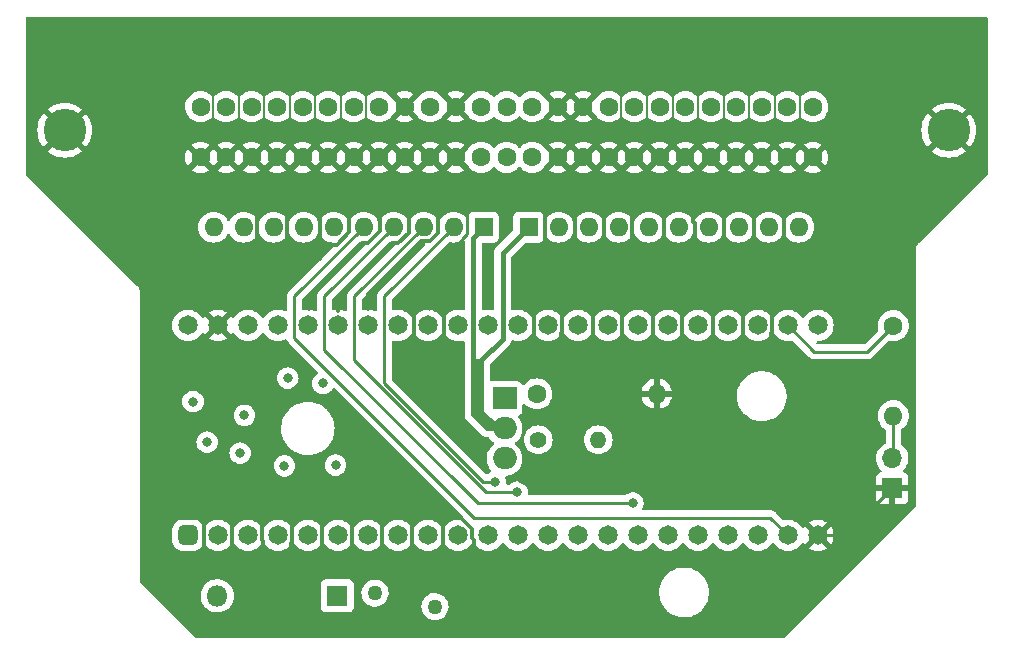
<source format=gbr>
%TF.GenerationSoftware,KiCad,Pcbnew,6.0.5-a6ca702e91~116~ubuntu21.10.1*%
%TF.CreationDate,2022-08-24T06:26:19-06:00*%
%TF.ProjectId,Centronics50_F4Lite_THTV1_1,43656e74-726f-46e6-9963-7335305f4634,rev?*%
%TF.SameCoordinates,Original*%
%TF.FileFunction,Copper,L2,Inr*%
%TF.FilePolarity,Positive*%
%FSLAX46Y46*%
G04 Gerber Fmt 4.6, Leading zero omitted, Abs format (unit mm)*
G04 Created by KiCad (PCBNEW 6.0.5-a6ca702e91~116~ubuntu21.10.1) date 2022-08-24 06:26:19*
%MOMM*%
%LPD*%
G01*
G04 APERTURE LIST*
G04 Aperture macros list*
%AMRoundRect*
0 Rectangle with rounded corners*
0 $1 Rounding radius*
0 $2 $3 $4 $5 $6 $7 $8 $9 X,Y pos of 4 corners*
0 Add a 4 corners polygon primitive as box body*
4,1,4,$2,$3,$4,$5,$6,$7,$8,$9,$2,$3,0*
0 Add four circle primitives for the rounded corners*
1,1,$1+$1,$2,$3*
1,1,$1+$1,$4,$5*
1,1,$1+$1,$6,$7*
1,1,$1+$1,$8,$9*
0 Add four rect primitives between the rounded corners*
20,1,$1+$1,$2,$3,$4,$5,0*
20,1,$1+$1,$4,$5,$6,$7,0*
20,1,$1+$1,$6,$7,$8,$9,0*
20,1,$1+$1,$8,$9,$2,$3,0*%
G04 Aperture macros list end*
%TA.AperFunction,ComponentPad*%
%ADD10C,1.270000*%
%TD*%
%TA.AperFunction,ComponentPad*%
%ADD11R,1.600000X1.600000*%
%TD*%
%TA.AperFunction,ComponentPad*%
%ADD12O,1.600000X1.600000*%
%TD*%
%TA.AperFunction,ComponentPad*%
%ADD13R,1.800000X1.800000*%
%TD*%
%TA.AperFunction,ComponentPad*%
%ADD14O,1.800000X1.800000*%
%TD*%
%TA.AperFunction,ComponentPad*%
%ADD15RoundRect,0.412500X0.412500X-0.412500X0.412500X0.412500X-0.412500X0.412500X-0.412500X-0.412500X0*%
%TD*%
%TA.AperFunction,ComponentPad*%
%ADD16C,1.650000*%
%TD*%
%TA.AperFunction,ComponentPad*%
%ADD17C,3.600000*%
%TD*%
%TA.AperFunction,ComponentPad*%
%ADD18C,1.600000*%
%TD*%
%TA.AperFunction,ComponentPad*%
%ADD19R,1.700000X1.700000*%
%TD*%
%TA.AperFunction,ComponentPad*%
%ADD20O,1.700000X1.700000*%
%TD*%
%TA.AperFunction,ComponentPad*%
%ADD21C,1.400000*%
%TD*%
%TA.AperFunction,ComponentPad*%
%ADD22O,1.400000X1.400000*%
%TD*%
%TA.AperFunction,ComponentPad*%
%ADD23R,2.000000X1.905000*%
%TD*%
%TA.AperFunction,ComponentPad*%
%ADD24O,2.000000X1.905000*%
%TD*%
%TA.AperFunction,ViaPad*%
%ADD25C,0.800000*%
%TD*%
%TA.AperFunction,Conductor*%
%ADD26C,0.155000*%
%TD*%
%TA.AperFunction,Conductor*%
%ADD27C,0.330000*%
%TD*%
%TA.AperFunction,Conductor*%
%ADD28C,1.400000*%
%TD*%
%TA.AperFunction,Conductor*%
%ADD29C,0.250000*%
%TD*%
%TA.AperFunction,Conductor*%
%ADD30C,0.450000*%
%TD*%
G04 APERTURE END LIST*
D10*
%TO.N,+5VP*%
%TO.C,F1*%
X125051820Y-79184500D03*
%TO.N,+5F*%
X130131820Y-80327500D03*
%TD*%
D11*
%TO.N,+2V8*%
%TO.C,RN1*%
X134251700Y-48204120D03*
D12*
%TO.N,ATN*%
X131711700Y-48204120D03*
%TO.N,BSY*%
X129171700Y-48204120D03*
%TO.N,ACK*%
X126631700Y-48204120D03*
%TO.N,RST*%
X124091700Y-48204120D03*
%TO.N,MSG*%
X121551700Y-48204120D03*
%TO.N,SEL*%
X119011700Y-48204120D03*
%TO.N,CD*%
X116471700Y-48204120D03*
%TO.N,REQ*%
X113931700Y-48204120D03*
%TO.N,IO*%
X111391700Y-48204120D03*
%TD*%
D11*
%TO.N,+2V8*%
%TO.C,RN2*%
X138061700Y-48204120D03*
D12*
%TO.N,DBP*%
X140601700Y-48204120D03*
%TO.N,DB7*%
X143141700Y-48204120D03*
%TO.N,DB6*%
X145681700Y-48204120D03*
%TO.N,DB5*%
X148221700Y-48204120D03*
%TO.N,DB4*%
X150761700Y-48204120D03*
%TO.N,DB3*%
X153301700Y-48204120D03*
%TO.N,DB2*%
X155841700Y-48204120D03*
%TO.N,DB1*%
X158381700Y-48204120D03*
%TO.N,DB0*%
X160921700Y-48204120D03*
%TD*%
D13*
%TO.N,+5VP*%
%TO.C,D2*%
X121864120Y-79413100D03*
D14*
%TO.N,+5V*%
X111704120Y-79413100D03*
%TD*%
D15*
%TO.N,unconnected-(U2-Pad1)*%
%TO.C,U2*%
X109216095Y-74293742D03*
D16*
%TO.N,unconnected-(U2-Pad2)*%
X111756095Y-74293742D03*
%TO.N,unconnected-(U2-Pad3)*%
X114296095Y-74293742D03*
%TO.N,unconnected-(U2-Pad4)*%
X116836095Y-74293742D03*
%TO.N,unconnected-(U2-Pad5)*%
X119376095Y-74293742D03*
%TO.N,unconnected-(U2-Pad6)*%
X121916095Y-74293742D03*
%TO.N,unconnected-(U2-Pad7)*%
X124456095Y-74293742D03*
%TO.N,unconnected-(U2-Pad8)*%
X126996095Y-74293742D03*
%TO.N,unconnected-(U2-Pad9)*%
X129536095Y-74293742D03*
%TO.N,SD_CS*%
X132076095Y-74293742D03*
%TO.N,SD_CLK*%
X134616095Y-74293742D03*
%TO.N,SD_MISO*%
X137156095Y-74293742D03*
%TO.N,SD_MOSI*%
X139696095Y-74293742D03*
%TO.N,ATN*%
X142236095Y-74293742D03*
%TO.N,BSY*%
X144776095Y-74293742D03*
%TO.N,ACK*%
X147316095Y-74293742D03*
%TO.N,unconnected-(U2-Pad17)*%
X149856095Y-74293742D03*
%TO.N,unconnected-(U2-Pad18)*%
X152396095Y-74293742D03*
%TO.N,unconnected-(U2-Pad19)*%
X154936095Y-74293742D03*
%TO.N,unconnected-(U2-Pad20)*%
X157476095Y-74293742D03*
%TO.N,RST*%
X160016095Y-74293742D03*
%TO.N,GND*%
X162556095Y-74293742D03*
%TO.N,DBP*%
X162556095Y-56513742D03*
%TO.N,Net-(R3-Pad1)*%
X160016095Y-56513742D03*
%TO.N,DB3*%
X157476095Y-56513742D03*
%TO.N,MSG*%
X154936095Y-56513742D03*
%TO.N,SEL*%
X152396095Y-56513742D03*
%TO.N,CD*%
X149856095Y-56513742D03*
%TO.N,REQ*%
X147316095Y-56513742D03*
%TO.N,IO*%
X144776095Y-56513742D03*
%TO.N,DB0*%
X142236095Y-56513742D03*
%TO.N,DB1*%
X139696095Y-56513742D03*
%TO.N,DB2*%
X137156095Y-56513742D03*
%TO.N,DB4*%
X134616095Y-56513742D03*
%TO.N,DB5*%
X132076095Y-56513742D03*
%TO.N,DB6*%
X129536095Y-56513742D03*
%TO.N,DB7*%
X126996095Y-56513742D03*
%TO.N,unconnected-(U2-Pad38)*%
X124456095Y-56513742D03*
%TO.N,unconnected-(U2-Pad39)*%
X121916095Y-56513742D03*
%TO.N,unconnected-(U2-Pad40)*%
X119376095Y-56513742D03*
%TO.N,unconnected-(U2-Pad41)*%
X116836095Y-56513742D03*
%TO.N,+3V3*%
X114296095Y-56513742D03*
%TO.N,GND*%
X111756095Y-56513742D03*
%TO.N,+5VP*%
X109216095Y-56513742D03*
%TD*%
D17*
%TO.N,GND*%
%TO.C,U3*%
X98782500Y-39998460D03*
X173632500Y-39998460D03*
D18*
X162127500Y-42288460D03*
X159967500Y-42288460D03*
X157807500Y-42288460D03*
X155647500Y-42288460D03*
X153487500Y-42288460D03*
X151327500Y-42288460D03*
X149167500Y-42288460D03*
X147007500Y-42288460D03*
X144847500Y-42288460D03*
X142687500Y-42288460D03*
X140527500Y-42288460D03*
%TO.N,unconnected-(U3-Pad12)*%
X138367500Y-42288460D03*
%TO.N,unconnected-(U3-Pad13)*%
X136207500Y-42288460D03*
%TO.N,unconnected-(U3-Pad14)*%
X134047500Y-42288460D03*
%TO.N,GND*%
X131887500Y-42288460D03*
X129727500Y-42288460D03*
X127567500Y-42288460D03*
X125407500Y-42288460D03*
X123247500Y-42288460D03*
X121087500Y-42288460D03*
X118927500Y-42288460D03*
X116767500Y-42288460D03*
X114607500Y-42288460D03*
X112447500Y-42288460D03*
X110287500Y-42288460D03*
%TO.N,DB0*%
X162127500Y-37998460D03*
%TO.N,DB1*%
X159967500Y-37998460D03*
%TO.N,DB2*%
X157807500Y-37998460D03*
%TO.N,DB3*%
X155647500Y-37998460D03*
%TO.N,DB4*%
X153487500Y-37998460D03*
%TO.N,DB5*%
X151327500Y-37998460D03*
%TO.N,DB6*%
X149167500Y-37998460D03*
%TO.N,DB7*%
X147007500Y-37998460D03*
%TO.N,DBP*%
X144847500Y-37998460D03*
%TO.N,GND*%
X142687500Y-37998460D03*
X140527500Y-37998460D03*
%TO.N,unconnected-(U3-Pad37)*%
X138367500Y-37998460D03*
%TO.N,+5V*%
X136207500Y-37998460D03*
%TO.N,unconnected-(U3-Pad39)*%
X134047500Y-37998460D03*
%TO.N,GND*%
X131887500Y-37998460D03*
%TO.N,ATN*%
X129727500Y-37998460D03*
%TO.N,GND*%
X127567500Y-37998460D03*
%TO.N,BSY*%
X125407500Y-37998460D03*
%TO.N,ACK*%
X123247500Y-37998460D03*
%TO.N,RST*%
X121087500Y-37998460D03*
%TO.N,MSG*%
X118927500Y-37998460D03*
%TO.N,SEL*%
X116767500Y-37998460D03*
%TO.N,CD*%
X114607500Y-37998460D03*
%TO.N,REQ*%
X112447500Y-37998460D03*
%TO.N,IO*%
X110287500Y-37998460D03*
%TD*%
D19*
%TO.N,GND*%
%TO.C,J3*%
X168854120Y-70307200D03*
D20*
%TO.N,Net-(J3-Pad2)*%
X168854120Y-67767200D03*
%TD*%
D18*
%TO.N,Net-(R3-Pad1)*%
%TO.C,R3*%
X168935400Y-56545480D03*
D12*
%TO.N,Net-(J3-Pad2)*%
X168935400Y-64165480D03*
%TD*%
D18*
%TO.N,Net-(C1-Pad1)*%
%TO.C,R1*%
X138758834Y-62317642D03*
D12*
%TO.N,GND*%
X148918834Y-62317642D03*
%TD*%
D21*
%TO.N,+2V8*%
%TO.C,R2*%
X138885834Y-66191144D03*
D22*
%TO.N,Net-(C1-Pad1)*%
X143965834Y-66191144D03*
%TD*%
D23*
%TO.N,Net-(C1-Pad1)*%
%TO.C,U1*%
X136028334Y-62698644D03*
D24*
%TO.N,+2V8*%
X136028334Y-65238644D03*
%TO.N,+5F*%
X136028334Y-67778644D03*
%TD*%
D25*
%TO.N,GND*%
X117475000Y-39796720D03*
X121168160Y-45115480D03*
X108524040Y-44594780D03*
X121799350Y-39775130D03*
X108498640Y-46865540D03*
X147007500Y-40005080D03*
X113150650Y-39673530D03*
X153487500Y-39958900D03*
X144209757Y-69302643D03*
X135991600Y-60198000D03*
X120265190Y-50725070D03*
X113479580Y-62776100D03*
X155647500Y-39909640D03*
X103893620Y-46817280D03*
X126153985Y-39743575D03*
X118215410Y-51067970D03*
X103868220Y-44518580D03*
X123990100Y-39715440D03*
X119600980Y-39801800D03*
X148640800Y-70967600D03*
X139862560Y-44782740D03*
X159967500Y-39953360D03*
X149167500Y-39955820D03*
X162514280Y-71269860D03*
X115285520Y-39672260D03*
X157807500Y-39961980D03*
X112623600Y-66192400D03*
X161206096Y-51493504D03*
X109298740Y-67627500D03*
X116072920Y-51574700D03*
X151019510Y-50910490D03*
X162514280Y-77106780D03*
X158887160Y-53850540D03*
X137744200Y-69265800D03*
X151327500Y-39906560D03*
X144847500Y-39952740D03*
X110314740Y-61678820D03*
%TO.N,+2V8*%
X117386100Y-68412360D03*
X121719340Y-68348860D03*
X117668040Y-60975240D03*
X120644920Y-61422280D03*
%TO.N,SD_CS*%
X109649260Y-62974220D03*
%TO.N,SD_CLK*%
X110845600Y-66397010D03*
%TO.N,SD_MISO*%
X113637060Y-67330320D03*
%TO.N,SD_MOSI*%
X113997740Y-64124840D03*
%TO.N,ATN*%
X135242300Y-69740780D03*
%TO.N,BSY*%
X137083800Y-70639940D03*
%TO.N,ACK*%
X146888200Y-71546720D03*
%TD*%
D26*
%TO.N,GND*%
X161045001Y-41210959D02*
X161045001Y-36437681D01*
D27*
X121810322Y-49669700D02*
X120373140Y-49669700D01*
D26*
X122165001Y-41210959D02*
X122165001Y-36958161D01*
D28*
X137781043Y-69302643D02*
X137744200Y-69265800D01*
D27*
X133266096Y-73722541D02*
X132273915Y-72730360D01*
X160731117Y-76118720D02*
X133449060Y-76118720D01*
D29*
X132862320Y-46156880D02*
X132862320Y-48815669D01*
D27*
X123101100Y-76118720D02*
X123106096Y-76113724D01*
X127891540Y-46156880D02*
X130398520Y-46156880D01*
X110553500Y-76118720D02*
X108717080Y-76118720D01*
X114614960Y-53654877D02*
X115096701Y-53173136D01*
X125466699Y-46255081D02*
X125466699Y-48553323D01*
X117977920Y-76118720D02*
X117977920Y-74913119D01*
X120566180Y-76118720D02*
X120566180Y-74617580D01*
X125564900Y-46156880D02*
X127891540Y-46156880D01*
X126986842Y-49573180D02*
X126461520Y-49573180D01*
X149491700Y-46156880D02*
X152013920Y-46156880D01*
X125466699Y-48553323D02*
X124446842Y-49573180D01*
X159702500Y-46156880D02*
X159702500Y-50279300D01*
D26*
X145925001Y-41210959D02*
X145925001Y-36057301D01*
D27*
X159628840Y-58267600D02*
X158620460Y-58267600D01*
D29*
X129590800Y-53604160D02*
X129590800Y-55100220D01*
D27*
X120373140Y-46156880D02*
X120373140Y-49669700D01*
X144477740Y-46156880D02*
X146837400Y-46156880D01*
X111756095Y-56513742D02*
X114614960Y-53654877D01*
X143525240Y-58267600D02*
X143525240Y-55493920D01*
D26*
X155647500Y-42288460D02*
X156725001Y-41210959D01*
D27*
X148918834Y-62317642D02*
X153683958Y-62317642D01*
D26*
X115685001Y-41210959D02*
X115685001Y-36759581D01*
D27*
X130398520Y-48701502D02*
X129730901Y-49369121D01*
X123913900Y-49573180D02*
X119507000Y-53980080D01*
X117977920Y-74913119D02*
X118026096Y-74864943D01*
X112984280Y-76118720D02*
X110553500Y-76118720D01*
X132862320Y-46156880D02*
X139423140Y-46156880D01*
X158620460Y-57130579D02*
X158666096Y-57084943D01*
X153670000Y-58267600D02*
X153670000Y-54632860D01*
X133449060Y-76118720D02*
X133449060Y-74670920D01*
X153683958Y-62317642D02*
X156524960Y-59476640D01*
X154576780Y-46156880D02*
X157142180Y-46156880D01*
X141983460Y-46156880D02*
X141976699Y-46163641D01*
D26*
X150245001Y-41210959D02*
X150245001Y-36755261D01*
D27*
X120566180Y-76118720D02*
X117977920Y-76118720D01*
X151071580Y-56918860D02*
X151046096Y-56893376D01*
X141976699Y-46163641D02*
X141976699Y-49452941D01*
X133266096Y-74487956D02*
X133266096Y-73722541D01*
X146846701Y-47565721D02*
X146846701Y-49888999D01*
X151071580Y-58267600D02*
X151071580Y-56918860D01*
X127891540Y-48668482D02*
X126986842Y-49573180D01*
X143525240Y-58267600D02*
X140799820Y-58267600D01*
D26*
X157807500Y-42288460D02*
X158885001Y-41210959D01*
D27*
X115597940Y-76118720D02*
X112984280Y-76118720D01*
X128186096Y-74708936D02*
X128186096Y-73494816D01*
D26*
X120005001Y-41210959D02*
X120005001Y-37023201D01*
X159967500Y-42288460D02*
X161045001Y-41210959D01*
D29*
X164867578Y-74293742D02*
X168854120Y-70307200D01*
D27*
X159628840Y-58978800D02*
X159628840Y-58267600D01*
X120566096Y-74617496D02*
X120566096Y-72936016D01*
X121897140Y-54137560D02*
X121897140Y-55323741D01*
X125564900Y-46156880D02*
X125466699Y-46255081D01*
X148584920Y-58267600D02*
X148584920Y-55087520D01*
X130398520Y-46156880D02*
X132862320Y-46156880D01*
X151071580Y-58267600D02*
X148584920Y-58267600D01*
X158666096Y-57084943D02*
X158666096Y-55488756D01*
D26*
X116767500Y-42288460D02*
X117845001Y-41210959D01*
D27*
X123106096Y-76113724D02*
X123106096Y-72943636D01*
X122857260Y-48622762D02*
X121810322Y-49669700D01*
X110566094Y-74734526D02*
X110566094Y-73157186D01*
X148584920Y-58267600D02*
X145976340Y-58267600D01*
X157142180Y-46156880D02*
X157142180Y-49789080D01*
X125689360Y-76118720D02*
X125689360Y-72834500D01*
D26*
X117845001Y-41210959D02*
X117845001Y-36432921D01*
D27*
X123101100Y-76118720D02*
X120566180Y-76118720D01*
X115597940Y-74772520D02*
X115486096Y-74660676D01*
X146837400Y-47556420D02*
X146846701Y-47565721D01*
X140799820Y-58267600D02*
X138490960Y-58267600D01*
X129730901Y-49369121D02*
X128985421Y-49369121D01*
X112984280Y-76118720D02*
X112984280Y-73014840D01*
X146837400Y-46156880D02*
X149491700Y-46156880D01*
X117642640Y-46156880D02*
X120373140Y-46156880D01*
D26*
X118927500Y-42288460D02*
X120005001Y-41210959D01*
D27*
X159131000Y-59476640D02*
X159628840Y-58978800D01*
X128196340Y-76118720D02*
X128196340Y-74719180D01*
D26*
X151327500Y-42288460D02*
X152405001Y-41210959D01*
X124325001Y-41210959D02*
X124325001Y-36590861D01*
D27*
X156524960Y-59476640D02*
X159131000Y-59476640D01*
X125689360Y-76118720D02*
X123101100Y-76118720D01*
X119507000Y-53980080D02*
X119507000Y-55100220D01*
X158620460Y-58267600D02*
X156171900Y-58267600D01*
D26*
X148085001Y-41210959D02*
X148085001Y-36711081D01*
D27*
X110553500Y-74747120D02*
X110566094Y-74734526D01*
D28*
X137744200Y-69265800D02*
X137668000Y-69189600D01*
D26*
X158885001Y-41210959D02*
X158885001Y-37152961D01*
D27*
X130810000Y-76118720D02*
X128196340Y-76118720D01*
X122857260Y-46156880D02*
X125564900Y-46156880D01*
X117977920Y-76118720D02*
X115597940Y-76118720D01*
D26*
X123247500Y-42288460D02*
X124325001Y-41210959D01*
X113525001Y-41210959D02*
X113525001Y-36603641D01*
D29*
X162556095Y-74293742D02*
X164867578Y-74293742D01*
D27*
X149491700Y-46156880D02*
X149491700Y-49408080D01*
D29*
X129590800Y-52087189D02*
X129590800Y-53604160D01*
D27*
X158620460Y-58267600D02*
X158620460Y-57130579D01*
X151046096Y-56893376D02*
X151046096Y-55732596D01*
X146837400Y-46156880D02*
X146837400Y-47556420D01*
X162556095Y-74293742D02*
X160731117Y-76118720D01*
X110553500Y-76118720D02*
X110553500Y-74747120D01*
X157142180Y-46156880D02*
X159702500Y-46156880D01*
X128196340Y-76118720D02*
X125689360Y-76118720D01*
X130886094Y-54686094D02*
X128706986Y-54686094D01*
X128196340Y-74719180D02*
X128186096Y-74708936D01*
X129804160Y-53604160D02*
X130886094Y-54686094D01*
X115486096Y-74660676D02*
X115486096Y-72979196D01*
X140799820Y-57171219D02*
X140896340Y-57074699D01*
X128346094Y-61574574D02*
X129164080Y-62392560D01*
X115096701Y-46010419D02*
X115243162Y-46156880D01*
D26*
X111365001Y-41210959D02*
X111365001Y-36973481D01*
D27*
X144477740Y-46156880D02*
X144477740Y-48912780D01*
X130886094Y-54686094D02*
X130886094Y-64675914D01*
D26*
X152405001Y-41210959D02*
X152405001Y-36235561D01*
D27*
X140896340Y-57074699D02*
X140896340Y-55651400D01*
X117642640Y-46156880D02*
X117642640Y-49944020D01*
X139423140Y-46156880D02*
X141983460Y-46156880D01*
X129590800Y-53604160D02*
X129804160Y-53604160D01*
D28*
X144209757Y-69302643D02*
X137781043Y-69302643D01*
D26*
X147007500Y-42288460D02*
X148085001Y-41210959D01*
D27*
X124446842Y-49573180D02*
X123913900Y-49573180D01*
X145976340Y-58267600D02*
X143525240Y-58267600D01*
X138490960Y-58267600D02*
X138490960Y-55504080D01*
X128985421Y-49369121D02*
X124503180Y-53851362D01*
X152136699Y-47856999D02*
X152136699Y-49073659D01*
X153670000Y-58267600D02*
X151071580Y-58267600D01*
X156171900Y-58267600D02*
X153670000Y-58267600D01*
X145976340Y-58267600D02*
X145976340Y-55356760D01*
X115096701Y-53173136D02*
X115096701Y-46010419D01*
X139423140Y-46156880D02*
X139423140Y-49481740D01*
X159702500Y-46156880D02*
X161419540Y-46156880D01*
X152013920Y-47734220D02*
X152136699Y-47856999D01*
X130398520Y-46156880D02*
X130398520Y-48701502D01*
X152013920Y-46156880D02*
X152013920Y-47734220D01*
D26*
X144847500Y-42288460D02*
X145925001Y-41210959D01*
D27*
X127891540Y-46156880D02*
X127891540Y-48668482D01*
D26*
X112447500Y-42288460D02*
X113525001Y-41210959D01*
D27*
X140799820Y-58267600D02*
X140799820Y-57171219D01*
X141983460Y-46156880D02*
X144477740Y-46156880D01*
X122857260Y-46156880D02*
X122857260Y-48622762D01*
D26*
X110287500Y-42288460D02*
X111365001Y-41210959D01*
D27*
X115597940Y-76118720D02*
X115597940Y-74772520D01*
X128346094Y-55046986D02*
X128346094Y-61574574D01*
X133449060Y-74670920D02*
X133266096Y-74487956D01*
D26*
X149167500Y-42288460D02*
X150245001Y-41210959D01*
X114607500Y-42288460D02*
X115685001Y-41210959D01*
X121087500Y-42288460D02*
X122165001Y-41210959D01*
D27*
X152013920Y-46156880D02*
X154576780Y-46156880D01*
X130886094Y-64675914D02*
X133756400Y-67546220D01*
X128706986Y-54686094D02*
X128346094Y-55046986D01*
X124503180Y-53851362D02*
X124503180Y-55130700D01*
X126461520Y-49573180D02*
X121897140Y-54137560D01*
D26*
X154569999Y-41205961D02*
X154569999Y-36589539D01*
D27*
X120566180Y-74617580D02*
X120566096Y-74617496D01*
X130810000Y-76118720D02*
X130810000Y-73482200D01*
X154576780Y-46156880D02*
X154576780Y-49662080D01*
X156171900Y-58267600D02*
X156171900Y-54747160D01*
X115243162Y-46156880D02*
X117642640Y-46156880D01*
D29*
X132862320Y-48815669D02*
X129590800Y-52087189D01*
D26*
X156725001Y-41210959D02*
X156725001Y-37131641D01*
D27*
X133449060Y-76118720D02*
X130810000Y-76118720D01*
D26*
X153487500Y-42288460D02*
X154569999Y-41205961D01*
D27*
X118026096Y-74864943D02*
X118026096Y-73344956D01*
D30*
%TO.N,+2V8*%
X133366094Y-49089726D02*
X133366094Y-64026404D01*
X135866096Y-50399724D02*
X138061700Y-48204120D01*
X133366094Y-64026404D02*
X134578334Y-65238644D01*
X135444244Y-65238644D02*
X134058660Y-63853060D01*
X134058660Y-59481720D02*
X135866096Y-57674284D01*
X133725920Y-63886080D02*
X133725920Y-59547760D01*
X135078484Y-65238644D02*
X133725920Y-63886080D01*
X136028334Y-65238644D02*
X135444244Y-65238644D01*
X134058660Y-63853060D02*
X134058660Y-59481720D01*
X134578334Y-65238644D02*
X136028334Y-65238644D01*
X135866096Y-57674284D02*
X135866096Y-50399724D01*
X136028334Y-65238644D02*
X135078484Y-65238644D01*
X134251700Y-48204120D02*
X133366094Y-49089726D01*
D29*
%TO.N,ATN*%
X135242300Y-69740780D02*
X135242300Y-69740780D01*
X125846094Y-54069726D02*
X125846094Y-61185314D01*
X133898075Y-69428925D02*
X134209930Y-69740780D01*
X125846094Y-61185314D02*
X125846094Y-61376944D01*
X125846094Y-61376944D02*
X133898075Y-69428925D01*
X131711700Y-48204120D02*
X125846094Y-54069726D01*
X134209930Y-69740780D02*
X135242300Y-69740780D01*
%TO.N,BSY*%
X137083800Y-70639940D02*
X137335260Y-70639940D01*
X123306094Y-54069726D02*
X123306094Y-59473354D01*
X134472680Y-70639940D02*
X137083800Y-70639940D01*
X129171700Y-48204120D02*
X123306094Y-54069726D01*
X123306094Y-59473354D02*
X134472680Y-70639940D01*
%TO.N,ACK*%
X132826760Y-70624700D02*
X132826760Y-70624700D01*
X146888200Y-71546720D02*
X146888200Y-71546720D01*
X132826760Y-70639940D02*
X133733540Y-71546720D01*
X126631700Y-48204120D02*
X120766094Y-54069726D01*
X120766094Y-54069726D02*
X120766094Y-57796954D01*
X133733540Y-71546720D02*
X146888200Y-71546720D01*
X132826760Y-70624700D02*
X132826760Y-70639940D01*
X120766094Y-57796954D02*
X120766094Y-58564034D01*
X120766094Y-58564034D02*
X132826760Y-70624700D01*
%TO.N,RST*%
X133474460Y-72804020D02*
X133474460Y-72804020D01*
X118226094Y-57555654D02*
X133474460Y-72804020D01*
X158526373Y-72804020D02*
X160016095Y-74293742D01*
X133474460Y-72804020D02*
X158526373Y-72804020D01*
X124091700Y-48204120D02*
X118226094Y-54069726D01*
X118226094Y-54069726D02*
X118226094Y-57555654D01*
%TO.N,Net-(R3-Pad1)*%
X162252553Y-58750200D02*
X166730680Y-58750200D01*
X166730680Y-58750200D02*
X168935400Y-56545480D01*
X160016095Y-56513742D02*
X162252553Y-58750200D01*
%TO.N,Net-(J3-Pad2)*%
X168935400Y-67685920D02*
X168854120Y-67767200D01*
X168935400Y-64165480D02*
X168935400Y-67685920D01*
%TD*%
%TA.AperFunction,Conductor*%
%TO.N,GND*%
G36*
X176883621Y-30411602D02*
G01*
X176930114Y-30465258D01*
X176941500Y-30517600D01*
X176941500Y-43656322D01*
X176921498Y-43724443D01*
X176904595Y-43745417D01*
X171085336Y-49564677D01*
X171075796Y-49572300D01*
X171076110Y-49572668D01*
X171069274Y-49578486D01*
X171061682Y-49583276D01*
X171055740Y-49590004D01*
X171026047Y-49623625D01*
X171020701Y-49629312D01*
X171009258Y-49640755D01*
X171003618Y-49648280D01*
X171002981Y-49649130D01*
X170996607Y-49656959D01*
X170965262Y-49692451D01*
X170961448Y-49700574D01*
X170959814Y-49703062D01*
X170950826Y-49718023D01*
X170949411Y-49720608D01*
X170944024Y-49727795D01*
X170940873Y-49736201D01*
X170927399Y-49772142D01*
X170923473Y-49781458D01*
X170903359Y-49824300D01*
X170901978Y-49833169D01*
X170901112Y-49836002D01*
X170896682Y-49852889D01*
X170896048Y-49855774D01*
X170892895Y-49864184D01*
X170892230Y-49873139D01*
X170889386Y-49911406D01*
X170888232Y-49921452D01*
X170886140Y-49934886D01*
X170886140Y-49950406D01*
X170885794Y-49959743D01*
X170882101Y-50009441D01*
X170883975Y-50018220D01*
X170884538Y-50026478D01*
X170886140Y-50041661D01*
X170886140Y-71738593D01*
X170866138Y-71806714D01*
X170849243Y-71827681D01*
X167045737Y-75631857D01*
X161204297Y-81474325D01*
X159737032Y-82941848D01*
X159674723Y-82975878D01*
X159647929Y-82978760D01*
X109914618Y-82978760D01*
X109846497Y-82958758D01*
X109825523Y-82941855D01*
X106262236Y-79378569D01*
X110291215Y-79378569D01*
X110291512Y-79383722D01*
X110291512Y-79383725D01*
X110300790Y-79544638D01*
X110304547Y-79609797D01*
X110305684Y-79614843D01*
X110305685Y-79614849D01*
X110330021Y-79722836D01*
X110355466Y-79835742D01*
X110357408Y-79840524D01*
X110357409Y-79840528D01*
X110422258Y-80000232D01*
X110442604Y-80050337D01*
X110563621Y-80247819D01*
X110715267Y-80422884D01*
X110893469Y-80570830D01*
X111093442Y-80687684D01*
X111309814Y-80770309D01*
X111314880Y-80771340D01*
X111314881Y-80771340D01*
X111367966Y-80782140D01*
X111536776Y-80816485D01*
X111666209Y-80821231D01*
X111763069Y-80824783D01*
X111763073Y-80824783D01*
X111768233Y-80824972D01*
X111773353Y-80824316D01*
X111773355Y-80824316D01*
X111847286Y-80814845D01*
X111997967Y-80795542D01*
X112002915Y-80794057D01*
X112002922Y-80794056D01*
X112214867Y-80730469D01*
X112219810Y-80728986D01*
X112300356Y-80689527D01*
X112423169Y-80629362D01*
X112423172Y-80629360D01*
X112427804Y-80627091D01*
X112616363Y-80492594D01*
X112748182Y-80361234D01*
X120455620Y-80361234D01*
X120462375Y-80423416D01*
X120513505Y-80559805D01*
X120600859Y-80676361D01*
X120717415Y-80763715D01*
X120853804Y-80814845D01*
X120915986Y-80821600D01*
X122812254Y-80821600D01*
X122874436Y-80814845D01*
X123010825Y-80763715D01*
X123127381Y-80676361D01*
X123214735Y-80559805D01*
X123265865Y-80423416D01*
X123272620Y-80361234D01*
X123272620Y-79154438D01*
X123903815Y-79154438D01*
X123917560Y-79364149D01*
X123969291Y-79567843D01*
X123971710Y-79573090D01*
X124054858Y-79753453D01*
X124054861Y-79753458D01*
X124057277Y-79758699D01*
X124060608Y-79763412D01*
X124060609Y-79763414D01*
X124172345Y-79921515D01*
X124178571Y-79930325D01*
X124329109Y-80076974D01*
X124333905Y-80080179D01*
X124333908Y-80080181D01*
X124382512Y-80112657D01*
X124503851Y-80193733D01*
X124509159Y-80196014D01*
X124509160Y-80196014D01*
X124691642Y-80274414D01*
X124691645Y-80274415D01*
X124696945Y-80276692D01*
X124702574Y-80277966D01*
X124702575Y-80277966D01*
X124896287Y-80321799D01*
X124896293Y-80321800D01*
X124901924Y-80323074D01*
X124907695Y-80323301D01*
X124907697Y-80323301D01*
X124971253Y-80325798D01*
X125111923Y-80331325D01*
X125319908Y-80301169D01*
X125325372Y-80299314D01*
X125325377Y-80299313D01*
X125330901Y-80297438D01*
X128983815Y-80297438D01*
X128997560Y-80507149D01*
X129049291Y-80710843D01*
X129051710Y-80716090D01*
X129134858Y-80896453D01*
X129134861Y-80896458D01*
X129137277Y-80901699D01*
X129140608Y-80906412D01*
X129140609Y-80906414D01*
X129250477Y-81061872D01*
X129258571Y-81073325D01*
X129409109Y-81219974D01*
X129413905Y-81223179D01*
X129413908Y-81223181D01*
X129438571Y-81239660D01*
X129583851Y-81336733D01*
X129589159Y-81339014D01*
X129589160Y-81339014D01*
X129771642Y-81417414D01*
X129771645Y-81417415D01*
X129776945Y-81419692D01*
X129782574Y-81420966D01*
X129782575Y-81420966D01*
X129976287Y-81464799D01*
X129976293Y-81464800D01*
X129981924Y-81466074D01*
X129987695Y-81466301D01*
X129987697Y-81466301D01*
X130051253Y-81468798D01*
X130191923Y-81474325D01*
X130399908Y-81444169D01*
X130405372Y-81442314D01*
X130405377Y-81442313D01*
X130593444Y-81378473D01*
X130593449Y-81378471D01*
X130598916Y-81376615D01*
X130782280Y-81273926D01*
X130943861Y-81139541D01*
X131078246Y-80977960D01*
X131163924Y-80824972D01*
X131178111Y-80799639D01*
X131178112Y-80799637D01*
X131180935Y-80794596D01*
X131182791Y-80789129D01*
X131182793Y-80789124D01*
X131246633Y-80601057D01*
X131246634Y-80601052D01*
X131248489Y-80595588D01*
X131278645Y-80387603D01*
X131280219Y-80327500D01*
X131260989Y-80118221D01*
X131248221Y-80072947D01*
X131225420Y-79992103D01*
X131203943Y-79915951D01*
X131110991Y-79727463D01*
X131050253Y-79646124D01*
X130988700Y-79563695D01*
X130988699Y-79563694D01*
X130985247Y-79559071D01*
X130981011Y-79555155D01*
X130835161Y-79420333D01*
X130835158Y-79420331D01*
X130830921Y-79416414D01*
X130653182Y-79304269D01*
X130551904Y-79263863D01*
X149112183Y-79263863D01*
X149112742Y-79268107D01*
X149112742Y-79268111D01*
X149125386Y-79364149D01*
X149149708Y-79548894D01*
X149225569Y-79826196D01*
X149227253Y-79830144D01*
X149335198Y-80083215D01*
X149338363Y-80090636D01*
X149412913Y-80215200D01*
X149482277Y-80331098D01*
X149486001Y-80337321D01*
X149665753Y-80561688D01*
X149737067Y-80629362D01*
X149817029Y-80705243D01*
X149874291Y-80759583D01*
X150107757Y-80927346D01*
X150111552Y-80929355D01*
X150111553Y-80929356D01*
X150133309Y-80940875D01*
X150361832Y-81061872D01*
X150386139Y-81070767D01*
X150584159Y-81143232D01*
X150631813Y-81160671D01*
X150912704Y-81221915D01*
X150941281Y-81224164D01*
X151135722Y-81239467D01*
X151135731Y-81239467D01*
X151138179Y-81239660D01*
X151293711Y-81239660D01*
X151295847Y-81239514D01*
X151295858Y-81239514D01*
X151503988Y-81225325D01*
X151503994Y-81225324D01*
X151508265Y-81225033D01*
X151512460Y-81224164D01*
X151512462Y-81224164D01*
X151649023Y-81195884D01*
X151789782Y-81166734D01*
X152060783Y-81070767D01*
X152316252Y-80938910D01*
X152319753Y-80936449D01*
X152319757Y-80936447D01*
X152491911Y-80815455D01*
X152551463Y-80773601D01*
X152663832Y-80669181D01*
X152758919Y-80580821D01*
X152758921Y-80580818D01*
X152762062Y-80577900D01*
X152944153Y-80355428D01*
X153094367Y-80110302D01*
X153209923Y-79847058D01*
X153213147Y-79835742D01*
X153287508Y-79574694D01*
X153288684Y-79570566D01*
X153328055Y-79293924D01*
X153328586Y-79290196D01*
X153328586Y-79290194D01*
X153329191Y-79285944D01*
X153329285Y-79268111D01*
X153330675Y-79002743D01*
X153330675Y-79002736D01*
X153330697Y-78998457D01*
X153326906Y-78969657D01*
X153309181Y-78835027D01*
X153293172Y-78713426D01*
X153291091Y-78705817D01*
X153271025Y-78632471D01*
X153217311Y-78436124D01*
X153181903Y-78353112D01*
X153106203Y-78175636D01*
X153106201Y-78175632D01*
X153104517Y-78171684D01*
X152956879Y-77924999D01*
X152777127Y-77700632D01*
X152568589Y-77502737D01*
X152335123Y-77334974D01*
X152313283Y-77323410D01*
X152290094Y-77311132D01*
X152081048Y-77200448D01*
X151811067Y-77101649D01*
X151530176Y-77040405D01*
X151499125Y-77037961D01*
X151307158Y-77022853D01*
X151307149Y-77022853D01*
X151304701Y-77022660D01*
X151149169Y-77022660D01*
X151147033Y-77022806D01*
X151147022Y-77022806D01*
X150938892Y-77036995D01*
X150938886Y-77036996D01*
X150934615Y-77037287D01*
X150930420Y-77038156D01*
X150930418Y-77038156D01*
X150793857Y-77066436D01*
X150653098Y-77095586D01*
X150382097Y-77191553D01*
X150126628Y-77323410D01*
X150123127Y-77325871D01*
X150123123Y-77325873D01*
X150113034Y-77332964D01*
X149891417Y-77488719D01*
X149680818Y-77684420D01*
X149498727Y-77906892D01*
X149348513Y-78152018D01*
X149346787Y-78155951D01*
X149346786Y-78155952D01*
X149294614Y-78274803D01*
X149232957Y-78415262D01*
X149231782Y-78419389D01*
X149231781Y-78419390D01*
X149218798Y-78464966D01*
X149154196Y-78691754D01*
X149133806Y-78835027D01*
X149117234Y-78951470D01*
X149113689Y-78976376D01*
X149113667Y-78980665D01*
X149113666Y-78980672D01*
X149112205Y-79259577D01*
X149112183Y-79263863D01*
X130551904Y-79263863D01*
X130457983Y-79226392D01*
X130452326Y-79225267D01*
X130452320Y-79225265D01*
X130257527Y-79186519D01*
X130257525Y-79186519D01*
X130251860Y-79185392D01*
X130246085Y-79185316D01*
X130246081Y-79185316D01*
X130140821Y-79183938D01*
X130041718Y-79182641D01*
X130036021Y-79183620D01*
X130036020Y-79183620D01*
X130009343Y-79188204D01*
X129834592Y-79218232D01*
X129637421Y-79290972D01*
X129456808Y-79398426D01*
X129298801Y-79536994D01*
X129168692Y-79702037D01*
X129166001Y-79707153D01*
X129165999Y-79707155D01*
X129092393Y-79847058D01*
X129070838Y-79888027D01*
X129008516Y-80088734D01*
X129007837Y-80094469D01*
X129007837Y-80094470D01*
X129005026Y-80118221D01*
X128983815Y-80297438D01*
X125330901Y-80297438D01*
X125513444Y-80235473D01*
X125513449Y-80235471D01*
X125518916Y-80233615D01*
X125702280Y-80130926D01*
X125863861Y-79996541D01*
X125998246Y-79834960D01*
X126100935Y-79651596D01*
X126102791Y-79646129D01*
X126102793Y-79646124D01*
X126166633Y-79458057D01*
X126166634Y-79458052D01*
X126168489Y-79452588D01*
X126198645Y-79244603D01*
X126200219Y-79184500D01*
X126180989Y-78975221D01*
X126123943Y-78772951D01*
X126030991Y-78584463D01*
X126009072Y-78555109D01*
X125908700Y-78420695D01*
X125908699Y-78420694D01*
X125905247Y-78416071D01*
X125901011Y-78412155D01*
X125755161Y-78277333D01*
X125755158Y-78277331D01*
X125750921Y-78273414D01*
X125573182Y-78161269D01*
X125377983Y-78083392D01*
X125372326Y-78082267D01*
X125372320Y-78082265D01*
X125177527Y-78043519D01*
X125177525Y-78043519D01*
X125171860Y-78042392D01*
X125166085Y-78042316D01*
X125166081Y-78042316D01*
X125060821Y-78040938D01*
X124961718Y-78039641D01*
X124956021Y-78040620D01*
X124956020Y-78040620D01*
X124797430Y-78067871D01*
X124754592Y-78075232D01*
X124557421Y-78147972D01*
X124376808Y-78255426D01*
X124218801Y-78393994D01*
X124088692Y-78559037D01*
X124086001Y-78564153D01*
X124085999Y-78564155D01*
X124018866Y-78691754D01*
X123990838Y-78745027D01*
X123928516Y-78945734D01*
X123903815Y-79154438D01*
X123272620Y-79154438D01*
X123272620Y-78464966D01*
X123265865Y-78402784D01*
X123214735Y-78266395D01*
X123127381Y-78149839D01*
X123010825Y-78062485D01*
X122874436Y-78011355D01*
X122812254Y-78004600D01*
X120915986Y-78004600D01*
X120853804Y-78011355D01*
X120717415Y-78062485D01*
X120600859Y-78149839D01*
X120513505Y-78266395D01*
X120462375Y-78402784D01*
X120455620Y-78464966D01*
X120455620Y-80361234D01*
X112748182Y-80361234D01*
X112780423Y-80329105D01*
X112784232Y-80323805D01*
X112817170Y-80277966D01*
X112915578Y-80141017D01*
X112920566Y-80130926D01*
X113015904Y-79938022D01*
X113015905Y-79938020D01*
X113018198Y-79933380D01*
X113085528Y-79711771D01*
X113115760Y-79482141D01*
X113115842Y-79478791D01*
X113117365Y-79416465D01*
X113117365Y-79416461D01*
X113117447Y-79413100D01*
X113108753Y-79307350D01*
X113098893Y-79187418D01*
X113098892Y-79187412D01*
X113098469Y-79182267D01*
X113045685Y-78972124D01*
X113043304Y-78962644D01*
X113043303Y-78962640D01*
X113042045Y-78957633D01*
X113039986Y-78952897D01*
X112951750Y-78749968D01*
X112951748Y-78749965D01*
X112949690Y-78745231D01*
X112823884Y-78550765D01*
X112668007Y-78379458D01*
X112663956Y-78376259D01*
X112663952Y-78376255D01*
X112490297Y-78239111D01*
X112490292Y-78239108D01*
X112486243Y-78235910D01*
X112481727Y-78233417D01*
X112481724Y-78233415D01*
X112287999Y-78126473D01*
X112287995Y-78126471D01*
X112283475Y-78123976D01*
X112278606Y-78122252D01*
X112278602Y-78122250D01*
X112070023Y-78048388D01*
X112070019Y-78048387D01*
X112065148Y-78046662D01*
X112060055Y-78045755D01*
X112060052Y-78045754D01*
X111842215Y-78006951D01*
X111842209Y-78006950D01*
X111837126Y-78006045D01*
X111764216Y-78005154D01*
X111610701Y-78003279D01*
X111610699Y-78003279D01*
X111605531Y-78003216D01*
X111376584Y-78038250D01*
X111156434Y-78110206D01*
X111151846Y-78112594D01*
X111151842Y-78112596D01*
X111012596Y-78185083D01*
X110950992Y-78217152D01*
X110946859Y-78220255D01*
X110946856Y-78220257D01*
X110769910Y-78353112D01*
X110765775Y-78356217D01*
X110605759Y-78523664D01*
X110602845Y-78527936D01*
X110602844Y-78527937D01*
X110587272Y-78550765D01*
X110475239Y-78714999D01*
X110377722Y-78925081D01*
X110315827Y-79148269D01*
X110291215Y-79378569D01*
X106262236Y-79378569D01*
X105157845Y-78274178D01*
X105123819Y-78211866D01*
X105120940Y-78185083D01*
X105120940Y-73816781D01*
X107882595Y-73816781D01*
X107882596Y-74770702D01*
X107888923Y-74851112D01*
X107890417Y-74856687D01*
X107935991Y-75026770D01*
X107939031Y-75038117D01*
X108026925Y-75210618D01*
X108148763Y-75361074D01*
X108153889Y-75365225D01*
X108262279Y-75452998D01*
X108299219Y-75482912D01*
X108471720Y-75570806D01*
X108478093Y-75572514D01*
X108478094Y-75572514D01*
X108625458Y-75612000D01*
X108658725Y-75620914D01*
X108664479Y-75621367D01*
X108664480Y-75621367D01*
X108736675Y-75627049D01*
X108736688Y-75627050D01*
X108739134Y-75627242D01*
X109216095Y-75627242D01*
X109693055Y-75627241D01*
X109741372Y-75623439D01*
X109767711Y-75621367D01*
X109767714Y-75621367D01*
X109773465Y-75620914D01*
X109960470Y-75570806D01*
X110132971Y-75482912D01*
X110169912Y-75452998D01*
X110278301Y-75365225D01*
X110283427Y-75361074D01*
X110405265Y-75210618D01*
X110463768Y-75095800D01*
X110512517Y-75044185D01*
X110581431Y-75027119D01*
X110648633Y-75050020D01*
X110679248Y-75080732D01*
X110730673Y-75154174D01*
X110895663Y-75319164D01*
X110900171Y-75322321D01*
X110900174Y-75322323D01*
X111082289Y-75449841D01*
X111086798Y-75452998D01*
X111091780Y-75455321D01*
X111091785Y-75455324D01*
X111150948Y-75482912D01*
X111298269Y-75551609D01*
X111303577Y-75553031D01*
X111303579Y-75553032D01*
X111518336Y-75610576D01*
X111518338Y-75610576D01*
X111523651Y-75612000D01*
X111756095Y-75632336D01*
X111988539Y-75612000D01*
X111993852Y-75610576D01*
X111993854Y-75610576D01*
X112208611Y-75553032D01*
X112208613Y-75553031D01*
X112213921Y-75551609D01*
X112361242Y-75482912D01*
X112420405Y-75455324D01*
X112420410Y-75455321D01*
X112425392Y-75452998D01*
X112429901Y-75449841D01*
X112612016Y-75322323D01*
X112612019Y-75322321D01*
X112616527Y-75319164D01*
X112781517Y-75154174D01*
X112915351Y-74963039D01*
X112917218Y-74959035D01*
X112968359Y-74910273D01*
X113038072Y-74896837D01*
X113103983Y-74923224D01*
X113134923Y-74958930D01*
X113136839Y-74963039D01*
X113270673Y-75154174D01*
X113435663Y-75319164D01*
X113440171Y-75322321D01*
X113440174Y-75322323D01*
X113622289Y-75449841D01*
X113626798Y-75452998D01*
X113631780Y-75455321D01*
X113631785Y-75455324D01*
X113690948Y-75482912D01*
X113838269Y-75551609D01*
X113843577Y-75553031D01*
X113843579Y-75553032D01*
X114058336Y-75610576D01*
X114058338Y-75610576D01*
X114063651Y-75612000D01*
X114296095Y-75632336D01*
X114528539Y-75612000D01*
X114533852Y-75610576D01*
X114533854Y-75610576D01*
X114748611Y-75553032D01*
X114748613Y-75553031D01*
X114753921Y-75551609D01*
X114901242Y-75482912D01*
X114960405Y-75455324D01*
X114960410Y-75455321D01*
X114965392Y-75452998D01*
X114969901Y-75449841D01*
X115152016Y-75322323D01*
X115152019Y-75322321D01*
X115156527Y-75319164D01*
X115321517Y-75154174D01*
X115455351Y-74963039D01*
X115457218Y-74959035D01*
X115508359Y-74910273D01*
X115578072Y-74896837D01*
X115643983Y-74923224D01*
X115674923Y-74958930D01*
X115676839Y-74963039D01*
X115810673Y-75154174D01*
X115975663Y-75319164D01*
X115980171Y-75322321D01*
X115980174Y-75322323D01*
X116162289Y-75449841D01*
X116166798Y-75452998D01*
X116171780Y-75455321D01*
X116171785Y-75455324D01*
X116230948Y-75482912D01*
X116378269Y-75551609D01*
X116383577Y-75553031D01*
X116383579Y-75553032D01*
X116598336Y-75610576D01*
X116598338Y-75610576D01*
X116603651Y-75612000D01*
X116836095Y-75632336D01*
X117068539Y-75612000D01*
X117073852Y-75610576D01*
X117073854Y-75610576D01*
X117288611Y-75553032D01*
X117288613Y-75553031D01*
X117293921Y-75551609D01*
X117441242Y-75482912D01*
X117500405Y-75455324D01*
X117500410Y-75455321D01*
X117505392Y-75452998D01*
X117509901Y-75449841D01*
X117692016Y-75322323D01*
X117692019Y-75322321D01*
X117696527Y-75319164D01*
X117861517Y-75154174D01*
X117995351Y-74963039D01*
X117997218Y-74959035D01*
X118048359Y-74910273D01*
X118118072Y-74896837D01*
X118183983Y-74923224D01*
X118214923Y-74958930D01*
X118216839Y-74963039D01*
X118350673Y-75154174D01*
X118515663Y-75319164D01*
X118520171Y-75322321D01*
X118520174Y-75322323D01*
X118702289Y-75449841D01*
X118706798Y-75452998D01*
X118711780Y-75455321D01*
X118711785Y-75455324D01*
X118770948Y-75482912D01*
X118918269Y-75551609D01*
X118923577Y-75553031D01*
X118923579Y-75553032D01*
X119138336Y-75610576D01*
X119138338Y-75610576D01*
X119143651Y-75612000D01*
X119376095Y-75632336D01*
X119608539Y-75612000D01*
X119613852Y-75610576D01*
X119613854Y-75610576D01*
X119828611Y-75553032D01*
X119828613Y-75553031D01*
X119833921Y-75551609D01*
X119981242Y-75482912D01*
X120040405Y-75455324D01*
X120040410Y-75455321D01*
X120045392Y-75452998D01*
X120049901Y-75449841D01*
X120232016Y-75322323D01*
X120232019Y-75322321D01*
X120236527Y-75319164D01*
X120401517Y-75154174D01*
X120535351Y-74963039D01*
X120537218Y-74959035D01*
X120588359Y-74910273D01*
X120658072Y-74896837D01*
X120723983Y-74923224D01*
X120754923Y-74958930D01*
X120756839Y-74963039D01*
X120890673Y-75154174D01*
X121055663Y-75319164D01*
X121060171Y-75322321D01*
X121060174Y-75322323D01*
X121242289Y-75449841D01*
X121246798Y-75452998D01*
X121251780Y-75455321D01*
X121251785Y-75455324D01*
X121310948Y-75482912D01*
X121458269Y-75551609D01*
X121463577Y-75553031D01*
X121463579Y-75553032D01*
X121678336Y-75610576D01*
X121678338Y-75610576D01*
X121683651Y-75612000D01*
X121916095Y-75632336D01*
X122148539Y-75612000D01*
X122153852Y-75610576D01*
X122153854Y-75610576D01*
X122368611Y-75553032D01*
X122368613Y-75553031D01*
X122373921Y-75551609D01*
X122521242Y-75482912D01*
X122580405Y-75455324D01*
X122580410Y-75455321D01*
X122585392Y-75452998D01*
X122589901Y-75449841D01*
X122772016Y-75322323D01*
X122772019Y-75322321D01*
X122776527Y-75319164D01*
X122941517Y-75154174D01*
X123075351Y-74963039D01*
X123077218Y-74959035D01*
X123128359Y-74910273D01*
X123198072Y-74896837D01*
X123263983Y-74923224D01*
X123294923Y-74958930D01*
X123296839Y-74963039D01*
X123430673Y-75154174D01*
X123595663Y-75319164D01*
X123600171Y-75322321D01*
X123600174Y-75322323D01*
X123782289Y-75449841D01*
X123786798Y-75452998D01*
X123791780Y-75455321D01*
X123791785Y-75455324D01*
X123850948Y-75482912D01*
X123998269Y-75551609D01*
X124003577Y-75553031D01*
X124003579Y-75553032D01*
X124218336Y-75610576D01*
X124218338Y-75610576D01*
X124223651Y-75612000D01*
X124456095Y-75632336D01*
X124688539Y-75612000D01*
X124693852Y-75610576D01*
X124693854Y-75610576D01*
X124908611Y-75553032D01*
X124908613Y-75553031D01*
X124913921Y-75551609D01*
X125061242Y-75482912D01*
X125120405Y-75455324D01*
X125120410Y-75455321D01*
X125125392Y-75452998D01*
X125129901Y-75449841D01*
X125312016Y-75322323D01*
X125312019Y-75322321D01*
X125316527Y-75319164D01*
X125481517Y-75154174D01*
X125615351Y-74963039D01*
X125617218Y-74959035D01*
X125668359Y-74910273D01*
X125738072Y-74896837D01*
X125803983Y-74923224D01*
X125834923Y-74958930D01*
X125836839Y-74963039D01*
X125970673Y-75154174D01*
X126135663Y-75319164D01*
X126140171Y-75322321D01*
X126140174Y-75322323D01*
X126322289Y-75449841D01*
X126326798Y-75452998D01*
X126331780Y-75455321D01*
X126331785Y-75455324D01*
X126390948Y-75482912D01*
X126538269Y-75551609D01*
X126543577Y-75553031D01*
X126543579Y-75553032D01*
X126758336Y-75610576D01*
X126758338Y-75610576D01*
X126763651Y-75612000D01*
X126996095Y-75632336D01*
X127228539Y-75612000D01*
X127233852Y-75610576D01*
X127233854Y-75610576D01*
X127448611Y-75553032D01*
X127448613Y-75553031D01*
X127453921Y-75551609D01*
X127601242Y-75482912D01*
X127660405Y-75455324D01*
X127660410Y-75455321D01*
X127665392Y-75452998D01*
X127669901Y-75449841D01*
X127852016Y-75322323D01*
X127852019Y-75322321D01*
X127856527Y-75319164D01*
X128021517Y-75154174D01*
X128155351Y-74963039D01*
X128157218Y-74959035D01*
X128208359Y-74910273D01*
X128278072Y-74896837D01*
X128343983Y-74923224D01*
X128374923Y-74958930D01*
X128376839Y-74963039D01*
X128510673Y-75154174D01*
X128675663Y-75319164D01*
X128680171Y-75322321D01*
X128680174Y-75322323D01*
X128862289Y-75449841D01*
X128866798Y-75452998D01*
X128871780Y-75455321D01*
X128871785Y-75455324D01*
X128930948Y-75482912D01*
X129078269Y-75551609D01*
X129083577Y-75553031D01*
X129083579Y-75553032D01*
X129298336Y-75610576D01*
X129298338Y-75610576D01*
X129303651Y-75612000D01*
X129536095Y-75632336D01*
X129768539Y-75612000D01*
X129773852Y-75610576D01*
X129773854Y-75610576D01*
X129988611Y-75553032D01*
X129988613Y-75553031D01*
X129993921Y-75551609D01*
X130141242Y-75482912D01*
X130200405Y-75455324D01*
X130200410Y-75455321D01*
X130205392Y-75452998D01*
X130209901Y-75449841D01*
X130392016Y-75322323D01*
X130392019Y-75322321D01*
X130396527Y-75319164D01*
X130561517Y-75154174D01*
X130695351Y-74963039D01*
X130697218Y-74959035D01*
X130748359Y-74910273D01*
X130818072Y-74896837D01*
X130883983Y-74923224D01*
X130914923Y-74958930D01*
X130916839Y-74963039D01*
X131050673Y-75154174D01*
X131215663Y-75319164D01*
X131220171Y-75322321D01*
X131220174Y-75322323D01*
X131402289Y-75449841D01*
X131406798Y-75452998D01*
X131411780Y-75455321D01*
X131411785Y-75455324D01*
X131470948Y-75482912D01*
X131618269Y-75551609D01*
X131623577Y-75553031D01*
X131623579Y-75553032D01*
X131838336Y-75610576D01*
X131838338Y-75610576D01*
X131843651Y-75612000D01*
X132076095Y-75632336D01*
X132308539Y-75612000D01*
X132313852Y-75610576D01*
X132313854Y-75610576D01*
X132528611Y-75553032D01*
X132528613Y-75553031D01*
X132533921Y-75551609D01*
X132681242Y-75482912D01*
X132740405Y-75455324D01*
X132740410Y-75455321D01*
X132745392Y-75452998D01*
X132749901Y-75449841D01*
X132932016Y-75322323D01*
X132932019Y-75322321D01*
X132936527Y-75319164D01*
X133101517Y-75154174D01*
X133235351Y-74963039D01*
X133237218Y-74959035D01*
X133288359Y-74910273D01*
X133358072Y-74896837D01*
X133423983Y-74923224D01*
X133454923Y-74958930D01*
X133456839Y-74963039D01*
X133590673Y-75154174D01*
X133755663Y-75319164D01*
X133760171Y-75322321D01*
X133760174Y-75322323D01*
X133942289Y-75449841D01*
X133946798Y-75452998D01*
X133951780Y-75455321D01*
X133951785Y-75455324D01*
X134010948Y-75482912D01*
X134158269Y-75551609D01*
X134163577Y-75553031D01*
X134163579Y-75553032D01*
X134378336Y-75610576D01*
X134378338Y-75610576D01*
X134383651Y-75612000D01*
X134616095Y-75632336D01*
X134848539Y-75612000D01*
X134853852Y-75610576D01*
X134853854Y-75610576D01*
X135068611Y-75553032D01*
X135068613Y-75553031D01*
X135073921Y-75551609D01*
X135221242Y-75482912D01*
X135280405Y-75455324D01*
X135280410Y-75455321D01*
X135285392Y-75452998D01*
X135289901Y-75449841D01*
X135472016Y-75322323D01*
X135472019Y-75322321D01*
X135476527Y-75319164D01*
X135641517Y-75154174D01*
X135775351Y-74963039D01*
X135777218Y-74959035D01*
X135828359Y-74910273D01*
X135898072Y-74896837D01*
X135963983Y-74923224D01*
X135994923Y-74958930D01*
X135996839Y-74963039D01*
X136130673Y-75154174D01*
X136295663Y-75319164D01*
X136300171Y-75322321D01*
X136300174Y-75322323D01*
X136482289Y-75449841D01*
X136486798Y-75452998D01*
X136491780Y-75455321D01*
X136491785Y-75455324D01*
X136550948Y-75482912D01*
X136698269Y-75551609D01*
X136703577Y-75553031D01*
X136703579Y-75553032D01*
X136918336Y-75610576D01*
X136918338Y-75610576D01*
X136923651Y-75612000D01*
X137156095Y-75632336D01*
X137388539Y-75612000D01*
X137393852Y-75610576D01*
X137393854Y-75610576D01*
X137608611Y-75553032D01*
X137608613Y-75553031D01*
X137613921Y-75551609D01*
X137761242Y-75482912D01*
X137820405Y-75455324D01*
X137820410Y-75455321D01*
X137825392Y-75452998D01*
X137829901Y-75449841D01*
X138012016Y-75322323D01*
X138012019Y-75322321D01*
X138016527Y-75319164D01*
X138181517Y-75154174D01*
X138315351Y-74963039D01*
X138317218Y-74959035D01*
X138368359Y-74910273D01*
X138438072Y-74896837D01*
X138503983Y-74923224D01*
X138534923Y-74958930D01*
X138536839Y-74963039D01*
X138670673Y-75154174D01*
X138835663Y-75319164D01*
X138840171Y-75322321D01*
X138840174Y-75322323D01*
X139022289Y-75449841D01*
X139026798Y-75452998D01*
X139031780Y-75455321D01*
X139031785Y-75455324D01*
X139090948Y-75482912D01*
X139238269Y-75551609D01*
X139243577Y-75553031D01*
X139243579Y-75553032D01*
X139458336Y-75610576D01*
X139458338Y-75610576D01*
X139463651Y-75612000D01*
X139696095Y-75632336D01*
X139928539Y-75612000D01*
X139933852Y-75610576D01*
X139933854Y-75610576D01*
X140148611Y-75553032D01*
X140148613Y-75553031D01*
X140153921Y-75551609D01*
X140301242Y-75482912D01*
X140360405Y-75455324D01*
X140360410Y-75455321D01*
X140365392Y-75452998D01*
X140369901Y-75449841D01*
X140552016Y-75322323D01*
X140552019Y-75322321D01*
X140556527Y-75319164D01*
X140721517Y-75154174D01*
X140855351Y-74963039D01*
X140857218Y-74959035D01*
X140908359Y-74910273D01*
X140978072Y-74896837D01*
X141043983Y-74923224D01*
X141074923Y-74958930D01*
X141076839Y-74963039D01*
X141210673Y-75154174D01*
X141375663Y-75319164D01*
X141380171Y-75322321D01*
X141380174Y-75322323D01*
X141562289Y-75449841D01*
X141566798Y-75452998D01*
X141571780Y-75455321D01*
X141571785Y-75455324D01*
X141630948Y-75482912D01*
X141778269Y-75551609D01*
X141783577Y-75553031D01*
X141783579Y-75553032D01*
X141998336Y-75610576D01*
X141998338Y-75610576D01*
X142003651Y-75612000D01*
X142236095Y-75632336D01*
X142468539Y-75612000D01*
X142473852Y-75610576D01*
X142473854Y-75610576D01*
X142688611Y-75553032D01*
X142688613Y-75553031D01*
X142693921Y-75551609D01*
X142841242Y-75482912D01*
X142900405Y-75455324D01*
X142900410Y-75455321D01*
X142905392Y-75452998D01*
X142909901Y-75449841D01*
X143092016Y-75322323D01*
X143092019Y-75322321D01*
X143096527Y-75319164D01*
X143261517Y-75154174D01*
X143395351Y-74963039D01*
X143397218Y-74959035D01*
X143448359Y-74910273D01*
X143518072Y-74896837D01*
X143583983Y-74923224D01*
X143614923Y-74958930D01*
X143616839Y-74963039D01*
X143750673Y-75154174D01*
X143915663Y-75319164D01*
X143920171Y-75322321D01*
X143920174Y-75322323D01*
X144102289Y-75449841D01*
X144106798Y-75452998D01*
X144111780Y-75455321D01*
X144111785Y-75455324D01*
X144170948Y-75482912D01*
X144318269Y-75551609D01*
X144323577Y-75553031D01*
X144323579Y-75553032D01*
X144538336Y-75610576D01*
X144538338Y-75610576D01*
X144543651Y-75612000D01*
X144776095Y-75632336D01*
X145008539Y-75612000D01*
X145013852Y-75610576D01*
X145013854Y-75610576D01*
X145228611Y-75553032D01*
X145228613Y-75553031D01*
X145233921Y-75551609D01*
X145381242Y-75482912D01*
X145440405Y-75455324D01*
X145440410Y-75455321D01*
X145445392Y-75452998D01*
X145449901Y-75449841D01*
X145632016Y-75322323D01*
X145632019Y-75322321D01*
X145636527Y-75319164D01*
X145801517Y-75154174D01*
X145935351Y-74963039D01*
X145937218Y-74959035D01*
X145988359Y-74910273D01*
X146058072Y-74896837D01*
X146123983Y-74923224D01*
X146154923Y-74958930D01*
X146156839Y-74963039D01*
X146290673Y-75154174D01*
X146455663Y-75319164D01*
X146460171Y-75322321D01*
X146460174Y-75322323D01*
X146642289Y-75449841D01*
X146646798Y-75452998D01*
X146651780Y-75455321D01*
X146651785Y-75455324D01*
X146710948Y-75482912D01*
X146858269Y-75551609D01*
X146863577Y-75553031D01*
X146863579Y-75553032D01*
X147078336Y-75610576D01*
X147078338Y-75610576D01*
X147083651Y-75612000D01*
X147316095Y-75632336D01*
X147548539Y-75612000D01*
X147553852Y-75610576D01*
X147553854Y-75610576D01*
X147768611Y-75553032D01*
X147768613Y-75553031D01*
X147773921Y-75551609D01*
X147921242Y-75482912D01*
X147980405Y-75455324D01*
X147980410Y-75455321D01*
X147985392Y-75452998D01*
X147989901Y-75449841D01*
X148172016Y-75322323D01*
X148172019Y-75322321D01*
X148176527Y-75319164D01*
X148341517Y-75154174D01*
X148475351Y-74963039D01*
X148477218Y-74959035D01*
X148528359Y-74910273D01*
X148598072Y-74896837D01*
X148663983Y-74923224D01*
X148694923Y-74958930D01*
X148696839Y-74963039D01*
X148830673Y-75154174D01*
X148995663Y-75319164D01*
X149000171Y-75322321D01*
X149000174Y-75322323D01*
X149182289Y-75449841D01*
X149186798Y-75452998D01*
X149191780Y-75455321D01*
X149191785Y-75455324D01*
X149250948Y-75482912D01*
X149398269Y-75551609D01*
X149403577Y-75553031D01*
X149403579Y-75553032D01*
X149618336Y-75610576D01*
X149618338Y-75610576D01*
X149623651Y-75612000D01*
X149856095Y-75632336D01*
X150088539Y-75612000D01*
X150093852Y-75610576D01*
X150093854Y-75610576D01*
X150308611Y-75553032D01*
X150308613Y-75553031D01*
X150313921Y-75551609D01*
X150461242Y-75482912D01*
X150520405Y-75455324D01*
X150520410Y-75455321D01*
X150525392Y-75452998D01*
X150529901Y-75449841D01*
X150712016Y-75322323D01*
X150712019Y-75322321D01*
X150716527Y-75319164D01*
X150881517Y-75154174D01*
X151015351Y-74963039D01*
X151017218Y-74959035D01*
X151068359Y-74910273D01*
X151138072Y-74896837D01*
X151203983Y-74923224D01*
X151234923Y-74958930D01*
X151236839Y-74963039D01*
X151370673Y-75154174D01*
X151535663Y-75319164D01*
X151540171Y-75322321D01*
X151540174Y-75322323D01*
X151722289Y-75449841D01*
X151726798Y-75452998D01*
X151731780Y-75455321D01*
X151731785Y-75455324D01*
X151790948Y-75482912D01*
X151938269Y-75551609D01*
X151943577Y-75553031D01*
X151943579Y-75553032D01*
X152158336Y-75610576D01*
X152158338Y-75610576D01*
X152163651Y-75612000D01*
X152396095Y-75632336D01*
X152628539Y-75612000D01*
X152633852Y-75610576D01*
X152633854Y-75610576D01*
X152848611Y-75553032D01*
X152848613Y-75553031D01*
X152853921Y-75551609D01*
X153001242Y-75482912D01*
X153060405Y-75455324D01*
X153060410Y-75455321D01*
X153065392Y-75452998D01*
X153069901Y-75449841D01*
X153252016Y-75322323D01*
X153252019Y-75322321D01*
X153256527Y-75319164D01*
X153421517Y-75154174D01*
X153555351Y-74963039D01*
X153557218Y-74959035D01*
X153608359Y-74910273D01*
X153678072Y-74896837D01*
X153743983Y-74923224D01*
X153774923Y-74958930D01*
X153776839Y-74963039D01*
X153910673Y-75154174D01*
X154075663Y-75319164D01*
X154080171Y-75322321D01*
X154080174Y-75322323D01*
X154262289Y-75449841D01*
X154266798Y-75452998D01*
X154271780Y-75455321D01*
X154271785Y-75455324D01*
X154330948Y-75482912D01*
X154478269Y-75551609D01*
X154483577Y-75553031D01*
X154483579Y-75553032D01*
X154698336Y-75610576D01*
X154698338Y-75610576D01*
X154703651Y-75612000D01*
X154936095Y-75632336D01*
X155168539Y-75612000D01*
X155173852Y-75610576D01*
X155173854Y-75610576D01*
X155388611Y-75553032D01*
X155388613Y-75553031D01*
X155393921Y-75551609D01*
X155541242Y-75482912D01*
X155600405Y-75455324D01*
X155600410Y-75455321D01*
X155605392Y-75452998D01*
X155609901Y-75449841D01*
X155792016Y-75322323D01*
X155792019Y-75322321D01*
X155796527Y-75319164D01*
X155961517Y-75154174D01*
X156095351Y-74963039D01*
X156097218Y-74959035D01*
X156148359Y-74910273D01*
X156218072Y-74896837D01*
X156283983Y-74923224D01*
X156314923Y-74958930D01*
X156316839Y-74963039D01*
X156450673Y-75154174D01*
X156615663Y-75319164D01*
X156620171Y-75322321D01*
X156620174Y-75322323D01*
X156802289Y-75449841D01*
X156806798Y-75452998D01*
X156811780Y-75455321D01*
X156811785Y-75455324D01*
X156870948Y-75482912D01*
X157018269Y-75551609D01*
X157023577Y-75553031D01*
X157023579Y-75553032D01*
X157238336Y-75610576D01*
X157238338Y-75610576D01*
X157243651Y-75612000D01*
X157476095Y-75632336D01*
X157708539Y-75612000D01*
X157713852Y-75610576D01*
X157713854Y-75610576D01*
X157928611Y-75553032D01*
X157928613Y-75553031D01*
X157933921Y-75551609D01*
X158081242Y-75482912D01*
X158140405Y-75455324D01*
X158140410Y-75455321D01*
X158145392Y-75452998D01*
X158149901Y-75449841D01*
X158332016Y-75322323D01*
X158332019Y-75322321D01*
X158336527Y-75319164D01*
X158501517Y-75154174D01*
X158635351Y-74963039D01*
X158637218Y-74959035D01*
X158688359Y-74910273D01*
X158758072Y-74896837D01*
X158823983Y-74923224D01*
X158854923Y-74958930D01*
X158856839Y-74963039D01*
X158990673Y-75154174D01*
X159155663Y-75319164D01*
X159160171Y-75322321D01*
X159160174Y-75322323D01*
X159342289Y-75449841D01*
X159346798Y-75452998D01*
X159351780Y-75455321D01*
X159351785Y-75455324D01*
X159410948Y-75482912D01*
X159558269Y-75551609D01*
X159563577Y-75553031D01*
X159563579Y-75553032D01*
X159778336Y-75610576D01*
X159778338Y-75610576D01*
X159783651Y-75612000D01*
X160016095Y-75632336D01*
X160248539Y-75612000D01*
X160253852Y-75610576D01*
X160253854Y-75610576D01*
X160468611Y-75553032D01*
X160468613Y-75553031D01*
X160473921Y-75551609D01*
X160621242Y-75482912D01*
X160680405Y-75455324D01*
X160680410Y-75455321D01*
X160685392Y-75452998D01*
X160689901Y-75449841D01*
X160764288Y-75397755D01*
X161816637Y-75397755D01*
X161825933Y-75409770D01*
X161882541Y-75449407D01*
X161892036Y-75454890D01*
X162093459Y-75548814D01*
X162103751Y-75552560D01*
X162318423Y-75610081D01*
X162329218Y-75611984D01*
X162550620Y-75631355D01*
X162561570Y-75631355D01*
X162782972Y-75611984D01*
X162793767Y-75610081D01*
X163008439Y-75552560D01*
X163018731Y-75548814D01*
X163220154Y-75454890D01*
X163229649Y-75449407D01*
X163287095Y-75409183D01*
X163295470Y-75398706D01*
X163288402Y-75385259D01*
X162568907Y-74665764D01*
X162554963Y-74658150D01*
X162553130Y-74658281D01*
X162546515Y-74662532D01*
X161823067Y-75385980D01*
X161816637Y-75397755D01*
X160764288Y-75397755D01*
X160872016Y-75322323D01*
X160872019Y-75322321D01*
X160876527Y-75319164D01*
X161041517Y-75154174D01*
X161175351Y-74963039D01*
X161177407Y-74958629D01*
X161228646Y-74909772D01*
X161298360Y-74896335D01*
X161364271Y-74922721D01*
X161395501Y-74958761D01*
X161400427Y-74967293D01*
X161440654Y-75024742D01*
X161451131Y-75033117D01*
X161464578Y-75026049D01*
X162184073Y-74306554D01*
X162190451Y-74294874D01*
X162920503Y-74294874D01*
X162920634Y-74296707D01*
X162924885Y-74303322D01*
X163648333Y-75026770D01*
X163660108Y-75033200D01*
X163672123Y-75023904D01*
X163711760Y-74967296D01*
X163717243Y-74957801D01*
X163811167Y-74756378D01*
X163814913Y-74746086D01*
X163872434Y-74531414D01*
X163874337Y-74520619D01*
X163893708Y-74299217D01*
X163893708Y-74288267D01*
X163874337Y-74066865D01*
X163872434Y-74056070D01*
X163814913Y-73841398D01*
X163811167Y-73831106D01*
X163717243Y-73629683D01*
X163711760Y-73620188D01*
X163671536Y-73562742D01*
X163661059Y-73554367D01*
X163647612Y-73561435D01*
X162928117Y-74280930D01*
X162920503Y-74294874D01*
X162190451Y-74294874D01*
X162191687Y-74292610D01*
X162191556Y-74290777D01*
X162187305Y-74284162D01*
X161463857Y-73560714D01*
X161452082Y-73554284D01*
X161440067Y-73563580D01*
X161400427Y-73620191D01*
X161395501Y-73628723D01*
X161344116Y-73677715D01*
X161274402Y-73691148D01*
X161208492Y-73664759D01*
X161177436Y-73628917D01*
X161175351Y-73624445D01*
X161041517Y-73433310D01*
X160876527Y-73268320D01*
X160872019Y-73265163D01*
X160872016Y-73265161D01*
X160762930Y-73188778D01*
X161816720Y-73188778D01*
X161823788Y-73202225D01*
X162543283Y-73921720D01*
X162557227Y-73929334D01*
X162559060Y-73929203D01*
X162565675Y-73924952D01*
X163289123Y-73201504D01*
X163295553Y-73189729D01*
X163286257Y-73177714D01*
X163229649Y-73138077D01*
X163220154Y-73132594D01*
X163018731Y-73038670D01*
X163008439Y-73034924D01*
X162793767Y-72977403D01*
X162782972Y-72975500D01*
X162561570Y-72956129D01*
X162550620Y-72956129D01*
X162329218Y-72975500D01*
X162318423Y-72977403D01*
X162103751Y-73034924D01*
X162093459Y-73038670D01*
X161892036Y-73132594D01*
X161882541Y-73138077D01*
X161825095Y-73178301D01*
X161816720Y-73188778D01*
X160762930Y-73188778D01*
X160689901Y-73137643D01*
X160689899Y-73137642D01*
X160685392Y-73134486D01*
X160680410Y-73132163D01*
X160680405Y-73132160D01*
X160478903Y-73038198D01*
X160478901Y-73038197D01*
X160473921Y-73035875D01*
X160468613Y-73034453D01*
X160468611Y-73034452D01*
X160253854Y-72976908D01*
X160253852Y-72976908D01*
X160248539Y-72975484D01*
X160016095Y-72955148D01*
X159783651Y-72975484D01*
X159704141Y-72996789D01*
X159633165Y-72995099D01*
X159582434Y-72964177D01*
X159030020Y-72411762D01*
X159022486Y-72403483D01*
X159018373Y-72397002D01*
X158968721Y-72350376D01*
X158965880Y-72347622D01*
X158946143Y-72327885D01*
X158942946Y-72325405D01*
X158933924Y-72317700D01*
X158907473Y-72292861D01*
X158901694Y-72287434D01*
X158894748Y-72283615D01*
X158894745Y-72283613D01*
X158883939Y-72277672D01*
X158867420Y-72266821D01*
X158866956Y-72266461D01*
X158851414Y-72254406D01*
X158844145Y-72251261D01*
X158844141Y-72251258D01*
X158810836Y-72236846D01*
X158800186Y-72231629D01*
X158761433Y-72210325D01*
X158741810Y-72205287D01*
X158723107Y-72198883D01*
X158711793Y-72193987D01*
X158711792Y-72193987D01*
X158704518Y-72190839D01*
X158696695Y-72189600D01*
X158696685Y-72189597D01*
X158660849Y-72183921D01*
X158649229Y-72181515D01*
X158614084Y-72172492D01*
X158614083Y-72172492D01*
X158606403Y-72170520D01*
X158586149Y-72170520D01*
X158566438Y-72168969D01*
X158554259Y-72167040D01*
X158546430Y-72165800D01*
X158538538Y-72166546D01*
X158502412Y-72169961D01*
X158490554Y-72170520D01*
X147795332Y-72170520D01*
X147727211Y-72150518D01*
X147680718Y-72096862D01*
X147670614Y-72026588D01*
X147686213Y-71981520D01*
X147719423Y-71923999D01*
X147719424Y-71923998D01*
X147722727Y-71918276D01*
X147781742Y-71736648D01*
X147789252Y-71665200D01*
X147801014Y-71553285D01*
X147801704Y-71546720D01*
X147787424Y-71410849D01*
X147782432Y-71363355D01*
X147782432Y-71363353D01*
X147781742Y-71356792D01*
X147731404Y-71201869D01*
X167496121Y-71201869D01*
X167496491Y-71208690D01*
X167502015Y-71259552D01*
X167505641Y-71274804D01*
X167550796Y-71395254D01*
X167559334Y-71410849D01*
X167635835Y-71512924D01*
X167648396Y-71525485D01*
X167750471Y-71601986D01*
X167766066Y-71610524D01*
X167886514Y-71655678D01*
X167901769Y-71659305D01*
X167952634Y-71664831D01*
X167959448Y-71665200D01*
X168582005Y-71665200D01*
X168597244Y-71660725D01*
X168598449Y-71659335D01*
X168600120Y-71651652D01*
X168600120Y-71647084D01*
X169108120Y-71647084D01*
X169112595Y-71662323D01*
X169113985Y-71663528D01*
X169121668Y-71665199D01*
X169748789Y-71665199D01*
X169755610Y-71664829D01*
X169806472Y-71659305D01*
X169821724Y-71655679D01*
X169942174Y-71610524D01*
X169957769Y-71601986D01*
X170059844Y-71525485D01*
X170072405Y-71512924D01*
X170148906Y-71410849D01*
X170157444Y-71395254D01*
X170202598Y-71274806D01*
X170206225Y-71259551D01*
X170211751Y-71208686D01*
X170212120Y-71201872D01*
X170212120Y-70579315D01*
X170207645Y-70564076D01*
X170206255Y-70562871D01*
X170198572Y-70561200D01*
X169126235Y-70561200D01*
X169110996Y-70565675D01*
X169109791Y-70567065D01*
X169108120Y-70574748D01*
X169108120Y-71647084D01*
X168600120Y-71647084D01*
X168600120Y-70579315D01*
X168595645Y-70564076D01*
X168594255Y-70562871D01*
X168586572Y-70561200D01*
X167514236Y-70561200D01*
X167498997Y-70565675D01*
X167497792Y-70567065D01*
X167496121Y-70574748D01*
X167496121Y-71201869D01*
X147731404Y-71201869D01*
X147722727Y-71175164D01*
X147627240Y-71009776D01*
X147499453Y-70867854D01*
X147400357Y-70795856D01*
X147350294Y-70759483D01*
X147350293Y-70759482D01*
X147344952Y-70755602D01*
X147338924Y-70752918D01*
X147338922Y-70752917D01*
X147176519Y-70680611D01*
X147176518Y-70680611D01*
X147170488Y-70677926D01*
X147077087Y-70658073D01*
X146990144Y-70639592D01*
X146990139Y-70639592D01*
X146983687Y-70638220D01*
X146792713Y-70638220D01*
X146786261Y-70639592D01*
X146786256Y-70639592D01*
X146699313Y-70658073D01*
X146605912Y-70677926D01*
X146599882Y-70680611D01*
X146599881Y-70680611D01*
X146437478Y-70752917D01*
X146437476Y-70752918D01*
X146431448Y-70755602D01*
X146426107Y-70759482D01*
X146426106Y-70759483D01*
X146329230Y-70829868D01*
X146276947Y-70867854D01*
X146272532Y-70872757D01*
X146267620Y-70877180D01*
X146266495Y-70875931D01*
X146213186Y-70908771D01*
X146180000Y-70913220D01*
X138108519Y-70913220D01*
X138040398Y-70893218D01*
X137993905Y-70839562D01*
X137983209Y-70774050D01*
X137996614Y-70646505D01*
X137997304Y-70639940D01*
X137989499Y-70565675D01*
X137978032Y-70456575D01*
X137978032Y-70456573D01*
X137977342Y-70450012D01*
X137918327Y-70268384D01*
X137822840Y-70102996D01*
X137695053Y-69961074D01*
X137595957Y-69889076D01*
X137545894Y-69852703D01*
X137545893Y-69852702D01*
X137540552Y-69848822D01*
X137534524Y-69846138D01*
X137534522Y-69846137D01*
X137372119Y-69773831D01*
X137372118Y-69773831D01*
X137366088Y-69771146D01*
X137254114Y-69747345D01*
X137185744Y-69732812D01*
X137185739Y-69732812D01*
X137179287Y-69731440D01*
X136988313Y-69731440D01*
X136981861Y-69732812D01*
X136981856Y-69732812D01*
X136913486Y-69747345D01*
X136801512Y-69771146D01*
X136795482Y-69773831D01*
X136795481Y-69773831D01*
X136633078Y-69846137D01*
X136633076Y-69846138D01*
X136627048Y-69848822D01*
X136621707Y-69852702D01*
X136621706Y-69852703D01*
X136514342Y-69930708D01*
X136472547Y-69961074D01*
X136468132Y-69965977D01*
X136463220Y-69970400D01*
X136462095Y-69969151D01*
X136408786Y-70001991D01*
X136375600Y-70006440D01*
X136267820Y-70006440D01*
X136199699Y-69986438D01*
X136153206Y-69932782D01*
X136142510Y-69867270D01*
X136155114Y-69747345D01*
X136155804Y-69740780D01*
X136135842Y-69550852D01*
X136086591Y-69399274D01*
X136084563Y-69328308D01*
X136121226Y-69267510D01*
X136184938Y-69236184D01*
X136196089Y-69234764D01*
X136315271Y-69224966D01*
X136548278Y-69166438D01*
X136721255Y-69091226D01*
X136763860Y-69072701D01*
X136763863Y-69072699D01*
X136768597Y-69070641D01*
X136935683Y-68962548D01*
X136965971Y-68942954D01*
X136965974Y-68942952D01*
X136970311Y-68940146D01*
X137148004Y-68778458D01*
X137248910Y-68650689D01*
X137293701Y-68593974D01*
X137293704Y-68593969D01*
X137296902Y-68589920D01*
X137304482Y-68576190D01*
X137410511Y-68384118D01*
X137410513Y-68384114D01*
X137413008Y-68379594D01*
X137426217Y-68342295D01*
X137491478Y-68158004D01*
X137491479Y-68158000D01*
X137493204Y-68153129D01*
X137498849Y-68121438D01*
X137534429Y-67921696D01*
X137534430Y-67921690D01*
X137535335Y-67916607D01*
X137537567Y-67733895D01*
X167491371Y-67733895D01*
X167491668Y-67739048D01*
X167491668Y-67739051D01*
X167500142Y-67886021D01*
X167504230Y-67956915D01*
X167505367Y-67961961D01*
X167505368Y-67961967D01*
X167510241Y-67983589D01*
X167553342Y-68174839D01*
X167637386Y-68381816D01*
X167640085Y-68386220D01*
X167749020Y-68563986D01*
X167754107Y-68572288D01*
X167900370Y-68741138D01*
X167904345Y-68744438D01*
X167904351Y-68744444D01*
X167909545Y-68748756D01*
X167949179Y-68807660D01*
X167950675Y-68878641D01*
X167913559Y-68939162D01*
X167873288Y-68963680D01*
X167766066Y-69003876D01*
X167750471Y-69012414D01*
X167648396Y-69088915D01*
X167635835Y-69101476D01*
X167559334Y-69203551D01*
X167550796Y-69219146D01*
X167505642Y-69339594D01*
X167502015Y-69354849D01*
X167496489Y-69405714D01*
X167496120Y-69412528D01*
X167496120Y-70035085D01*
X167500595Y-70050324D01*
X167501985Y-70051529D01*
X167509668Y-70053200D01*
X170194004Y-70053200D01*
X170209243Y-70048725D01*
X170210448Y-70047335D01*
X170212119Y-70039652D01*
X170212119Y-69412531D01*
X170211749Y-69405710D01*
X170206225Y-69354848D01*
X170202599Y-69339596D01*
X170157444Y-69219146D01*
X170148906Y-69203551D01*
X170072405Y-69101476D01*
X170059844Y-69088915D01*
X169957769Y-69012414D01*
X169942174Y-69003876D01*
X169831933Y-68962548D01*
X169775169Y-68919906D01*
X169750469Y-68853345D01*
X169765677Y-68783996D01*
X169787224Y-68755315D01*
X169888550Y-68654344D01*
X169888560Y-68654332D01*
X169892216Y-68650689D01*
X169926996Y-68602288D01*
X170019555Y-68473477D01*
X170022573Y-68469277D01*
X170047459Y-68418925D01*
X170119256Y-68273653D01*
X170119257Y-68273651D01*
X170121550Y-68269011D01*
X170158306Y-68148033D01*
X170184985Y-68060223D01*
X170184985Y-68060221D01*
X170186490Y-68055269D01*
X170215649Y-67833790D01*
X170216044Y-67817634D01*
X170217194Y-67770565D01*
X170217194Y-67770561D01*
X170217276Y-67767200D01*
X170198972Y-67544561D01*
X170144551Y-67327902D01*
X170055474Y-67123040D01*
X169934134Y-66935477D01*
X169783790Y-66770251D01*
X169779739Y-66767052D01*
X169779735Y-66767048D01*
X169622554Y-66642914D01*
X169616808Y-66638376D01*
X169575745Y-66580459D01*
X169568900Y-66539494D01*
X169568900Y-65384874D01*
X169588902Y-65316753D01*
X169622629Y-65281661D01*
X169775189Y-65174837D01*
X169775192Y-65174835D01*
X169779700Y-65171678D01*
X169941598Y-65009780D01*
X169950927Y-64996458D01*
X170069766Y-64826737D01*
X170072923Y-64822229D01*
X170075246Y-64817247D01*
X170075249Y-64817242D01*
X170167361Y-64619705D01*
X170167361Y-64619704D01*
X170169684Y-64614723D01*
X170186611Y-64551553D01*
X170227519Y-64398882D01*
X170227519Y-64398880D01*
X170228943Y-64393567D01*
X170248898Y-64165480D01*
X170228943Y-63937393D01*
X170209341Y-63864237D01*
X170171107Y-63721547D01*
X170171106Y-63721545D01*
X170169684Y-63716237D01*
X170142047Y-63656969D01*
X170075249Y-63513718D01*
X170075246Y-63513713D01*
X170072923Y-63508731D01*
X169962828Y-63351499D01*
X169944757Y-63325691D01*
X169944755Y-63325688D01*
X169941598Y-63321180D01*
X169779700Y-63159282D01*
X169775192Y-63156125D01*
X169775189Y-63156123D01*
X169628982Y-63053748D01*
X169592149Y-63027957D01*
X169587167Y-63025634D01*
X169587162Y-63025631D01*
X169389625Y-62933519D01*
X169389624Y-62933519D01*
X169384643Y-62931196D01*
X169379335Y-62929774D01*
X169379333Y-62929773D01*
X169168802Y-62873361D01*
X169168800Y-62873361D01*
X169163487Y-62871937D01*
X168935400Y-62851982D01*
X168707313Y-62871937D01*
X168702000Y-62873361D01*
X168701998Y-62873361D01*
X168491467Y-62929773D01*
X168491465Y-62929774D01*
X168486157Y-62931196D01*
X168481176Y-62933519D01*
X168481175Y-62933519D01*
X168283638Y-63025631D01*
X168283633Y-63025634D01*
X168278651Y-63027957D01*
X168241818Y-63053748D01*
X168095611Y-63156123D01*
X168095608Y-63156125D01*
X168091100Y-63159282D01*
X167929202Y-63321180D01*
X167926045Y-63325688D01*
X167926043Y-63325691D01*
X167907972Y-63351499D01*
X167797877Y-63508731D01*
X167795554Y-63513713D01*
X167795551Y-63513718D01*
X167728753Y-63656969D01*
X167701116Y-63716237D01*
X167699694Y-63721545D01*
X167699693Y-63721547D01*
X167661459Y-63864237D01*
X167641857Y-63937393D01*
X167621902Y-64165480D01*
X167641857Y-64393567D01*
X167643281Y-64398880D01*
X167643281Y-64398882D01*
X167684190Y-64551553D01*
X167701116Y-64614723D01*
X167703439Y-64619704D01*
X167703439Y-64619705D01*
X167795551Y-64817242D01*
X167795554Y-64817247D01*
X167797877Y-64822229D01*
X167801034Y-64826737D01*
X167919874Y-64996458D01*
X167929202Y-65009780D01*
X168091100Y-65171678D01*
X168095608Y-65174835D01*
X168095611Y-65174837D01*
X168248171Y-65281661D01*
X168292499Y-65337118D01*
X168301900Y-65384874D01*
X168301900Y-66446580D01*
X168281898Y-66514701D01*
X168234080Y-66558343D01*
X168152629Y-66600744D01*
X168127727Y-66613707D01*
X168123594Y-66616810D01*
X168123591Y-66616812D01*
X167953220Y-66744730D01*
X167949085Y-66747835D01*
X167794749Y-66909338D01*
X167791835Y-66913610D01*
X167791834Y-66913611D01*
X167755818Y-66966408D01*
X167668863Y-67093880D01*
X167574808Y-67296505D01*
X167515109Y-67511770D01*
X167491371Y-67733895D01*
X137537567Y-67733895D01*
X137538270Y-67676381D01*
X137501930Y-67438900D01*
X137457020Y-67301497D01*
X137428900Y-67215461D01*
X137428897Y-67215455D01*
X137427292Y-67210543D01*
X137419964Y-67196465D01*
X137318750Y-67002037D01*
X137316359Y-66997444D01*
X137172111Y-66805324D01*
X137098767Y-66735235D01*
X137002159Y-66642914D01*
X137002158Y-66642913D01*
X136998422Y-66639343D01*
X136961431Y-66614109D01*
X136916430Y-66559200D01*
X136908259Y-66488676D01*
X136939513Y-66424928D01*
X136963994Y-66404233D01*
X136965969Y-66402955D01*
X136970311Y-66400146D01*
X137148004Y-66238458D01*
X137185370Y-66191144D01*
X137672718Y-66191144D01*
X137691148Y-66401799D01*
X137692572Y-66407112D01*
X137692572Y-66407114D01*
X137727246Y-66536517D01*
X137745878Y-66606054D01*
X137748200Y-66611035D01*
X137748201Y-66611036D01*
X137828336Y-66782885D01*
X137835245Y-66797702D01*
X137956533Y-66970920D01*
X138106058Y-67120445D01*
X138279276Y-67241733D01*
X138284254Y-67244054D01*
X138284257Y-67244056D01*
X138464066Y-67327902D01*
X138470924Y-67331100D01*
X138476232Y-67332522D01*
X138476234Y-67332523D01*
X138669864Y-67384406D01*
X138669866Y-67384406D01*
X138675179Y-67385830D01*
X138885834Y-67404260D01*
X139096489Y-67385830D01*
X139101802Y-67384406D01*
X139101804Y-67384406D01*
X139295434Y-67332523D01*
X139295436Y-67332522D01*
X139300744Y-67331100D01*
X139307602Y-67327902D01*
X139487411Y-67244056D01*
X139487414Y-67244054D01*
X139492392Y-67241733D01*
X139665610Y-67120445D01*
X139815135Y-66970920D01*
X139936423Y-66797702D01*
X139943333Y-66782885D01*
X140023467Y-66611036D01*
X140023468Y-66611035D01*
X140025790Y-66606054D01*
X140044423Y-66536517D01*
X140079096Y-66407114D01*
X140079096Y-66407112D01*
X140080520Y-66401799D01*
X140098950Y-66191144D01*
X142752718Y-66191144D01*
X142771148Y-66401799D01*
X142772572Y-66407112D01*
X142772572Y-66407114D01*
X142807246Y-66536517D01*
X142825878Y-66606054D01*
X142828200Y-66611035D01*
X142828201Y-66611036D01*
X142908336Y-66782885D01*
X142915245Y-66797702D01*
X143036533Y-66970920D01*
X143186058Y-67120445D01*
X143359276Y-67241733D01*
X143364254Y-67244054D01*
X143364257Y-67244056D01*
X143544066Y-67327902D01*
X143550924Y-67331100D01*
X143556232Y-67332522D01*
X143556234Y-67332523D01*
X143749864Y-67384406D01*
X143749866Y-67384406D01*
X143755179Y-67385830D01*
X143965834Y-67404260D01*
X144176489Y-67385830D01*
X144181802Y-67384406D01*
X144181804Y-67384406D01*
X144375434Y-67332523D01*
X144375436Y-67332522D01*
X144380744Y-67331100D01*
X144387602Y-67327902D01*
X144567411Y-67244056D01*
X144567414Y-67244054D01*
X144572392Y-67241733D01*
X144745610Y-67120445D01*
X144895135Y-66970920D01*
X145016423Y-66797702D01*
X145023333Y-66782885D01*
X145103467Y-66611036D01*
X145103468Y-66611035D01*
X145105790Y-66606054D01*
X145124423Y-66536517D01*
X145159096Y-66407114D01*
X145159096Y-66407112D01*
X145160520Y-66401799D01*
X145178950Y-66191144D01*
X145160520Y-65980489D01*
X145159096Y-65975174D01*
X145107213Y-65781544D01*
X145107212Y-65781542D01*
X145105790Y-65776234D01*
X145078617Y-65717962D01*
X145018746Y-65589567D01*
X145018744Y-65589564D01*
X145016423Y-65584586D01*
X144895135Y-65411368D01*
X144745610Y-65261843D01*
X144572392Y-65140555D01*
X144567414Y-65138234D01*
X144567411Y-65138232D01*
X144385726Y-65053511D01*
X144385725Y-65053510D01*
X144380744Y-65051188D01*
X144375436Y-65049766D01*
X144375434Y-65049765D01*
X144181804Y-64997882D01*
X144181802Y-64997882D01*
X144176489Y-64996458D01*
X143965834Y-64978028D01*
X143755179Y-64996458D01*
X143749866Y-64997882D01*
X143749864Y-64997882D01*
X143556234Y-65049765D01*
X143556232Y-65049766D01*
X143550924Y-65051188D01*
X143545943Y-65053510D01*
X143545942Y-65053511D01*
X143364257Y-65138232D01*
X143364254Y-65138234D01*
X143359276Y-65140555D01*
X143186058Y-65261843D01*
X143036533Y-65411368D01*
X142915245Y-65584586D01*
X142912924Y-65589564D01*
X142912922Y-65589567D01*
X142853051Y-65717962D01*
X142825878Y-65776234D01*
X142824456Y-65781542D01*
X142824455Y-65781544D01*
X142772572Y-65975174D01*
X142771148Y-65980489D01*
X142752718Y-66191144D01*
X140098950Y-66191144D01*
X140080520Y-65980489D01*
X140079096Y-65975174D01*
X140027213Y-65781544D01*
X140027212Y-65781542D01*
X140025790Y-65776234D01*
X139998617Y-65717962D01*
X139938746Y-65589567D01*
X139938744Y-65589564D01*
X139936423Y-65584586D01*
X139815135Y-65411368D01*
X139665610Y-65261843D01*
X139492392Y-65140555D01*
X139487414Y-65138234D01*
X139487411Y-65138232D01*
X139305726Y-65053511D01*
X139305725Y-65053510D01*
X139300744Y-65051188D01*
X139295436Y-65049766D01*
X139295434Y-65049765D01*
X139101804Y-64997882D01*
X139101802Y-64997882D01*
X139096489Y-64996458D01*
X138885834Y-64978028D01*
X138675179Y-64996458D01*
X138669866Y-64997882D01*
X138669864Y-64997882D01*
X138476234Y-65049765D01*
X138476232Y-65049766D01*
X138470924Y-65051188D01*
X138465943Y-65053510D01*
X138465942Y-65053511D01*
X138284257Y-65138232D01*
X138284254Y-65138234D01*
X138279276Y-65140555D01*
X138106058Y-65261843D01*
X137956533Y-65411368D01*
X137835245Y-65584586D01*
X137832924Y-65589564D01*
X137832922Y-65589567D01*
X137773051Y-65717962D01*
X137745878Y-65776234D01*
X137744456Y-65781542D01*
X137744455Y-65781544D01*
X137692572Y-65975174D01*
X137691148Y-65980489D01*
X137672718Y-66191144D01*
X137185370Y-66191144D01*
X137250649Y-66108487D01*
X137293701Y-66053974D01*
X137293704Y-66053969D01*
X137296902Y-66049920D01*
X137306939Y-66031739D01*
X137410511Y-65844118D01*
X137410513Y-65844114D01*
X137413008Y-65839594D01*
X137416989Y-65828354D01*
X137491478Y-65618004D01*
X137491479Y-65618000D01*
X137493204Y-65613129D01*
X137494493Y-65605892D01*
X137534429Y-65381696D01*
X137534430Y-65381690D01*
X137535335Y-65376607D01*
X137537839Y-65171678D01*
X137538207Y-65141551D01*
X137538207Y-65141549D01*
X137538270Y-65136381D01*
X137501930Y-64898900D01*
X137465240Y-64786647D01*
X137428900Y-64675461D01*
X137428897Y-64675455D01*
X137427292Y-64670543D01*
X137422733Y-64661784D01*
X137318750Y-64462037D01*
X137316359Y-64457444D01*
X137199919Y-64302361D01*
X137175014Y-64235879D01*
X137190006Y-64166483D01*
X137240136Y-64116209D01*
X137256449Y-64108729D01*
X137266627Y-64104913D01*
X137266630Y-64104911D01*
X137275039Y-64101759D01*
X137391595Y-64014405D01*
X137478949Y-63897849D01*
X137530079Y-63761460D01*
X137536834Y-63699278D01*
X137536834Y-63250194D01*
X137556836Y-63182073D01*
X137610492Y-63135580D01*
X137680766Y-63125476D01*
X137745346Y-63154970D01*
X137752420Y-63162158D01*
X137752636Y-63161942D01*
X137914534Y-63323840D01*
X137919042Y-63326997D01*
X137919045Y-63326999D01*
X137954035Y-63351499D01*
X138102085Y-63455165D01*
X138107067Y-63457488D01*
X138107072Y-63457491D01*
X138227653Y-63513718D01*
X138309591Y-63551926D01*
X138314899Y-63553348D01*
X138314901Y-63553349D01*
X138525432Y-63609761D01*
X138525434Y-63609761D01*
X138530747Y-63611185D01*
X138758834Y-63631140D01*
X138986921Y-63611185D01*
X138992234Y-63609761D01*
X138992236Y-63609761D01*
X139202767Y-63553349D01*
X139202769Y-63553348D01*
X139208077Y-63551926D01*
X139290015Y-63513718D01*
X139410596Y-63457491D01*
X139410601Y-63457488D01*
X139415583Y-63455165D01*
X139563633Y-63351499D01*
X139598623Y-63326999D01*
X139598626Y-63326997D01*
X139603134Y-63323840D01*
X139765032Y-63161942D01*
X139776014Y-63146259D01*
X139856639Y-63031114D01*
X139896357Y-62974391D01*
X139898680Y-62969409D01*
X139898683Y-62969404D01*
X139990795Y-62771867D01*
X139990795Y-62771866D01*
X139993118Y-62766885D01*
X140018137Y-62673516D01*
X140042079Y-62584164D01*
X147636107Y-62584164D01*
X147683598Y-62761403D01*
X147687344Y-62771695D01*
X147779420Y-62969153D01*
X147784903Y-62978649D01*
X147909862Y-63157109D01*
X147916918Y-63165517D01*
X148070959Y-63319558D01*
X148079367Y-63326614D01*
X148257827Y-63451573D01*
X148267323Y-63457056D01*
X148464781Y-63549132D01*
X148475073Y-63552878D01*
X148647337Y-63599036D01*
X148661433Y-63598700D01*
X148664834Y-63590758D01*
X148664834Y-63585609D01*
X149172834Y-63585609D01*
X149176807Y-63599140D01*
X149185356Y-63600369D01*
X149362595Y-63552878D01*
X149372887Y-63549132D01*
X149570345Y-63457056D01*
X149579841Y-63451573D01*
X149758301Y-63326614D01*
X149766709Y-63319558D01*
X149920750Y-63165517D01*
X149927806Y-63157109D01*
X150052765Y-62978649D01*
X150058248Y-62969153D01*
X150150324Y-62771695D01*
X150154070Y-62761403D01*
X150184675Y-62647183D01*
X155693323Y-62647183D01*
X155730848Y-62932214D01*
X155731981Y-62936354D01*
X155731981Y-62936356D01*
X155748151Y-62995464D01*
X155806709Y-63209516D01*
X155808393Y-63213464D01*
X155909956Y-63451573D01*
X155919503Y-63473956D01*
X155941772Y-63511164D01*
X156061524Y-63711255D01*
X156067141Y-63720641D01*
X156246893Y-63945008D01*
X156312456Y-64007225D01*
X156443315Y-64131405D01*
X156455431Y-64142903D01*
X156688897Y-64310666D01*
X156692692Y-64312675D01*
X156692693Y-64312676D01*
X156714449Y-64324195D01*
X156942972Y-64445192D01*
X157060385Y-64488159D01*
X157093043Y-64500110D01*
X157212953Y-64543991D01*
X157493844Y-64605235D01*
X157522421Y-64607484D01*
X157716862Y-64622787D01*
X157716871Y-64622787D01*
X157719319Y-64622980D01*
X157874851Y-64622980D01*
X157876987Y-64622834D01*
X157876998Y-64622834D01*
X158085128Y-64608645D01*
X158085134Y-64608644D01*
X158089405Y-64608353D01*
X158093600Y-64607484D01*
X158093602Y-64607484D01*
X158352205Y-64553930D01*
X158370922Y-64550054D01*
X158641923Y-64454087D01*
X158897392Y-64322230D01*
X158900893Y-64319769D01*
X158900897Y-64319767D01*
X159094647Y-64183597D01*
X159132603Y-64156921D01*
X159285968Y-64014405D01*
X159340059Y-63964141D01*
X159340061Y-63964138D01*
X159343202Y-63961220D01*
X159525293Y-63738748D01*
X159675507Y-63493622D01*
X159692389Y-63455165D01*
X159789337Y-63234310D01*
X159791063Y-63230378D01*
X159809448Y-63165839D01*
X159864032Y-62974220D01*
X159869824Y-62953886D01*
X159910331Y-62669264D01*
X159910425Y-62651431D01*
X159911815Y-62386063D01*
X159911815Y-62386056D01*
X159911837Y-62381777D01*
X159904943Y-62329408D01*
X159890023Y-62216083D01*
X159874312Y-62096746D01*
X159861550Y-62050094D01*
X159813296Y-61873709D01*
X159798451Y-61819444D01*
X159710057Y-61612208D01*
X159687343Y-61558956D01*
X159687341Y-61558952D01*
X159685657Y-61555004D01*
X159538019Y-61308319D01*
X159358267Y-61083952D01*
X159149729Y-60886057D01*
X158916263Y-60718294D01*
X158894423Y-60706730D01*
X158871234Y-60694452D01*
X158662188Y-60583768D01*
X158392207Y-60484969D01*
X158111316Y-60423725D01*
X158080265Y-60421281D01*
X157888298Y-60406173D01*
X157888289Y-60406173D01*
X157885841Y-60405980D01*
X157730309Y-60405980D01*
X157728173Y-60406126D01*
X157728162Y-60406126D01*
X157520032Y-60420315D01*
X157520026Y-60420316D01*
X157515755Y-60420607D01*
X157511560Y-60421476D01*
X157511558Y-60421476D01*
X157402726Y-60444014D01*
X157234238Y-60478906D01*
X156963237Y-60574873D01*
X156707768Y-60706730D01*
X156704267Y-60709191D01*
X156704263Y-60709193D01*
X156694174Y-60716284D01*
X156472557Y-60872039D01*
X156394177Y-60944874D01*
X156309437Y-61023620D01*
X156261958Y-61067740D01*
X156079867Y-61290212D01*
X155929653Y-61535338D01*
X155927927Y-61539271D01*
X155927926Y-61539272D01*
X155876517Y-61656385D01*
X155814097Y-61798582D01*
X155735336Y-62075074D01*
X155720344Y-62180417D01*
X155699140Y-62329408D01*
X155694829Y-62359696D01*
X155694807Y-62363985D01*
X155694806Y-62363992D01*
X155693586Y-62596941D01*
X155693323Y-62647183D01*
X150184675Y-62647183D01*
X150200228Y-62589139D01*
X150199892Y-62575043D01*
X150191950Y-62571642D01*
X149190949Y-62571642D01*
X149175710Y-62576117D01*
X149174505Y-62577507D01*
X149172834Y-62585190D01*
X149172834Y-63585609D01*
X148664834Y-63585609D01*
X148664834Y-62589757D01*
X148660359Y-62574518D01*
X148658969Y-62573313D01*
X148651286Y-62571642D01*
X147650867Y-62571642D01*
X147637336Y-62575615D01*
X147636107Y-62584164D01*
X140042079Y-62584164D01*
X140050953Y-62551044D01*
X140050953Y-62551042D01*
X140052377Y-62545729D01*
X140072332Y-62317642D01*
X140052377Y-62089555D01*
X140046358Y-62067092D01*
X140040745Y-62046145D01*
X147637440Y-62046145D01*
X147637776Y-62060241D01*
X147645718Y-62063642D01*
X148646719Y-62063642D01*
X148661958Y-62059167D01*
X148663163Y-62057777D01*
X148664834Y-62050094D01*
X148664834Y-62045527D01*
X149172834Y-62045527D01*
X149177309Y-62060766D01*
X149178699Y-62061971D01*
X149186382Y-62063642D01*
X150186801Y-62063642D01*
X150200332Y-62059669D01*
X150201561Y-62051120D01*
X150154070Y-61873881D01*
X150150324Y-61863589D01*
X150058248Y-61666131D01*
X150052765Y-61656635D01*
X149927806Y-61478175D01*
X149920750Y-61469767D01*
X149766709Y-61315726D01*
X149758301Y-61308670D01*
X149579841Y-61183711D01*
X149570345Y-61178228D01*
X149372887Y-61086152D01*
X149362595Y-61082406D01*
X149190331Y-61036248D01*
X149176235Y-61036584D01*
X149172834Y-61044526D01*
X149172834Y-62045527D01*
X148664834Y-62045527D01*
X148664834Y-61049675D01*
X148660861Y-61036144D01*
X148652312Y-61034915D01*
X148475073Y-61082406D01*
X148464781Y-61086152D01*
X148267323Y-61178228D01*
X148257827Y-61183711D01*
X148079367Y-61308670D01*
X148070959Y-61315726D01*
X147916918Y-61469767D01*
X147909862Y-61478175D01*
X147784903Y-61656635D01*
X147779420Y-61666131D01*
X147687344Y-61863589D01*
X147683598Y-61873881D01*
X147637440Y-62046145D01*
X140040745Y-62046145D01*
X139994541Y-61873709D01*
X139994540Y-61873707D01*
X139993118Y-61868399D01*
X139982396Y-61845406D01*
X139898683Y-61665880D01*
X139898680Y-61665875D01*
X139896357Y-61660893D01*
X139788226Y-61506466D01*
X139768191Y-61477853D01*
X139768189Y-61477850D01*
X139765032Y-61473342D01*
X139603134Y-61311444D01*
X139598626Y-61308287D01*
X139598623Y-61308285D01*
X139481213Y-61226074D01*
X139415583Y-61180119D01*
X139410601Y-61177796D01*
X139410596Y-61177793D01*
X139213059Y-61085681D01*
X139213058Y-61085681D01*
X139208077Y-61083358D01*
X139202769Y-61081936D01*
X139202767Y-61081935D01*
X138992236Y-61025523D01*
X138992234Y-61025523D01*
X138986921Y-61024099D01*
X138758834Y-61004144D01*
X138530747Y-61024099D01*
X138525434Y-61025523D01*
X138525432Y-61025523D01*
X138314901Y-61081935D01*
X138314899Y-61081936D01*
X138309591Y-61083358D01*
X138304610Y-61085681D01*
X138304609Y-61085681D01*
X138107072Y-61177793D01*
X138107067Y-61177796D01*
X138102085Y-61180119D01*
X138036455Y-61226074D01*
X137919045Y-61308285D01*
X137919042Y-61308287D01*
X137914534Y-61311444D01*
X137752636Y-61473342D01*
X137749479Y-61477850D01*
X137749477Y-61477853D01*
X137705229Y-61541045D01*
X137649771Y-61585374D01*
X137579152Y-61592682D01*
X137515791Y-61560651D01*
X137484033Y-61513001D01*
X137482101Y-61507846D01*
X137482100Y-61507844D01*
X137478949Y-61499439D01*
X137391595Y-61382883D01*
X137275039Y-61295529D01*
X137138650Y-61244399D01*
X137076468Y-61237644D01*
X134980200Y-61237644D01*
X134976805Y-61238013D01*
X134976801Y-61238013D01*
X134931767Y-61242905D01*
X134861884Y-61230376D01*
X134809869Y-61182055D01*
X134792160Y-61117642D01*
X134792160Y-59837736D01*
X134812162Y-59769615D01*
X134829065Y-59748641D01*
X136338677Y-58239029D01*
X136353090Y-58226642D01*
X136369747Y-58214384D01*
X136402721Y-58175571D01*
X136409651Y-58168055D01*
X136415042Y-58162664D01*
X136432055Y-58141160D01*
X136434832Y-58137774D01*
X136475745Y-58089617D01*
X136475749Y-58089612D01*
X136480488Y-58084033D01*
X136483818Y-58077511D01*
X136486930Y-58072845D01*
X136489871Y-58068083D01*
X136494414Y-58062341D01*
X136524290Y-57998416D01*
X136526198Y-57994515D01*
X136554944Y-57938221D01*
X136554946Y-57938215D01*
X136558272Y-57931702D01*
X136560010Y-57924599D01*
X136561966Y-57919340D01*
X136563737Y-57914017D01*
X136566835Y-57907388D01*
X136568572Y-57899041D01*
X136573367Y-57875984D01*
X136606821Y-57813363D01*
X136668820Y-57778770D01*
X136729338Y-57779934D01*
X136918336Y-57830576D01*
X136918338Y-57830576D01*
X136923651Y-57832000D01*
X137156095Y-57852336D01*
X137388539Y-57832000D01*
X137393852Y-57830576D01*
X137393854Y-57830576D01*
X137608611Y-57773032D01*
X137608613Y-57773031D01*
X137613921Y-57771609D01*
X137636490Y-57761085D01*
X137820405Y-57675324D01*
X137820410Y-57675321D01*
X137825392Y-57672998D01*
X137829901Y-57669841D01*
X138012016Y-57542323D01*
X138012019Y-57542321D01*
X138016527Y-57539164D01*
X138181517Y-57374174D01*
X138315351Y-57183039D01*
X138317218Y-57179035D01*
X138368359Y-57130273D01*
X138438072Y-57116837D01*
X138503983Y-57143224D01*
X138534923Y-57178930D01*
X138536839Y-57183039D01*
X138670673Y-57374174D01*
X138835663Y-57539164D01*
X138840171Y-57542321D01*
X138840174Y-57542323D01*
X139022289Y-57669841D01*
X139026798Y-57672998D01*
X139031780Y-57675321D01*
X139031785Y-57675324D01*
X139215700Y-57761085D01*
X139238269Y-57771609D01*
X139243577Y-57773031D01*
X139243579Y-57773032D01*
X139458336Y-57830576D01*
X139458338Y-57830576D01*
X139463651Y-57832000D01*
X139696095Y-57852336D01*
X139928539Y-57832000D01*
X139933852Y-57830576D01*
X139933854Y-57830576D01*
X140148611Y-57773032D01*
X140148613Y-57773031D01*
X140153921Y-57771609D01*
X140176490Y-57761085D01*
X140360405Y-57675324D01*
X140360410Y-57675321D01*
X140365392Y-57672998D01*
X140369901Y-57669841D01*
X140552016Y-57542323D01*
X140552019Y-57542321D01*
X140556527Y-57539164D01*
X140721517Y-57374174D01*
X140855351Y-57183039D01*
X140857218Y-57179035D01*
X140908359Y-57130273D01*
X140978072Y-57116837D01*
X141043983Y-57143224D01*
X141074923Y-57178930D01*
X141076839Y-57183039D01*
X141210673Y-57374174D01*
X141375663Y-57539164D01*
X141380171Y-57542321D01*
X141380174Y-57542323D01*
X141562289Y-57669841D01*
X141566798Y-57672998D01*
X141571780Y-57675321D01*
X141571785Y-57675324D01*
X141755700Y-57761085D01*
X141778269Y-57771609D01*
X141783577Y-57773031D01*
X141783579Y-57773032D01*
X141998336Y-57830576D01*
X141998338Y-57830576D01*
X142003651Y-57832000D01*
X142236095Y-57852336D01*
X142468539Y-57832000D01*
X142473852Y-57830576D01*
X142473854Y-57830576D01*
X142688611Y-57773032D01*
X142688613Y-57773031D01*
X142693921Y-57771609D01*
X142716490Y-57761085D01*
X142900405Y-57675324D01*
X142900410Y-57675321D01*
X142905392Y-57672998D01*
X142909901Y-57669841D01*
X143092016Y-57542323D01*
X143092019Y-57542321D01*
X143096527Y-57539164D01*
X143261517Y-57374174D01*
X143395351Y-57183039D01*
X143397218Y-57179035D01*
X143448359Y-57130273D01*
X143518072Y-57116837D01*
X143583983Y-57143224D01*
X143614923Y-57178930D01*
X143616839Y-57183039D01*
X143750673Y-57374174D01*
X143915663Y-57539164D01*
X143920171Y-57542321D01*
X143920174Y-57542323D01*
X144102289Y-57669841D01*
X144106798Y-57672998D01*
X144111780Y-57675321D01*
X144111785Y-57675324D01*
X144295700Y-57761085D01*
X144318269Y-57771609D01*
X144323577Y-57773031D01*
X144323579Y-57773032D01*
X144538336Y-57830576D01*
X144538338Y-57830576D01*
X144543651Y-57832000D01*
X144776095Y-57852336D01*
X145008539Y-57832000D01*
X145013852Y-57830576D01*
X145013854Y-57830576D01*
X145228611Y-57773032D01*
X145228613Y-57773031D01*
X145233921Y-57771609D01*
X145256490Y-57761085D01*
X145440405Y-57675324D01*
X145440410Y-57675321D01*
X145445392Y-57672998D01*
X145449901Y-57669841D01*
X145632016Y-57542323D01*
X145632019Y-57542321D01*
X145636527Y-57539164D01*
X145801517Y-57374174D01*
X145935351Y-57183039D01*
X145937218Y-57179035D01*
X145988359Y-57130273D01*
X146058072Y-57116837D01*
X146123983Y-57143224D01*
X146154923Y-57178930D01*
X146156839Y-57183039D01*
X146290673Y-57374174D01*
X146455663Y-57539164D01*
X146460171Y-57542321D01*
X146460174Y-57542323D01*
X146642289Y-57669841D01*
X146646798Y-57672998D01*
X146651780Y-57675321D01*
X146651785Y-57675324D01*
X146835700Y-57761085D01*
X146858269Y-57771609D01*
X146863577Y-57773031D01*
X146863579Y-57773032D01*
X147078336Y-57830576D01*
X147078338Y-57830576D01*
X147083651Y-57832000D01*
X147316095Y-57852336D01*
X147548539Y-57832000D01*
X147553852Y-57830576D01*
X147553854Y-57830576D01*
X147768611Y-57773032D01*
X147768613Y-57773031D01*
X147773921Y-57771609D01*
X147796490Y-57761085D01*
X147980405Y-57675324D01*
X147980410Y-57675321D01*
X147985392Y-57672998D01*
X147989901Y-57669841D01*
X148172016Y-57542323D01*
X148172019Y-57542321D01*
X148176527Y-57539164D01*
X148341517Y-57374174D01*
X148475351Y-57183039D01*
X148477218Y-57179035D01*
X148528359Y-57130273D01*
X148598072Y-57116837D01*
X148663983Y-57143224D01*
X148694923Y-57178930D01*
X148696839Y-57183039D01*
X148830673Y-57374174D01*
X148995663Y-57539164D01*
X149000171Y-57542321D01*
X149000174Y-57542323D01*
X149182289Y-57669841D01*
X149186798Y-57672998D01*
X149191780Y-57675321D01*
X149191785Y-57675324D01*
X149375700Y-57761085D01*
X149398269Y-57771609D01*
X149403577Y-57773031D01*
X149403579Y-57773032D01*
X149618336Y-57830576D01*
X149618338Y-57830576D01*
X149623651Y-57832000D01*
X149856095Y-57852336D01*
X150088539Y-57832000D01*
X150093852Y-57830576D01*
X150093854Y-57830576D01*
X150308611Y-57773032D01*
X150308613Y-57773031D01*
X150313921Y-57771609D01*
X150336490Y-57761085D01*
X150520405Y-57675324D01*
X150520410Y-57675321D01*
X150525392Y-57672998D01*
X150529901Y-57669841D01*
X150712016Y-57542323D01*
X150712019Y-57542321D01*
X150716527Y-57539164D01*
X150881517Y-57374174D01*
X151015351Y-57183039D01*
X151017218Y-57179035D01*
X151068359Y-57130273D01*
X151138072Y-57116837D01*
X151203983Y-57143224D01*
X151234923Y-57178930D01*
X151236839Y-57183039D01*
X151370673Y-57374174D01*
X151535663Y-57539164D01*
X151540171Y-57542321D01*
X151540174Y-57542323D01*
X151722289Y-57669841D01*
X151726798Y-57672998D01*
X151731780Y-57675321D01*
X151731785Y-57675324D01*
X151915700Y-57761085D01*
X151938269Y-57771609D01*
X151943577Y-57773031D01*
X151943579Y-57773032D01*
X152158336Y-57830576D01*
X152158338Y-57830576D01*
X152163651Y-57832000D01*
X152396095Y-57852336D01*
X152628539Y-57832000D01*
X152633852Y-57830576D01*
X152633854Y-57830576D01*
X152848611Y-57773032D01*
X152848613Y-57773031D01*
X152853921Y-57771609D01*
X152876490Y-57761085D01*
X153060405Y-57675324D01*
X153060410Y-57675321D01*
X153065392Y-57672998D01*
X153069901Y-57669841D01*
X153252016Y-57542323D01*
X153252019Y-57542321D01*
X153256527Y-57539164D01*
X153421517Y-57374174D01*
X153555351Y-57183039D01*
X153557218Y-57179035D01*
X153608359Y-57130273D01*
X153678072Y-57116837D01*
X153743983Y-57143224D01*
X153774923Y-57178930D01*
X153776839Y-57183039D01*
X153910673Y-57374174D01*
X154075663Y-57539164D01*
X154080171Y-57542321D01*
X154080174Y-57542323D01*
X154262289Y-57669841D01*
X154266798Y-57672998D01*
X154271780Y-57675321D01*
X154271785Y-57675324D01*
X154455700Y-57761085D01*
X154478269Y-57771609D01*
X154483577Y-57773031D01*
X154483579Y-57773032D01*
X154698336Y-57830576D01*
X154698338Y-57830576D01*
X154703651Y-57832000D01*
X154936095Y-57852336D01*
X155168539Y-57832000D01*
X155173852Y-57830576D01*
X155173854Y-57830576D01*
X155388611Y-57773032D01*
X155388613Y-57773031D01*
X155393921Y-57771609D01*
X155416490Y-57761085D01*
X155600405Y-57675324D01*
X155600410Y-57675321D01*
X155605392Y-57672998D01*
X155609901Y-57669841D01*
X155792016Y-57542323D01*
X155792019Y-57542321D01*
X155796527Y-57539164D01*
X155961517Y-57374174D01*
X156095351Y-57183039D01*
X156097218Y-57179035D01*
X156148359Y-57130273D01*
X156218072Y-57116837D01*
X156283983Y-57143224D01*
X156314923Y-57178930D01*
X156316839Y-57183039D01*
X156450673Y-57374174D01*
X156615663Y-57539164D01*
X156620171Y-57542321D01*
X156620174Y-57542323D01*
X156802289Y-57669841D01*
X156806798Y-57672998D01*
X156811780Y-57675321D01*
X156811785Y-57675324D01*
X156995700Y-57761085D01*
X157018269Y-57771609D01*
X157023577Y-57773031D01*
X157023579Y-57773032D01*
X157238336Y-57830576D01*
X157238338Y-57830576D01*
X157243651Y-57832000D01*
X157476095Y-57852336D01*
X157708539Y-57832000D01*
X157713852Y-57830576D01*
X157713854Y-57830576D01*
X157928611Y-57773032D01*
X157928613Y-57773031D01*
X157933921Y-57771609D01*
X157956490Y-57761085D01*
X158140405Y-57675324D01*
X158140410Y-57675321D01*
X158145392Y-57672998D01*
X158149901Y-57669841D01*
X158332016Y-57542323D01*
X158332019Y-57542321D01*
X158336527Y-57539164D01*
X158501517Y-57374174D01*
X158635351Y-57183039D01*
X158637218Y-57179035D01*
X158688359Y-57130273D01*
X158758072Y-57116837D01*
X158823983Y-57143224D01*
X158854923Y-57178930D01*
X158856839Y-57183039D01*
X158990673Y-57374174D01*
X159155663Y-57539164D01*
X159160171Y-57542321D01*
X159160174Y-57542323D01*
X159342289Y-57669841D01*
X159346798Y-57672998D01*
X159351780Y-57675321D01*
X159351785Y-57675324D01*
X159535700Y-57761085D01*
X159558269Y-57771609D01*
X159563577Y-57773031D01*
X159563579Y-57773032D01*
X159778336Y-57830576D01*
X159778338Y-57830576D01*
X159783651Y-57832000D01*
X160016095Y-57852336D01*
X160248539Y-57832000D01*
X160253852Y-57830576D01*
X160253854Y-57830576D01*
X160328050Y-57810695D01*
X160399026Y-57812385D01*
X160449756Y-57843307D01*
X161748896Y-59142447D01*
X161756440Y-59150737D01*
X161760553Y-59157218D01*
X161766330Y-59162643D01*
X161810220Y-59203858D01*
X161813062Y-59206613D01*
X161832783Y-59226334D01*
X161835978Y-59228812D01*
X161845000Y-59236518D01*
X161877232Y-59266786D01*
X161884181Y-59270606D01*
X161894985Y-59276546D01*
X161911509Y-59287399D01*
X161927512Y-59299813D01*
X161968096Y-59317376D01*
X161978726Y-59322583D01*
X162017493Y-59343895D01*
X162025170Y-59345866D01*
X162025175Y-59345868D01*
X162037111Y-59348932D01*
X162055819Y-59355337D01*
X162074408Y-59363381D01*
X162082236Y-59364621D01*
X162082243Y-59364623D01*
X162118077Y-59370299D01*
X162129697Y-59372705D01*
X162161512Y-59380873D01*
X162172523Y-59383700D01*
X162192777Y-59383700D01*
X162212487Y-59385251D01*
X162232496Y-59388420D01*
X162240388Y-59387674D01*
X162259133Y-59385902D01*
X162276515Y-59384259D01*
X162288372Y-59383700D01*
X166651913Y-59383700D01*
X166663096Y-59384227D01*
X166670589Y-59385902D01*
X166678515Y-59385653D01*
X166678516Y-59385653D01*
X166738666Y-59383762D01*
X166742625Y-59383700D01*
X166770536Y-59383700D01*
X166774471Y-59383203D01*
X166774536Y-59383195D01*
X166786373Y-59382262D01*
X166818631Y-59381248D01*
X166822650Y-59381122D01*
X166830569Y-59380873D01*
X166850023Y-59375221D01*
X166869380Y-59371213D01*
X166881610Y-59369668D01*
X166881611Y-59369668D01*
X166889477Y-59368674D01*
X166896848Y-59365755D01*
X166896850Y-59365755D01*
X166930592Y-59352396D01*
X166941822Y-59348551D01*
X166976663Y-59338429D01*
X166976664Y-59338429D01*
X166984273Y-59336218D01*
X166991092Y-59332185D01*
X166991097Y-59332183D01*
X167001708Y-59325907D01*
X167019456Y-59317212D01*
X167038297Y-59309752D01*
X167058667Y-59294953D01*
X167074067Y-59283764D01*
X167083987Y-59277248D01*
X167115215Y-59258780D01*
X167115218Y-59258778D01*
X167122042Y-59254742D01*
X167136363Y-59240421D01*
X167151397Y-59227580D01*
X167153112Y-59226334D01*
X167167787Y-59215672D01*
X167195978Y-59181595D01*
X167203968Y-59172816D01*
X168522152Y-57854632D01*
X168584464Y-57820606D01*
X168643859Y-57822021D01*
X168701991Y-57837598D01*
X168702002Y-57837600D01*
X168707313Y-57839023D01*
X168935400Y-57858978D01*
X169163487Y-57839023D01*
X169168800Y-57837599D01*
X169168802Y-57837599D01*
X169379333Y-57781187D01*
X169379335Y-57781186D01*
X169384643Y-57779764D01*
X169402132Y-57771609D01*
X169587162Y-57685329D01*
X169587167Y-57685326D01*
X169592149Y-57683003D01*
X169703179Y-57605259D01*
X169775189Y-57554837D01*
X169775192Y-57554835D01*
X169779700Y-57551678D01*
X169941598Y-57389780D01*
X169952526Y-57374174D01*
X169999498Y-57307091D01*
X170072923Y-57202229D01*
X170075246Y-57197247D01*
X170075249Y-57197242D01*
X170167361Y-56999705D01*
X170167361Y-56999704D01*
X170169684Y-56994723D01*
X170174554Y-56976550D01*
X170227519Y-56778882D01*
X170227519Y-56778880D01*
X170228943Y-56773567D01*
X170248898Y-56545480D01*
X170228943Y-56317393D01*
X170217847Y-56275983D01*
X170171107Y-56101547D01*
X170171106Y-56101545D01*
X170169684Y-56096237D01*
X170083377Y-55911149D01*
X170075249Y-55893718D01*
X170075246Y-55893713D01*
X170072923Y-55888731D01*
X169941598Y-55701180D01*
X169779700Y-55539282D01*
X169775192Y-55536125D01*
X169775189Y-55536123D01*
X169697011Y-55481382D01*
X169592149Y-55407957D01*
X169587167Y-55405634D01*
X169587162Y-55405631D01*
X169389625Y-55313519D01*
X169389624Y-55313519D01*
X169384643Y-55311196D01*
X169379335Y-55309774D01*
X169379333Y-55309773D01*
X169168802Y-55253361D01*
X169168800Y-55253361D01*
X169163487Y-55251937D01*
X168935400Y-55231982D01*
X168707313Y-55251937D01*
X168702000Y-55253361D01*
X168701998Y-55253361D01*
X168491467Y-55309773D01*
X168491465Y-55309774D01*
X168486157Y-55311196D01*
X168481176Y-55313519D01*
X168481175Y-55313519D01*
X168283638Y-55405631D01*
X168283633Y-55405634D01*
X168278651Y-55407957D01*
X168173789Y-55481382D01*
X168095611Y-55536123D01*
X168095608Y-55536125D01*
X168091100Y-55539282D01*
X167929202Y-55701180D01*
X167797877Y-55888731D01*
X167795554Y-55893713D01*
X167795551Y-55893718D01*
X167787423Y-55911149D01*
X167701116Y-56096237D01*
X167699694Y-56101545D01*
X167699693Y-56101547D01*
X167652953Y-56275983D01*
X167641857Y-56317393D01*
X167621902Y-56545480D01*
X167641857Y-56773567D01*
X167643280Y-56778878D01*
X167643282Y-56778889D01*
X167658859Y-56837021D01*
X167657170Y-56907997D01*
X167626248Y-56958728D01*
X166505180Y-58079795D01*
X166442868Y-58113821D01*
X166416085Y-58116700D01*
X162567148Y-58116700D01*
X162499027Y-58096698D01*
X162478053Y-58079795D01*
X162465210Y-58066952D01*
X162431184Y-58004640D01*
X162436249Y-57933825D01*
X162478796Y-57876989D01*
X162545316Y-57852178D01*
X162551688Y-57851950D01*
X162556095Y-57852336D01*
X162788539Y-57832000D01*
X162793852Y-57830576D01*
X162793854Y-57830576D01*
X163008611Y-57773032D01*
X163008613Y-57773031D01*
X163013921Y-57771609D01*
X163036490Y-57761085D01*
X163220405Y-57675324D01*
X163220410Y-57675321D01*
X163225392Y-57672998D01*
X163229901Y-57669841D01*
X163412016Y-57542323D01*
X163412019Y-57542321D01*
X163416527Y-57539164D01*
X163581517Y-57374174D01*
X163712195Y-57187547D01*
X163712197Y-57187543D01*
X163715351Y-57183039D01*
X163717674Y-57178057D01*
X163717677Y-57178052D01*
X163811639Y-56976550D01*
X163811640Y-56976548D01*
X163813962Y-56971568D01*
X163817403Y-56958728D01*
X163872929Y-56751501D01*
X163872929Y-56751499D01*
X163874353Y-56746186D01*
X163894689Y-56513742D01*
X163874353Y-56281298D01*
X163813962Y-56055916D01*
X163746456Y-55911149D01*
X163717677Y-55849432D01*
X163717674Y-55849427D01*
X163715351Y-55844445D01*
X163712195Y-55839938D01*
X163712194Y-55839936D01*
X163584676Y-55657821D01*
X163584674Y-55657818D01*
X163581517Y-55653310D01*
X163416527Y-55488320D01*
X163412019Y-55485163D01*
X163412016Y-55485161D01*
X163229901Y-55357643D01*
X163229899Y-55357642D01*
X163225392Y-55354486D01*
X163220410Y-55352163D01*
X163220405Y-55352160D01*
X163018903Y-55258198D01*
X163018901Y-55258197D01*
X163013921Y-55255875D01*
X163008613Y-55254453D01*
X163008611Y-55254452D01*
X162793854Y-55196908D01*
X162793852Y-55196908D01*
X162788539Y-55195484D01*
X162556095Y-55175148D01*
X162323651Y-55195484D01*
X162318338Y-55196908D01*
X162318336Y-55196908D01*
X162103579Y-55254452D01*
X162103577Y-55254453D01*
X162098269Y-55255875D01*
X162093289Y-55258197D01*
X162093287Y-55258198D01*
X161891785Y-55352160D01*
X161891780Y-55352163D01*
X161886798Y-55354486D01*
X161882291Y-55357642D01*
X161882289Y-55357643D01*
X161700174Y-55485161D01*
X161700171Y-55485163D01*
X161695663Y-55488320D01*
X161530673Y-55653310D01*
X161396839Y-55844445D01*
X161394972Y-55848449D01*
X161343831Y-55897211D01*
X161274118Y-55910647D01*
X161208207Y-55884260D01*
X161177267Y-55848554D01*
X161175351Y-55844445D01*
X161041517Y-55653310D01*
X160876527Y-55488320D01*
X160872019Y-55485163D01*
X160872016Y-55485161D01*
X160689901Y-55357643D01*
X160689899Y-55357642D01*
X160685392Y-55354486D01*
X160680410Y-55352163D01*
X160680405Y-55352160D01*
X160478903Y-55258198D01*
X160478901Y-55258197D01*
X160473921Y-55255875D01*
X160468613Y-55254453D01*
X160468611Y-55254452D01*
X160253854Y-55196908D01*
X160253852Y-55196908D01*
X160248539Y-55195484D01*
X160016095Y-55175148D01*
X159783651Y-55195484D01*
X159778338Y-55196908D01*
X159778336Y-55196908D01*
X159563579Y-55254452D01*
X159563577Y-55254453D01*
X159558269Y-55255875D01*
X159553289Y-55258197D01*
X159553287Y-55258198D01*
X159351785Y-55352160D01*
X159351780Y-55352163D01*
X159346798Y-55354486D01*
X159342291Y-55357642D01*
X159342289Y-55357643D01*
X159160174Y-55485161D01*
X159160171Y-55485163D01*
X159155663Y-55488320D01*
X158990673Y-55653310D01*
X158856839Y-55844445D01*
X158854972Y-55848449D01*
X158803831Y-55897211D01*
X158734118Y-55910647D01*
X158668207Y-55884260D01*
X158637267Y-55848554D01*
X158635351Y-55844445D01*
X158501517Y-55653310D01*
X158336527Y-55488320D01*
X158332019Y-55485163D01*
X158332016Y-55485161D01*
X158149901Y-55357643D01*
X158149899Y-55357642D01*
X158145392Y-55354486D01*
X158140410Y-55352163D01*
X158140405Y-55352160D01*
X157938903Y-55258198D01*
X157938901Y-55258197D01*
X157933921Y-55255875D01*
X157928613Y-55254453D01*
X157928611Y-55254452D01*
X157713854Y-55196908D01*
X157713852Y-55196908D01*
X157708539Y-55195484D01*
X157476095Y-55175148D01*
X157243651Y-55195484D01*
X157238338Y-55196908D01*
X157238336Y-55196908D01*
X157023579Y-55254452D01*
X157023577Y-55254453D01*
X157018269Y-55255875D01*
X157013289Y-55258197D01*
X157013287Y-55258198D01*
X156811785Y-55352160D01*
X156811780Y-55352163D01*
X156806798Y-55354486D01*
X156802291Y-55357642D01*
X156802289Y-55357643D01*
X156620174Y-55485161D01*
X156620171Y-55485163D01*
X156615663Y-55488320D01*
X156450673Y-55653310D01*
X156316839Y-55844445D01*
X156314972Y-55848449D01*
X156263831Y-55897211D01*
X156194118Y-55910647D01*
X156128207Y-55884260D01*
X156097267Y-55848554D01*
X156095351Y-55844445D01*
X155961517Y-55653310D01*
X155796527Y-55488320D01*
X155792019Y-55485163D01*
X155792016Y-55485161D01*
X155609901Y-55357643D01*
X155609899Y-55357642D01*
X155605392Y-55354486D01*
X155600410Y-55352163D01*
X155600405Y-55352160D01*
X155398903Y-55258198D01*
X155398901Y-55258197D01*
X155393921Y-55255875D01*
X155388613Y-55254453D01*
X155388611Y-55254452D01*
X155173854Y-55196908D01*
X155173852Y-55196908D01*
X155168539Y-55195484D01*
X154936095Y-55175148D01*
X154703651Y-55195484D01*
X154698338Y-55196908D01*
X154698336Y-55196908D01*
X154483579Y-55254452D01*
X154483577Y-55254453D01*
X154478269Y-55255875D01*
X154473289Y-55258197D01*
X154473287Y-55258198D01*
X154271785Y-55352160D01*
X154271780Y-55352163D01*
X154266798Y-55354486D01*
X154262291Y-55357642D01*
X154262289Y-55357643D01*
X154080174Y-55485161D01*
X154080171Y-55485163D01*
X154075663Y-55488320D01*
X153910673Y-55653310D01*
X153776839Y-55844445D01*
X153774972Y-55848449D01*
X153723831Y-55897211D01*
X153654118Y-55910647D01*
X153588207Y-55884260D01*
X153557267Y-55848554D01*
X153555351Y-55844445D01*
X153421517Y-55653310D01*
X153256527Y-55488320D01*
X153252019Y-55485163D01*
X153252016Y-55485161D01*
X153069901Y-55357643D01*
X153069899Y-55357642D01*
X153065392Y-55354486D01*
X153060410Y-55352163D01*
X153060405Y-55352160D01*
X152858903Y-55258198D01*
X152858901Y-55258197D01*
X152853921Y-55255875D01*
X152848613Y-55254453D01*
X152848611Y-55254452D01*
X152633854Y-55196908D01*
X152633852Y-55196908D01*
X152628539Y-55195484D01*
X152396095Y-55175148D01*
X152163651Y-55195484D01*
X152158338Y-55196908D01*
X152158336Y-55196908D01*
X151943579Y-55254452D01*
X151943577Y-55254453D01*
X151938269Y-55255875D01*
X151933289Y-55258197D01*
X151933287Y-55258198D01*
X151731785Y-55352160D01*
X151731780Y-55352163D01*
X151726798Y-55354486D01*
X151722291Y-55357642D01*
X151722289Y-55357643D01*
X151540174Y-55485161D01*
X151540171Y-55485163D01*
X151535663Y-55488320D01*
X151370673Y-55653310D01*
X151236839Y-55844445D01*
X151234972Y-55848449D01*
X151183831Y-55897211D01*
X151114118Y-55910647D01*
X151048207Y-55884260D01*
X151017267Y-55848554D01*
X151015351Y-55844445D01*
X150881517Y-55653310D01*
X150716527Y-55488320D01*
X150712019Y-55485163D01*
X150712016Y-55485161D01*
X150529901Y-55357643D01*
X150529899Y-55357642D01*
X150525392Y-55354486D01*
X150520410Y-55352163D01*
X150520405Y-55352160D01*
X150318903Y-55258198D01*
X150318901Y-55258197D01*
X150313921Y-55255875D01*
X150308613Y-55254453D01*
X150308611Y-55254452D01*
X150093854Y-55196908D01*
X150093852Y-55196908D01*
X150088539Y-55195484D01*
X149856095Y-55175148D01*
X149623651Y-55195484D01*
X149618338Y-55196908D01*
X149618336Y-55196908D01*
X149403579Y-55254452D01*
X149403577Y-55254453D01*
X149398269Y-55255875D01*
X149393289Y-55258197D01*
X149393287Y-55258198D01*
X149191785Y-55352160D01*
X149191780Y-55352163D01*
X149186798Y-55354486D01*
X149182291Y-55357642D01*
X149182289Y-55357643D01*
X149000174Y-55485161D01*
X149000171Y-55485163D01*
X148995663Y-55488320D01*
X148830673Y-55653310D01*
X148696839Y-55844445D01*
X148694972Y-55848449D01*
X148643831Y-55897211D01*
X148574118Y-55910647D01*
X148508207Y-55884260D01*
X148477267Y-55848554D01*
X148475351Y-55844445D01*
X148341517Y-55653310D01*
X148176527Y-55488320D01*
X148172019Y-55485163D01*
X148172016Y-55485161D01*
X147989901Y-55357643D01*
X147989899Y-55357642D01*
X147985392Y-55354486D01*
X147980410Y-55352163D01*
X147980405Y-55352160D01*
X147778903Y-55258198D01*
X147778901Y-55258197D01*
X147773921Y-55255875D01*
X147768613Y-55254453D01*
X147768611Y-55254452D01*
X147553854Y-55196908D01*
X147553852Y-55196908D01*
X147548539Y-55195484D01*
X147316095Y-55175148D01*
X147083651Y-55195484D01*
X147078338Y-55196908D01*
X147078336Y-55196908D01*
X146863579Y-55254452D01*
X146863577Y-55254453D01*
X146858269Y-55255875D01*
X146853289Y-55258197D01*
X146853287Y-55258198D01*
X146651785Y-55352160D01*
X146651780Y-55352163D01*
X146646798Y-55354486D01*
X146642291Y-55357642D01*
X146642289Y-55357643D01*
X146460174Y-55485161D01*
X146460171Y-55485163D01*
X146455663Y-55488320D01*
X146290673Y-55653310D01*
X146156839Y-55844445D01*
X146154972Y-55848449D01*
X146103831Y-55897211D01*
X146034118Y-55910647D01*
X145968207Y-55884260D01*
X145937267Y-55848554D01*
X145935351Y-55844445D01*
X145801517Y-55653310D01*
X145636527Y-55488320D01*
X145632019Y-55485163D01*
X145632016Y-55485161D01*
X145449901Y-55357643D01*
X145449899Y-55357642D01*
X145445392Y-55354486D01*
X145440410Y-55352163D01*
X145440405Y-55352160D01*
X145238903Y-55258198D01*
X145238901Y-55258197D01*
X145233921Y-55255875D01*
X145228613Y-55254453D01*
X145228611Y-55254452D01*
X145013854Y-55196908D01*
X145013852Y-55196908D01*
X145008539Y-55195484D01*
X144776095Y-55175148D01*
X144543651Y-55195484D01*
X144538338Y-55196908D01*
X144538336Y-55196908D01*
X144323579Y-55254452D01*
X144323577Y-55254453D01*
X144318269Y-55255875D01*
X144313289Y-55258197D01*
X144313287Y-55258198D01*
X144111785Y-55352160D01*
X144111780Y-55352163D01*
X144106798Y-55354486D01*
X144102291Y-55357642D01*
X144102289Y-55357643D01*
X143920174Y-55485161D01*
X143920171Y-55485163D01*
X143915663Y-55488320D01*
X143750673Y-55653310D01*
X143616839Y-55844445D01*
X143614972Y-55848449D01*
X143563831Y-55897211D01*
X143494118Y-55910647D01*
X143428207Y-55884260D01*
X143397267Y-55848554D01*
X143395351Y-55844445D01*
X143261517Y-55653310D01*
X143096527Y-55488320D01*
X143092019Y-55485163D01*
X143092016Y-55485161D01*
X142909901Y-55357643D01*
X142909899Y-55357642D01*
X142905392Y-55354486D01*
X142900410Y-55352163D01*
X142900405Y-55352160D01*
X142698903Y-55258198D01*
X142698901Y-55258197D01*
X142693921Y-55255875D01*
X142688613Y-55254453D01*
X142688611Y-55254452D01*
X142473854Y-55196908D01*
X142473852Y-55196908D01*
X142468539Y-55195484D01*
X142236095Y-55175148D01*
X142003651Y-55195484D01*
X141998338Y-55196908D01*
X141998336Y-55196908D01*
X141783579Y-55254452D01*
X141783577Y-55254453D01*
X141778269Y-55255875D01*
X141773289Y-55258197D01*
X141773287Y-55258198D01*
X141571785Y-55352160D01*
X141571780Y-55352163D01*
X141566798Y-55354486D01*
X141562291Y-55357642D01*
X141562289Y-55357643D01*
X141380174Y-55485161D01*
X141380171Y-55485163D01*
X141375663Y-55488320D01*
X141210673Y-55653310D01*
X141076839Y-55844445D01*
X141074972Y-55848449D01*
X141023831Y-55897211D01*
X140954118Y-55910647D01*
X140888207Y-55884260D01*
X140857267Y-55848554D01*
X140855351Y-55844445D01*
X140721517Y-55653310D01*
X140556527Y-55488320D01*
X140552019Y-55485163D01*
X140552016Y-55485161D01*
X140369901Y-55357643D01*
X140369899Y-55357642D01*
X140365392Y-55354486D01*
X140360410Y-55352163D01*
X140360405Y-55352160D01*
X140158903Y-55258198D01*
X140158901Y-55258197D01*
X140153921Y-55255875D01*
X140148613Y-55254453D01*
X140148611Y-55254452D01*
X139933854Y-55196908D01*
X139933852Y-55196908D01*
X139928539Y-55195484D01*
X139696095Y-55175148D01*
X139463651Y-55195484D01*
X139458338Y-55196908D01*
X139458336Y-55196908D01*
X139243579Y-55254452D01*
X139243577Y-55254453D01*
X139238269Y-55255875D01*
X139233289Y-55258197D01*
X139233287Y-55258198D01*
X139031785Y-55352160D01*
X139031780Y-55352163D01*
X139026798Y-55354486D01*
X139022291Y-55357642D01*
X139022289Y-55357643D01*
X138840174Y-55485161D01*
X138840171Y-55485163D01*
X138835663Y-55488320D01*
X138670673Y-55653310D01*
X138536839Y-55844445D01*
X138534972Y-55848449D01*
X138483831Y-55897211D01*
X138414118Y-55910647D01*
X138348207Y-55884260D01*
X138317267Y-55848554D01*
X138315351Y-55844445D01*
X138181517Y-55653310D01*
X138016527Y-55488320D01*
X138012019Y-55485163D01*
X138012016Y-55485161D01*
X137829901Y-55357643D01*
X137829899Y-55357642D01*
X137825392Y-55354486D01*
X137820410Y-55352163D01*
X137820405Y-55352160D01*
X137618903Y-55258198D01*
X137618901Y-55258197D01*
X137613921Y-55255875D01*
X137608613Y-55254453D01*
X137608611Y-55254452D01*
X137393854Y-55196908D01*
X137393852Y-55196908D01*
X137388539Y-55195484D01*
X137156095Y-55175148D01*
X136923651Y-55195484D01*
X136918338Y-55196908D01*
X136918336Y-55196908D01*
X136870734Y-55209663D01*
X136758206Y-55239815D01*
X136687231Y-55238125D01*
X136628435Y-55198331D01*
X136600487Y-55133067D01*
X136599596Y-55118108D01*
X136599596Y-50755740D01*
X136619598Y-50687619D01*
X136636501Y-50666645D01*
X137753620Y-49549525D01*
X137815932Y-49515500D01*
X137842715Y-49512620D01*
X138909834Y-49512620D01*
X138972016Y-49505865D01*
X139108405Y-49454735D01*
X139224961Y-49367381D01*
X139312315Y-49250825D01*
X139363445Y-49114436D01*
X139364617Y-49103646D01*
X139365503Y-49101514D01*
X139366125Y-49098898D01*
X139366548Y-49098999D01*
X139391855Y-49038085D01*
X139450217Y-48997657D01*
X139521171Y-48995198D01*
X139582190Y-49031491D01*
X139589189Y-49040151D01*
X139592343Y-49043909D01*
X139595502Y-49048420D01*
X139757400Y-49210318D01*
X139761908Y-49213475D01*
X139761911Y-49213477D01*
X139803242Y-49242417D01*
X139944951Y-49341643D01*
X139949933Y-49343966D01*
X139949938Y-49343969D01*
X140067375Y-49398730D01*
X140152457Y-49438404D01*
X140157765Y-49439826D01*
X140157767Y-49439827D01*
X140368298Y-49496239D01*
X140368300Y-49496239D01*
X140373613Y-49497663D01*
X140601700Y-49517618D01*
X140829787Y-49497663D01*
X140835100Y-49496239D01*
X140835102Y-49496239D01*
X141045633Y-49439827D01*
X141045635Y-49439826D01*
X141050943Y-49438404D01*
X141136025Y-49398730D01*
X141253462Y-49343969D01*
X141253467Y-49343966D01*
X141258449Y-49341643D01*
X141400158Y-49242417D01*
X141441489Y-49213477D01*
X141441492Y-49213475D01*
X141446000Y-49210318D01*
X141607898Y-49048420D01*
X141739223Y-48860869D01*
X141741546Y-48855887D01*
X141741549Y-48855882D01*
X141757505Y-48821663D01*
X141804422Y-48768378D01*
X141872699Y-48748917D01*
X141940659Y-48769459D01*
X141985895Y-48821663D01*
X142001851Y-48855882D01*
X142001854Y-48855887D01*
X142004177Y-48860869D01*
X142135502Y-49048420D01*
X142297400Y-49210318D01*
X142301908Y-49213475D01*
X142301911Y-49213477D01*
X142343242Y-49242417D01*
X142484951Y-49341643D01*
X142489933Y-49343966D01*
X142489938Y-49343969D01*
X142607375Y-49398730D01*
X142692457Y-49438404D01*
X142697765Y-49439826D01*
X142697767Y-49439827D01*
X142908298Y-49496239D01*
X142908300Y-49496239D01*
X142913613Y-49497663D01*
X143141700Y-49517618D01*
X143369787Y-49497663D01*
X143375100Y-49496239D01*
X143375102Y-49496239D01*
X143585633Y-49439827D01*
X143585635Y-49439826D01*
X143590943Y-49438404D01*
X143676025Y-49398730D01*
X143793462Y-49343969D01*
X143793467Y-49343966D01*
X143798449Y-49341643D01*
X143940158Y-49242417D01*
X143981489Y-49213477D01*
X143981492Y-49213475D01*
X143986000Y-49210318D01*
X144147898Y-49048420D01*
X144279223Y-48860869D01*
X144281546Y-48855887D01*
X144281549Y-48855882D01*
X144297505Y-48821663D01*
X144344422Y-48768378D01*
X144412699Y-48748917D01*
X144480659Y-48769459D01*
X144525895Y-48821663D01*
X144541851Y-48855882D01*
X144541854Y-48855887D01*
X144544177Y-48860869D01*
X144675502Y-49048420D01*
X144837400Y-49210318D01*
X144841908Y-49213475D01*
X144841911Y-49213477D01*
X144883242Y-49242417D01*
X145024951Y-49341643D01*
X145029933Y-49343966D01*
X145029938Y-49343969D01*
X145147375Y-49398730D01*
X145232457Y-49438404D01*
X145237765Y-49439826D01*
X145237767Y-49439827D01*
X145448298Y-49496239D01*
X145448300Y-49496239D01*
X145453613Y-49497663D01*
X145681700Y-49517618D01*
X145909787Y-49497663D01*
X145915100Y-49496239D01*
X145915102Y-49496239D01*
X146125633Y-49439827D01*
X146125635Y-49439826D01*
X146130943Y-49438404D01*
X146216025Y-49398730D01*
X146333462Y-49343969D01*
X146333467Y-49343966D01*
X146338449Y-49341643D01*
X146480158Y-49242417D01*
X146521489Y-49213477D01*
X146521492Y-49213475D01*
X146526000Y-49210318D01*
X146687898Y-49048420D01*
X146819223Y-48860869D01*
X146821546Y-48855887D01*
X146821549Y-48855882D01*
X146837505Y-48821663D01*
X146884422Y-48768378D01*
X146952699Y-48748917D01*
X147020659Y-48769459D01*
X147065895Y-48821663D01*
X147081851Y-48855882D01*
X147081854Y-48855887D01*
X147084177Y-48860869D01*
X147215502Y-49048420D01*
X147377400Y-49210318D01*
X147381908Y-49213475D01*
X147381911Y-49213477D01*
X147423242Y-49242417D01*
X147564951Y-49341643D01*
X147569933Y-49343966D01*
X147569938Y-49343969D01*
X147687375Y-49398730D01*
X147772457Y-49438404D01*
X147777765Y-49439826D01*
X147777767Y-49439827D01*
X147988298Y-49496239D01*
X147988300Y-49496239D01*
X147993613Y-49497663D01*
X148221700Y-49517618D01*
X148449787Y-49497663D01*
X148455100Y-49496239D01*
X148455102Y-49496239D01*
X148665633Y-49439827D01*
X148665635Y-49439826D01*
X148670943Y-49438404D01*
X148756025Y-49398730D01*
X148873462Y-49343969D01*
X148873467Y-49343966D01*
X148878449Y-49341643D01*
X149020158Y-49242417D01*
X149061489Y-49213477D01*
X149061492Y-49213475D01*
X149066000Y-49210318D01*
X149227898Y-49048420D01*
X149359223Y-48860869D01*
X149361546Y-48855887D01*
X149361549Y-48855882D01*
X149377505Y-48821663D01*
X149424422Y-48768378D01*
X149492699Y-48748917D01*
X149560659Y-48769459D01*
X149605895Y-48821663D01*
X149621851Y-48855882D01*
X149621854Y-48855887D01*
X149624177Y-48860869D01*
X149755502Y-49048420D01*
X149917400Y-49210318D01*
X149921908Y-49213475D01*
X149921911Y-49213477D01*
X149963242Y-49242417D01*
X150104951Y-49341643D01*
X150109933Y-49343966D01*
X150109938Y-49343969D01*
X150227375Y-49398730D01*
X150312457Y-49438404D01*
X150317765Y-49439826D01*
X150317767Y-49439827D01*
X150528298Y-49496239D01*
X150528300Y-49496239D01*
X150533613Y-49497663D01*
X150761700Y-49517618D01*
X150989787Y-49497663D01*
X150995100Y-49496239D01*
X150995102Y-49496239D01*
X151205633Y-49439827D01*
X151205635Y-49439826D01*
X151210943Y-49438404D01*
X151296025Y-49398730D01*
X151413462Y-49343969D01*
X151413467Y-49343966D01*
X151418449Y-49341643D01*
X151560158Y-49242417D01*
X151601489Y-49213477D01*
X151601492Y-49213475D01*
X151606000Y-49210318D01*
X151767898Y-49048420D01*
X151899223Y-48860869D01*
X151901546Y-48855887D01*
X151901549Y-48855882D01*
X151917505Y-48821663D01*
X151964422Y-48768378D01*
X152032699Y-48748917D01*
X152100659Y-48769459D01*
X152145895Y-48821663D01*
X152161851Y-48855882D01*
X152161854Y-48855887D01*
X152164177Y-48860869D01*
X152295502Y-49048420D01*
X152457400Y-49210318D01*
X152461908Y-49213475D01*
X152461911Y-49213477D01*
X152503242Y-49242417D01*
X152644951Y-49341643D01*
X152649933Y-49343966D01*
X152649938Y-49343969D01*
X152767375Y-49398730D01*
X152852457Y-49438404D01*
X152857765Y-49439826D01*
X152857767Y-49439827D01*
X153068298Y-49496239D01*
X153068300Y-49496239D01*
X153073613Y-49497663D01*
X153301700Y-49517618D01*
X153529787Y-49497663D01*
X153535100Y-49496239D01*
X153535102Y-49496239D01*
X153745633Y-49439827D01*
X153745635Y-49439826D01*
X153750943Y-49438404D01*
X153836025Y-49398730D01*
X153953462Y-49343969D01*
X153953467Y-49343966D01*
X153958449Y-49341643D01*
X154100158Y-49242417D01*
X154141489Y-49213477D01*
X154141492Y-49213475D01*
X154146000Y-49210318D01*
X154307898Y-49048420D01*
X154439223Y-48860869D01*
X154441546Y-48855887D01*
X154441549Y-48855882D01*
X154457505Y-48821663D01*
X154504422Y-48768378D01*
X154572699Y-48748917D01*
X154640659Y-48769459D01*
X154685895Y-48821663D01*
X154701851Y-48855882D01*
X154701854Y-48855887D01*
X154704177Y-48860869D01*
X154835502Y-49048420D01*
X154997400Y-49210318D01*
X155001908Y-49213475D01*
X155001911Y-49213477D01*
X155043242Y-49242417D01*
X155184951Y-49341643D01*
X155189933Y-49343966D01*
X155189938Y-49343969D01*
X155307375Y-49398730D01*
X155392457Y-49438404D01*
X155397765Y-49439826D01*
X155397767Y-49439827D01*
X155608298Y-49496239D01*
X155608300Y-49496239D01*
X155613613Y-49497663D01*
X155841700Y-49517618D01*
X156069787Y-49497663D01*
X156075100Y-49496239D01*
X156075102Y-49496239D01*
X156285633Y-49439827D01*
X156285635Y-49439826D01*
X156290943Y-49438404D01*
X156376025Y-49398730D01*
X156493462Y-49343969D01*
X156493467Y-49343966D01*
X156498449Y-49341643D01*
X156640158Y-49242417D01*
X156681489Y-49213477D01*
X156681492Y-49213475D01*
X156686000Y-49210318D01*
X156847898Y-49048420D01*
X156979223Y-48860869D01*
X156981546Y-48855887D01*
X156981549Y-48855882D01*
X156997505Y-48821663D01*
X157044422Y-48768378D01*
X157112699Y-48748917D01*
X157180659Y-48769459D01*
X157225895Y-48821663D01*
X157241851Y-48855882D01*
X157241854Y-48855887D01*
X157244177Y-48860869D01*
X157375502Y-49048420D01*
X157537400Y-49210318D01*
X157541908Y-49213475D01*
X157541911Y-49213477D01*
X157583242Y-49242417D01*
X157724951Y-49341643D01*
X157729933Y-49343966D01*
X157729938Y-49343969D01*
X157847375Y-49398730D01*
X157932457Y-49438404D01*
X157937765Y-49439826D01*
X157937767Y-49439827D01*
X158148298Y-49496239D01*
X158148300Y-49496239D01*
X158153613Y-49497663D01*
X158381700Y-49517618D01*
X158609787Y-49497663D01*
X158615100Y-49496239D01*
X158615102Y-49496239D01*
X158825633Y-49439827D01*
X158825635Y-49439826D01*
X158830943Y-49438404D01*
X158916025Y-49398730D01*
X159033462Y-49343969D01*
X159033467Y-49343966D01*
X159038449Y-49341643D01*
X159180158Y-49242417D01*
X159221489Y-49213477D01*
X159221492Y-49213475D01*
X159226000Y-49210318D01*
X159387898Y-49048420D01*
X159519223Y-48860869D01*
X159521546Y-48855887D01*
X159521549Y-48855882D01*
X159537505Y-48821663D01*
X159584422Y-48768378D01*
X159652699Y-48748917D01*
X159720659Y-48769459D01*
X159765895Y-48821663D01*
X159781851Y-48855882D01*
X159781854Y-48855887D01*
X159784177Y-48860869D01*
X159915502Y-49048420D01*
X160077400Y-49210318D01*
X160081908Y-49213475D01*
X160081911Y-49213477D01*
X160123242Y-49242417D01*
X160264951Y-49341643D01*
X160269933Y-49343966D01*
X160269938Y-49343969D01*
X160387375Y-49398730D01*
X160472457Y-49438404D01*
X160477765Y-49439826D01*
X160477767Y-49439827D01*
X160688298Y-49496239D01*
X160688300Y-49496239D01*
X160693613Y-49497663D01*
X160921700Y-49517618D01*
X161149787Y-49497663D01*
X161155100Y-49496239D01*
X161155102Y-49496239D01*
X161365633Y-49439827D01*
X161365635Y-49439826D01*
X161370943Y-49438404D01*
X161456025Y-49398730D01*
X161573462Y-49343969D01*
X161573467Y-49343966D01*
X161578449Y-49341643D01*
X161720158Y-49242417D01*
X161761489Y-49213477D01*
X161761492Y-49213475D01*
X161766000Y-49210318D01*
X161927898Y-49048420D01*
X162059223Y-48860869D01*
X162061546Y-48855887D01*
X162061549Y-48855882D01*
X162153661Y-48658345D01*
X162153661Y-48658344D01*
X162155984Y-48653363D01*
X162215243Y-48432207D01*
X162235198Y-48204120D01*
X162215243Y-47976033D01*
X162155984Y-47754877D01*
X162077505Y-47586577D01*
X162061549Y-47552358D01*
X162061546Y-47552353D01*
X162059223Y-47547371D01*
X161927898Y-47359820D01*
X161766000Y-47197922D01*
X161761492Y-47194765D01*
X161761489Y-47194763D01*
X161683311Y-47140022D01*
X161578449Y-47066597D01*
X161573467Y-47064274D01*
X161573462Y-47064271D01*
X161375925Y-46972159D01*
X161375924Y-46972159D01*
X161370943Y-46969836D01*
X161365635Y-46968414D01*
X161365633Y-46968413D01*
X161155102Y-46912001D01*
X161155100Y-46912001D01*
X161149787Y-46910577D01*
X160921700Y-46890622D01*
X160693613Y-46910577D01*
X160688300Y-46912001D01*
X160688298Y-46912001D01*
X160477767Y-46968413D01*
X160477765Y-46968414D01*
X160472457Y-46969836D01*
X160467476Y-46972159D01*
X160467475Y-46972159D01*
X160269938Y-47064271D01*
X160269933Y-47064274D01*
X160264951Y-47066597D01*
X160160089Y-47140022D01*
X160081911Y-47194763D01*
X160081908Y-47194765D01*
X160077400Y-47197922D01*
X159915502Y-47359820D01*
X159784177Y-47547371D01*
X159781854Y-47552353D01*
X159781851Y-47552358D01*
X159765895Y-47586577D01*
X159718978Y-47639862D01*
X159650701Y-47659323D01*
X159582741Y-47638781D01*
X159537505Y-47586577D01*
X159521549Y-47552358D01*
X159521546Y-47552353D01*
X159519223Y-47547371D01*
X159387898Y-47359820D01*
X159226000Y-47197922D01*
X159221492Y-47194765D01*
X159221489Y-47194763D01*
X159143311Y-47140022D01*
X159038449Y-47066597D01*
X159033467Y-47064274D01*
X159033462Y-47064271D01*
X158835925Y-46972159D01*
X158835924Y-46972159D01*
X158830943Y-46969836D01*
X158825635Y-46968414D01*
X158825633Y-46968413D01*
X158615102Y-46912001D01*
X158615100Y-46912001D01*
X158609787Y-46910577D01*
X158381700Y-46890622D01*
X158153613Y-46910577D01*
X158148300Y-46912001D01*
X158148298Y-46912001D01*
X157937767Y-46968413D01*
X157937765Y-46968414D01*
X157932457Y-46969836D01*
X157927476Y-46972159D01*
X157927475Y-46972159D01*
X157729938Y-47064271D01*
X157729933Y-47064274D01*
X157724951Y-47066597D01*
X157620089Y-47140022D01*
X157541911Y-47194763D01*
X157541908Y-47194765D01*
X157537400Y-47197922D01*
X157375502Y-47359820D01*
X157244177Y-47547371D01*
X157241854Y-47552353D01*
X157241851Y-47552358D01*
X157225895Y-47586577D01*
X157178978Y-47639862D01*
X157110701Y-47659323D01*
X157042741Y-47638781D01*
X156997505Y-47586577D01*
X156981549Y-47552358D01*
X156981546Y-47552353D01*
X156979223Y-47547371D01*
X156847898Y-47359820D01*
X156686000Y-47197922D01*
X156681492Y-47194765D01*
X156681489Y-47194763D01*
X156603311Y-47140022D01*
X156498449Y-47066597D01*
X156493467Y-47064274D01*
X156493462Y-47064271D01*
X156295925Y-46972159D01*
X156295924Y-46972159D01*
X156290943Y-46969836D01*
X156285635Y-46968414D01*
X156285633Y-46968413D01*
X156075102Y-46912001D01*
X156075100Y-46912001D01*
X156069787Y-46910577D01*
X155841700Y-46890622D01*
X155613613Y-46910577D01*
X155608300Y-46912001D01*
X155608298Y-46912001D01*
X155397767Y-46968413D01*
X155397765Y-46968414D01*
X155392457Y-46969836D01*
X155387476Y-46972159D01*
X155387475Y-46972159D01*
X155189938Y-47064271D01*
X155189933Y-47064274D01*
X155184951Y-47066597D01*
X155080089Y-47140022D01*
X155001911Y-47194763D01*
X155001908Y-47194765D01*
X154997400Y-47197922D01*
X154835502Y-47359820D01*
X154704177Y-47547371D01*
X154701854Y-47552353D01*
X154701851Y-47552358D01*
X154685895Y-47586577D01*
X154638978Y-47639862D01*
X154570701Y-47659323D01*
X154502741Y-47638781D01*
X154457505Y-47586577D01*
X154441549Y-47552358D01*
X154441546Y-47552353D01*
X154439223Y-47547371D01*
X154307898Y-47359820D01*
X154146000Y-47197922D01*
X154141492Y-47194765D01*
X154141489Y-47194763D01*
X154063311Y-47140022D01*
X153958449Y-47066597D01*
X153953467Y-47064274D01*
X153953462Y-47064271D01*
X153755925Y-46972159D01*
X153755924Y-46972159D01*
X153750943Y-46969836D01*
X153745635Y-46968414D01*
X153745633Y-46968413D01*
X153535102Y-46912001D01*
X153535100Y-46912001D01*
X153529787Y-46910577D01*
X153301700Y-46890622D01*
X153073613Y-46910577D01*
X153068300Y-46912001D01*
X153068298Y-46912001D01*
X152857767Y-46968413D01*
X152857765Y-46968414D01*
X152852457Y-46969836D01*
X152847476Y-46972159D01*
X152847475Y-46972159D01*
X152649938Y-47064271D01*
X152649933Y-47064274D01*
X152644951Y-47066597D01*
X152540089Y-47140022D01*
X152461911Y-47194763D01*
X152461908Y-47194765D01*
X152457400Y-47197922D01*
X152295502Y-47359820D01*
X152164177Y-47547371D01*
X152161854Y-47552353D01*
X152161851Y-47552358D01*
X152145895Y-47586577D01*
X152098978Y-47639862D01*
X152030701Y-47659323D01*
X151962741Y-47638781D01*
X151917505Y-47586577D01*
X151901549Y-47552358D01*
X151901546Y-47552353D01*
X151899223Y-47547371D01*
X151767898Y-47359820D01*
X151606000Y-47197922D01*
X151601492Y-47194765D01*
X151601489Y-47194763D01*
X151523311Y-47140022D01*
X151418449Y-47066597D01*
X151413467Y-47064274D01*
X151413462Y-47064271D01*
X151215925Y-46972159D01*
X151215924Y-46972159D01*
X151210943Y-46969836D01*
X151205635Y-46968414D01*
X151205633Y-46968413D01*
X150995102Y-46912001D01*
X150995100Y-46912001D01*
X150989787Y-46910577D01*
X150761700Y-46890622D01*
X150533613Y-46910577D01*
X150528300Y-46912001D01*
X150528298Y-46912001D01*
X150317767Y-46968413D01*
X150317765Y-46968414D01*
X150312457Y-46969836D01*
X150307476Y-46972159D01*
X150307475Y-46972159D01*
X150109938Y-47064271D01*
X150109933Y-47064274D01*
X150104951Y-47066597D01*
X150000089Y-47140022D01*
X149921911Y-47194763D01*
X149921908Y-47194765D01*
X149917400Y-47197922D01*
X149755502Y-47359820D01*
X149624177Y-47547371D01*
X149621854Y-47552353D01*
X149621851Y-47552358D01*
X149605895Y-47586577D01*
X149558978Y-47639862D01*
X149490701Y-47659323D01*
X149422741Y-47638781D01*
X149377505Y-47586577D01*
X149361549Y-47552358D01*
X149361546Y-47552353D01*
X149359223Y-47547371D01*
X149227898Y-47359820D01*
X149066000Y-47197922D01*
X149061492Y-47194765D01*
X149061489Y-47194763D01*
X148983311Y-47140022D01*
X148878449Y-47066597D01*
X148873467Y-47064274D01*
X148873462Y-47064271D01*
X148675925Y-46972159D01*
X148675924Y-46972159D01*
X148670943Y-46969836D01*
X148665635Y-46968414D01*
X148665633Y-46968413D01*
X148455102Y-46912001D01*
X148455100Y-46912001D01*
X148449787Y-46910577D01*
X148221700Y-46890622D01*
X147993613Y-46910577D01*
X147988300Y-46912001D01*
X147988298Y-46912001D01*
X147777767Y-46968413D01*
X147777765Y-46968414D01*
X147772457Y-46969836D01*
X147767476Y-46972159D01*
X147767475Y-46972159D01*
X147569938Y-47064271D01*
X147569933Y-47064274D01*
X147564951Y-47066597D01*
X147460089Y-47140022D01*
X147381911Y-47194763D01*
X147381908Y-47194765D01*
X147377400Y-47197922D01*
X147215502Y-47359820D01*
X147084177Y-47547371D01*
X147081854Y-47552353D01*
X147081851Y-47552358D01*
X147065895Y-47586577D01*
X147018978Y-47639862D01*
X146950701Y-47659323D01*
X146882741Y-47638781D01*
X146837505Y-47586577D01*
X146821549Y-47552358D01*
X146821546Y-47552353D01*
X146819223Y-47547371D01*
X146687898Y-47359820D01*
X146526000Y-47197922D01*
X146521492Y-47194765D01*
X146521489Y-47194763D01*
X146443311Y-47140022D01*
X146338449Y-47066597D01*
X146333467Y-47064274D01*
X146333462Y-47064271D01*
X146135925Y-46972159D01*
X146135924Y-46972159D01*
X146130943Y-46969836D01*
X146125635Y-46968414D01*
X146125633Y-46968413D01*
X145915102Y-46912001D01*
X145915100Y-46912001D01*
X145909787Y-46910577D01*
X145681700Y-46890622D01*
X145453613Y-46910577D01*
X145448300Y-46912001D01*
X145448298Y-46912001D01*
X145237767Y-46968413D01*
X145237765Y-46968414D01*
X145232457Y-46969836D01*
X145227476Y-46972159D01*
X145227475Y-46972159D01*
X145029938Y-47064271D01*
X145029933Y-47064274D01*
X145024951Y-47066597D01*
X144920089Y-47140022D01*
X144841911Y-47194763D01*
X144841908Y-47194765D01*
X144837400Y-47197922D01*
X144675502Y-47359820D01*
X144544177Y-47547371D01*
X144541854Y-47552353D01*
X144541851Y-47552358D01*
X144525895Y-47586577D01*
X144478978Y-47639862D01*
X144410701Y-47659323D01*
X144342741Y-47638781D01*
X144297505Y-47586577D01*
X144281549Y-47552358D01*
X144281546Y-47552353D01*
X144279223Y-47547371D01*
X144147898Y-47359820D01*
X143986000Y-47197922D01*
X143981492Y-47194765D01*
X143981489Y-47194763D01*
X143903311Y-47140022D01*
X143798449Y-47066597D01*
X143793467Y-47064274D01*
X143793462Y-47064271D01*
X143595925Y-46972159D01*
X143595924Y-46972159D01*
X143590943Y-46969836D01*
X143585635Y-46968414D01*
X143585633Y-46968413D01*
X143375102Y-46912001D01*
X143375100Y-46912001D01*
X143369787Y-46910577D01*
X143141700Y-46890622D01*
X142913613Y-46910577D01*
X142908300Y-46912001D01*
X142908298Y-46912001D01*
X142697767Y-46968413D01*
X142697765Y-46968414D01*
X142692457Y-46969836D01*
X142687476Y-46972159D01*
X142687475Y-46972159D01*
X142489938Y-47064271D01*
X142489933Y-47064274D01*
X142484951Y-47066597D01*
X142380089Y-47140022D01*
X142301911Y-47194763D01*
X142301908Y-47194765D01*
X142297400Y-47197922D01*
X142135502Y-47359820D01*
X142004177Y-47547371D01*
X142001854Y-47552353D01*
X142001851Y-47552358D01*
X141985895Y-47586577D01*
X141938978Y-47639862D01*
X141870701Y-47659323D01*
X141802741Y-47638781D01*
X141757505Y-47586577D01*
X141741549Y-47552358D01*
X141741546Y-47552353D01*
X141739223Y-47547371D01*
X141607898Y-47359820D01*
X141446000Y-47197922D01*
X141441492Y-47194765D01*
X141441489Y-47194763D01*
X141363311Y-47140022D01*
X141258449Y-47066597D01*
X141253467Y-47064274D01*
X141253462Y-47064271D01*
X141055925Y-46972159D01*
X141055924Y-46972159D01*
X141050943Y-46969836D01*
X141045635Y-46968414D01*
X141045633Y-46968413D01*
X140835102Y-46912001D01*
X140835100Y-46912001D01*
X140829787Y-46910577D01*
X140601700Y-46890622D01*
X140373613Y-46910577D01*
X140368300Y-46912001D01*
X140368298Y-46912001D01*
X140157767Y-46968413D01*
X140157765Y-46968414D01*
X140152457Y-46969836D01*
X140147476Y-46972159D01*
X140147475Y-46972159D01*
X139949938Y-47064271D01*
X139949933Y-47064274D01*
X139944951Y-47066597D01*
X139840089Y-47140022D01*
X139761911Y-47194763D01*
X139761908Y-47194765D01*
X139757400Y-47197922D01*
X139595502Y-47359820D01*
X139592343Y-47364331D01*
X139588808Y-47368544D01*
X139587674Y-47367593D01*
X139537629Y-47407591D01*
X139467010Y-47414896D01*
X139403651Y-47382862D01*
X139367670Y-47321658D01*
X139364618Y-47304603D01*
X139363445Y-47293804D01*
X139312315Y-47157415D01*
X139224961Y-47040859D01*
X139108405Y-46953505D01*
X138972016Y-46902375D01*
X138909834Y-46895620D01*
X137213566Y-46895620D01*
X137151384Y-46902375D01*
X137014995Y-46953505D01*
X136898439Y-47040859D01*
X136811085Y-47157415D01*
X136759955Y-47293804D01*
X136753200Y-47355986D01*
X136753200Y-48423104D01*
X136733198Y-48491225D01*
X136716295Y-48512199D01*
X135393519Y-49834976D01*
X135379107Y-49847363D01*
X135362445Y-49859624D01*
X135357702Y-49865207D01*
X135329465Y-49898444D01*
X135322535Y-49905960D01*
X135317151Y-49911344D01*
X135314888Y-49914205D01*
X135314883Y-49914210D01*
X135300164Y-49932815D01*
X135297375Y-49936217D01*
X135256443Y-49984396D01*
X135256440Y-49984400D01*
X135251704Y-49989975D01*
X135248375Y-49996496D01*
X135245254Y-50001175D01*
X135242318Y-50005929D01*
X135237778Y-50011667D01*
X135234681Y-50018294D01*
X135234680Y-50018295D01*
X135207907Y-50075578D01*
X135205997Y-50079485D01*
X135173920Y-50142306D01*
X135172180Y-50149418D01*
X135170214Y-50154704D01*
X135168456Y-50159989D01*
X135165357Y-50166619D01*
X135150991Y-50235687D01*
X135150021Y-50239971D01*
X135133266Y-50308445D01*
X135132596Y-50319244D01*
X135132572Y-50319243D01*
X135132308Y-50323658D01*
X135132018Y-50326908D01*
X135130527Y-50334076D01*
X135130725Y-50341393D01*
X135132550Y-50408847D01*
X135132596Y-50412255D01*
X135132596Y-55107390D01*
X135112594Y-55175511D01*
X135058938Y-55222004D01*
X134988664Y-55232108D01*
X134973985Y-55229097D01*
X134853854Y-55196908D01*
X134853852Y-55196908D01*
X134848539Y-55195484D01*
X134616095Y-55175148D01*
X134383651Y-55195484D01*
X134378338Y-55196908D01*
X134378336Y-55196908D01*
X134258205Y-55229097D01*
X134187229Y-55227407D01*
X134128433Y-55187613D01*
X134100485Y-55122348D01*
X134099594Y-55107390D01*
X134099594Y-49638620D01*
X134119596Y-49570499D01*
X134173252Y-49524006D01*
X134225594Y-49512620D01*
X135099834Y-49512620D01*
X135162016Y-49505865D01*
X135298405Y-49454735D01*
X135414961Y-49367381D01*
X135502315Y-49250825D01*
X135553445Y-49114436D01*
X135560200Y-49052254D01*
X135560200Y-47355986D01*
X135553445Y-47293804D01*
X135502315Y-47157415D01*
X135414961Y-47040859D01*
X135298405Y-46953505D01*
X135162016Y-46902375D01*
X135099834Y-46895620D01*
X133403566Y-46895620D01*
X133341384Y-46902375D01*
X133204995Y-46953505D01*
X133088439Y-47040859D01*
X133001085Y-47157415D01*
X132949955Y-47293804D01*
X132948783Y-47304594D01*
X132947897Y-47306726D01*
X132947275Y-47309342D01*
X132946852Y-47309241D01*
X132921545Y-47370155D01*
X132863183Y-47410583D01*
X132792229Y-47413042D01*
X132731210Y-47376749D01*
X132724211Y-47368089D01*
X132721054Y-47364327D01*
X132717898Y-47359820D01*
X132556000Y-47197922D01*
X132551492Y-47194765D01*
X132551489Y-47194763D01*
X132473311Y-47140022D01*
X132368449Y-47066597D01*
X132363467Y-47064274D01*
X132363462Y-47064271D01*
X132165925Y-46972159D01*
X132165924Y-46972159D01*
X132160943Y-46969836D01*
X132155635Y-46968414D01*
X132155633Y-46968413D01*
X131945102Y-46912001D01*
X131945100Y-46912001D01*
X131939787Y-46910577D01*
X131711700Y-46890622D01*
X131483613Y-46910577D01*
X131478300Y-46912001D01*
X131478298Y-46912001D01*
X131267767Y-46968413D01*
X131267765Y-46968414D01*
X131262457Y-46969836D01*
X131257476Y-46972159D01*
X131257475Y-46972159D01*
X131059938Y-47064271D01*
X131059933Y-47064274D01*
X131054951Y-47066597D01*
X130950089Y-47140022D01*
X130871911Y-47194763D01*
X130871908Y-47194765D01*
X130867400Y-47197922D01*
X130705502Y-47359820D01*
X130574177Y-47547371D01*
X130571854Y-47552353D01*
X130571851Y-47552358D01*
X130555895Y-47586577D01*
X130508978Y-47639862D01*
X130440701Y-47659323D01*
X130372741Y-47638781D01*
X130327505Y-47586577D01*
X130311549Y-47552358D01*
X130311546Y-47552353D01*
X130309223Y-47547371D01*
X130177898Y-47359820D01*
X130016000Y-47197922D01*
X130011492Y-47194765D01*
X130011489Y-47194763D01*
X129933311Y-47140022D01*
X129828449Y-47066597D01*
X129823467Y-47064274D01*
X129823462Y-47064271D01*
X129625925Y-46972159D01*
X129625924Y-46972159D01*
X129620943Y-46969836D01*
X129615635Y-46968414D01*
X129615633Y-46968413D01*
X129405102Y-46912001D01*
X129405100Y-46912001D01*
X129399787Y-46910577D01*
X129171700Y-46890622D01*
X128943613Y-46910577D01*
X128938300Y-46912001D01*
X128938298Y-46912001D01*
X128727767Y-46968413D01*
X128727765Y-46968414D01*
X128722457Y-46969836D01*
X128717476Y-46972159D01*
X128717475Y-46972159D01*
X128519938Y-47064271D01*
X128519933Y-47064274D01*
X128514951Y-47066597D01*
X128410089Y-47140022D01*
X128331911Y-47194763D01*
X128331908Y-47194765D01*
X128327400Y-47197922D01*
X128165502Y-47359820D01*
X128034177Y-47547371D01*
X128031854Y-47552353D01*
X128031851Y-47552358D01*
X128015895Y-47586577D01*
X127968978Y-47639862D01*
X127900701Y-47659323D01*
X127832741Y-47638781D01*
X127787505Y-47586577D01*
X127771549Y-47552358D01*
X127771546Y-47552353D01*
X127769223Y-47547371D01*
X127637898Y-47359820D01*
X127476000Y-47197922D01*
X127471492Y-47194765D01*
X127471489Y-47194763D01*
X127393311Y-47140022D01*
X127288449Y-47066597D01*
X127283467Y-47064274D01*
X127283462Y-47064271D01*
X127085925Y-46972159D01*
X127085924Y-46972159D01*
X127080943Y-46969836D01*
X127075635Y-46968414D01*
X127075633Y-46968413D01*
X126865102Y-46912001D01*
X126865100Y-46912001D01*
X126859787Y-46910577D01*
X126631700Y-46890622D01*
X126403613Y-46910577D01*
X126398300Y-46912001D01*
X126398298Y-46912001D01*
X126187767Y-46968413D01*
X126187765Y-46968414D01*
X126182457Y-46969836D01*
X126177476Y-46972159D01*
X126177475Y-46972159D01*
X125979938Y-47064271D01*
X125979933Y-47064274D01*
X125974951Y-47066597D01*
X125870089Y-47140022D01*
X125791911Y-47194763D01*
X125791908Y-47194765D01*
X125787400Y-47197922D01*
X125625502Y-47359820D01*
X125494177Y-47547371D01*
X125491854Y-47552353D01*
X125491851Y-47552358D01*
X125475895Y-47586577D01*
X125428978Y-47639862D01*
X125360701Y-47659323D01*
X125292741Y-47638781D01*
X125247505Y-47586577D01*
X125231549Y-47552358D01*
X125231546Y-47552353D01*
X125229223Y-47547371D01*
X125097898Y-47359820D01*
X124936000Y-47197922D01*
X124931492Y-47194765D01*
X124931489Y-47194763D01*
X124853311Y-47140022D01*
X124748449Y-47066597D01*
X124743467Y-47064274D01*
X124743462Y-47064271D01*
X124545925Y-46972159D01*
X124545924Y-46972159D01*
X124540943Y-46969836D01*
X124535635Y-46968414D01*
X124535633Y-46968413D01*
X124325102Y-46912001D01*
X124325100Y-46912001D01*
X124319787Y-46910577D01*
X124091700Y-46890622D01*
X123863613Y-46910577D01*
X123858300Y-46912001D01*
X123858298Y-46912001D01*
X123647767Y-46968413D01*
X123647765Y-46968414D01*
X123642457Y-46969836D01*
X123637476Y-46972159D01*
X123637475Y-46972159D01*
X123439938Y-47064271D01*
X123439933Y-47064274D01*
X123434951Y-47066597D01*
X123330089Y-47140022D01*
X123251911Y-47194763D01*
X123251908Y-47194765D01*
X123247400Y-47197922D01*
X123085502Y-47359820D01*
X122954177Y-47547371D01*
X122951854Y-47552353D01*
X122951851Y-47552358D01*
X122935895Y-47586577D01*
X122888978Y-47639862D01*
X122820701Y-47659323D01*
X122752741Y-47638781D01*
X122707505Y-47586577D01*
X122691549Y-47552358D01*
X122691546Y-47552353D01*
X122689223Y-47547371D01*
X122557898Y-47359820D01*
X122396000Y-47197922D01*
X122391492Y-47194765D01*
X122391489Y-47194763D01*
X122313311Y-47140022D01*
X122208449Y-47066597D01*
X122203467Y-47064274D01*
X122203462Y-47064271D01*
X122005925Y-46972159D01*
X122005924Y-46972159D01*
X122000943Y-46969836D01*
X121995635Y-46968414D01*
X121995633Y-46968413D01*
X121785102Y-46912001D01*
X121785100Y-46912001D01*
X121779787Y-46910577D01*
X121551700Y-46890622D01*
X121323613Y-46910577D01*
X121318300Y-46912001D01*
X121318298Y-46912001D01*
X121107767Y-46968413D01*
X121107765Y-46968414D01*
X121102457Y-46969836D01*
X121097476Y-46972159D01*
X121097475Y-46972159D01*
X120899938Y-47064271D01*
X120899933Y-47064274D01*
X120894951Y-47066597D01*
X120790089Y-47140022D01*
X120711911Y-47194763D01*
X120711908Y-47194765D01*
X120707400Y-47197922D01*
X120545502Y-47359820D01*
X120414177Y-47547371D01*
X120411854Y-47552353D01*
X120411851Y-47552358D01*
X120395895Y-47586577D01*
X120348978Y-47639862D01*
X120280701Y-47659323D01*
X120212741Y-47638781D01*
X120167505Y-47586577D01*
X120151549Y-47552358D01*
X120151546Y-47552353D01*
X120149223Y-47547371D01*
X120017898Y-47359820D01*
X119856000Y-47197922D01*
X119851492Y-47194765D01*
X119851489Y-47194763D01*
X119773311Y-47140022D01*
X119668449Y-47066597D01*
X119663467Y-47064274D01*
X119663462Y-47064271D01*
X119465925Y-46972159D01*
X119465924Y-46972159D01*
X119460943Y-46969836D01*
X119455635Y-46968414D01*
X119455633Y-46968413D01*
X119245102Y-46912001D01*
X119245100Y-46912001D01*
X119239787Y-46910577D01*
X119011700Y-46890622D01*
X118783613Y-46910577D01*
X118778300Y-46912001D01*
X118778298Y-46912001D01*
X118567767Y-46968413D01*
X118567765Y-46968414D01*
X118562457Y-46969836D01*
X118557476Y-46972159D01*
X118557475Y-46972159D01*
X118359938Y-47064271D01*
X118359933Y-47064274D01*
X118354951Y-47066597D01*
X118250089Y-47140022D01*
X118171911Y-47194763D01*
X118171908Y-47194765D01*
X118167400Y-47197922D01*
X118005502Y-47359820D01*
X117874177Y-47547371D01*
X117871854Y-47552353D01*
X117871851Y-47552358D01*
X117855895Y-47586577D01*
X117808978Y-47639862D01*
X117740701Y-47659323D01*
X117672741Y-47638781D01*
X117627505Y-47586577D01*
X117611549Y-47552358D01*
X117611546Y-47552353D01*
X117609223Y-47547371D01*
X117477898Y-47359820D01*
X117316000Y-47197922D01*
X117311492Y-47194765D01*
X117311489Y-47194763D01*
X117233311Y-47140022D01*
X117128449Y-47066597D01*
X117123467Y-47064274D01*
X117123462Y-47064271D01*
X116925925Y-46972159D01*
X116925924Y-46972159D01*
X116920943Y-46969836D01*
X116915635Y-46968414D01*
X116915633Y-46968413D01*
X116705102Y-46912001D01*
X116705100Y-46912001D01*
X116699787Y-46910577D01*
X116471700Y-46890622D01*
X116243613Y-46910577D01*
X116238300Y-46912001D01*
X116238298Y-46912001D01*
X116027767Y-46968413D01*
X116027765Y-46968414D01*
X116022457Y-46969836D01*
X116017476Y-46972159D01*
X116017475Y-46972159D01*
X115819938Y-47064271D01*
X115819933Y-47064274D01*
X115814951Y-47066597D01*
X115710089Y-47140022D01*
X115631911Y-47194763D01*
X115631908Y-47194765D01*
X115627400Y-47197922D01*
X115465502Y-47359820D01*
X115334177Y-47547371D01*
X115331854Y-47552353D01*
X115331851Y-47552358D01*
X115315895Y-47586577D01*
X115268978Y-47639862D01*
X115200701Y-47659323D01*
X115132741Y-47638781D01*
X115087505Y-47586577D01*
X115071549Y-47552358D01*
X115071546Y-47552353D01*
X115069223Y-47547371D01*
X114937898Y-47359820D01*
X114776000Y-47197922D01*
X114771492Y-47194765D01*
X114771489Y-47194763D01*
X114693311Y-47140022D01*
X114588449Y-47066597D01*
X114583467Y-47064274D01*
X114583462Y-47064271D01*
X114385925Y-46972159D01*
X114385924Y-46972159D01*
X114380943Y-46969836D01*
X114375635Y-46968414D01*
X114375633Y-46968413D01*
X114165102Y-46912001D01*
X114165100Y-46912001D01*
X114159787Y-46910577D01*
X113931700Y-46890622D01*
X113703613Y-46910577D01*
X113698300Y-46912001D01*
X113698298Y-46912001D01*
X113487767Y-46968413D01*
X113487765Y-46968414D01*
X113482457Y-46969836D01*
X113477476Y-46972159D01*
X113477475Y-46972159D01*
X113279938Y-47064271D01*
X113279933Y-47064274D01*
X113274951Y-47066597D01*
X113170089Y-47140022D01*
X113091911Y-47194763D01*
X113091908Y-47194765D01*
X113087400Y-47197922D01*
X112925502Y-47359820D01*
X112794177Y-47547371D01*
X112791854Y-47552353D01*
X112791851Y-47552358D01*
X112775895Y-47586577D01*
X112728978Y-47639862D01*
X112660701Y-47659323D01*
X112592741Y-47638781D01*
X112547505Y-47586577D01*
X112531549Y-47552358D01*
X112531546Y-47552353D01*
X112529223Y-47547371D01*
X112397898Y-47359820D01*
X112236000Y-47197922D01*
X112231492Y-47194765D01*
X112231489Y-47194763D01*
X112153311Y-47140022D01*
X112048449Y-47066597D01*
X112043467Y-47064274D01*
X112043462Y-47064271D01*
X111845925Y-46972159D01*
X111845924Y-46972159D01*
X111840943Y-46969836D01*
X111835635Y-46968414D01*
X111835633Y-46968413D01*
X111625102Y-46912001D01*
X111625100Y-46912001D01*
X111619787Y-46910577D01*
X111391700Y-46890622D01*
X111163613Y-46910577D01*
X111158300Y-46912001D01*
X111158298Y-46912001D01*
X110947767Y-46968413D01*
X110947765Y-46968414D01*
X110942457Y-46969836D01*
X110937476Y-46972159D01*
X110937475Y-46972159D01*
X110739938Y-47064271D01*
X110739933Y-47064274D01*
X110734951Y-47066597D01*
X110630089Y-47140022D01*
X110551911Y-47194763D01*
X110551908Y-47194765D01*
X110547400Y-47197922D01*
X110385502Y-47359820D01*
X110254177Y-47547371D01*
X110251854Y-47552353D01*
X110251851Y-47552358D01*
X110235895Y-47586577D01*
X110157416Y-47754877D01*
X110098157Y-47976033D01*
X110078202Y-48204120D01*
X110098157Y-48432207D01*
X110157416Y-48653363D01*
X110159739Y-48658344D01*
X110159739Y-48658345D01*
X110251851Y-48855882D01*
X110251854Y-48855887D01*
X110254177Y-48860869D01*
X110385502Y-49048420D01*
X110547400Y-49210318D01*
X110551908Y-49213475D01*
X110551911Y-49213477D01*
X110593242Y-49242417D01*
X110734951Y-49341643D01*
X110739933Y-49343966D01*
X110739938Y-49343969D01*
X110857375Y-49398730D01*
X110942457Y-49438404D01*
X110947765Y-49439826D01*
X110947767Y-49439827D01*
X111158298Y-49496239D01*
X111158300Y-49496239D01*
X111163613Y-49497663D01*
X111391700Y-49517618D01*
X111619787Y-49497663D01*
X111625100Y-49496239D01*
X111625102Y-49496239D01*
X111835633Y-49439827D01*
X111835635Y-49439826D01*
X111840943Y-49438404D01*
X111926025Y-49398730D01*
X112043462Y-49343969D01*
X112043467Y-49343966D01*
X112048449Y-49341643D01*
X112190158Y-49242417D01*
X112231489Y-49213477D01*
X112231492Y-49213475D01*
X112236000Y-49210318D01*
X112397898Y-49048420D01*
X112529223Y-48860869D01*
X112531546Y-48855887D01*
X112531549Y-48855882D01*
X112547505Y-48821663D01*
X112594422Y-48768378D01*
X112662699Y-48748917D01*
X112730659Y-48769459D01*
X112775895Y-48821663D01*
X112791851Y-48855882D01*
X112791854Y-48855887D01*
X112794177Y-48860869D01*
X112925502Y-49048420D01*
X113087400Y-49210318D01*
X113091908Y-49213475D01*
X113091911Y-49213477D01*
X113133242Y-49242417D01*
X113274951Y-49341643D01*
X113279933Y-49343966D01*
X113279938Y-49343969D01*
X113397375Y-49398730D01*
X113482457Y-49438404D01*
X113487765Y-49439826D01*
X113487767Y-49439827D01*
X113698298Y-49496239D01*
X113698300Y-49496239D01*
X113703613Y-49497663D01*
X113931700Y-49517618D01*
X114159787Y-49497663D01*
X114165100Y-49496239D01*
X114165102Y-49496239D01*
X114375633Y-49439827D01*
X114375635Y-49439826D01*
X114380943Y-49438404D01*
X114466025Y-49398730D01*
X114583462Y-49343969D01*
X114583467Y-49343966D01*
X114588449Y-49341643D01*
X114730158Y-49242417D01*
X114771489Y-49213477D01*
X114771492Y-49213475D01*
X114776000Y-49210318D01*
X114937898Y-49048420D01*
X115069223Y-48860869D01*
X115071546Y-48855887D01*
X115071549Y-48855882D01*
X115087505Y-48821663D01*
X115134422Y-48768378D01*
X115202699Y-48748917D01*
X115270659Y-48769459D01*
X115315895Y-48821663D01*
X115331851Y-48855882D01*
X115331854Y-48855887D01*
X115334177Y-48860869D01*
X115465502Y-49048420D01*
X115627400Y-49210318D01*
X115631908Y-49213475D01*
X115631911Y-49213477D01*
X115673242Y-49242417D01*
X115814951Y-49341643D01*
X115819933Y-49343966D01*
X115819938Y-49343969D01*
X115937375Y-49398730D01*
X116022457Y-49438404D01*
X116027765Y-49439826D01*
X116027767Y-49439827D01*
X116238298Y-49496239D01*
X116238300Y-49496239D01*
X116243613Y-49497663D01*
X116471700Y-49517618D01*
X116699787Y-49497663D01*
X116705100Y-49496239D01*
X116705102Y-49496239D01*
X116915633Y-49439827D01*
X116915635Y-49439826D01*
X116920943Y-49438404D01*
X117006025Y-49398730D01*
X117123462Y-49343969D01*
X117123467Y-49343966D01*
X117128449Y-49341643D01*
X117270158Y-49242417D01*
X117311489Y-49213477D01*
X117311492Y-49213475D01*
X117316000Y-49210318D01*
X117477898Y-49048420D01*
X117609223Y-48860869D01*
X117611546Y-48855887D01*
X117611549Y-48855882D01*
X117627505Y-48821663D01*
X117674422Y-48768378D01*
X117742699Y-48748917D01*
X117810659Y-48769459D01*
X117855895Y-48821663D01*
X117871851Y-48855882D01*
X117871854Y-48855887D01*
X117874177Y-48860869D01*
X118005502Y-49048420D01*
X118167400Y-49210318D01*
X118171908Y-49213475D01*
X118171911Y-49213477D01*
X118213242Y-49242417D01*
X118354951Y-49341643D01*
X118359933Y-49343966D01*
X118359938Y-49343969D01*
X118477375Y-49398730D01*
X118562457Y-49438404D01*
X118567765Y-49439826D01*
X118567767Y-49439827D01*
X118778298Y-49496239D01*
X118778300Y-49496239D01*
X118783613Y-49497663D01*
X119011700Y-49517618D01*
X119239787Y-49497663D01*
X119245100Y-49496239D01*
X119245102Y-49496239D01*
X119455633Y-49439827D01*
X119455635Y-49439826D01*
X119460943Y-49438404D01*
X119546025Y-49398730D01*
X119663462Y-49343969D01*
X119663467Y-49343966D01*
X119668449Y-49341643D01*
X119810158Y-49242417D01*
X119851489Y-49213477D01*
X119851492Y-49213475D01*
X119856000Y-49210318D01*
X120017898Y-49048420D01*
X120149223Y-48860869D01*
X120151546Y-48855887D01*
X120151549Y-48855882D01*
X120167505Y-48821663D01*
X120214422Y-48768378D01*
X120282699Y-48748917D01*
X120350659Y-48769459D01*
X120395895Y-48821663D01*
X120411851Y-48855882D01*
X120411854Y-48855887D01*
X120414177Y-48860869D01*
X120545502Y-49048420D01*
X120707400Y-49210318D01*
X120711908Y-49213475D01*
X120711911Y-49213477D01*
X120753242Y-49242417D01*
X120894951Y-49341643D01*
X120899933Y-49343966D01*
X120899938Y-49343969D01*
X121017375Y-49398730D01*
X121102457Y-49438404D01*
X121107765Y-49439826D01*
X121107767Y-49439827D01*
X121318298Y-49496239D01*
X121318300Y-49496239D01*
X121323613Y-49497663D01*
X121551700Y-49517618D01*
X121557175Y-49517139D01*
X121557186Y-49517139D01*
X121569130Y-49516094D01*
X121638735Y-49530082D01*
X121689727Y-49579481D01*
X121705918Y-49648607D01*
X121682166Y-49715513D01*
X121669207Y-49730709D01*
X117833841Y-53566074D01*
X117825555Y-53573614D01*
X117819076Y-53577726D01*
X117813651Y-53583503D01*
X117772451Y-53627377D01*
X117769696Y-53630219D01*
X117749959Y-53649956D01*
X117747479Y-53653153D01*
X117739776Y-53662173D01*
X117709508Y-53694405D01*
X117705689Y-53701351D01*
X117705687Y-53701354D01*
X117699746Y-53712160D01*
X117688895Y-53728679D01*
X117676480Y-53744685D01*
X117673335Y-53751954D01*
X117673332Y-53751958D01*
X117658920Y-53785263D01*
X117653703Y-53795913D01*
X117632399Y-53834666D01*
X117630428Y-53842341D01*
X117630428Y-53842342D01*
X117627361Y-53854288D01*
X117620957Y-53872992D01*
X117612913Y-53891581D01*
X117611674Y-53899404D01*
X117611671Y-53899414D01*
X117605995Y-53935250D01*
X117603589Y-53946870D01*
X117592594Y-53989696D01*
X117592594Y-54009950D01*
X117591043Y-54029660D01*
X117587874Y-54049669D01*
X117588620Y-54057561D01*
X117592035Y-54093687D01*
X117592594Y-54105545D01*
X117592594Y-55197368D01*
X117572592Y-55265489D01*
X117518936Y-55311982D01*
X117448662Y-55322086D01*
X117413344Y-55311563D01*
X117298903Y-55258198D01*
X117298901Y-55258197D01*
X117293921Y-55255875D01*
X117288613Y-55254453D01*
X117288611Y-55254452D01*
X117073854Y-55196908D01*
X117073852Y-55196908D01*
X117068539Y-55195484D01*
X116836095Y-55175148D01*
X116603651Y-55195484D01*
X116598338Y-55196908D01*
X116598336Y-55196908D01*
X116383579Y-55254452D01*
X116383577Y-55254453D01*
X116378269Y-55255875D01*
X116373289Y-55258197D01*
X116373287Y-55258198D01*
X116171785Y-55352160D01*
X116171780Y-55352163D01*
X116166798Y-55354486D01*
X116162291Y-55357642D01*
X116162289Y-55357643D01*
X115980174Y-55485161D01*
X115980171Y-55485163D01*
X115975663Y-55488320D01*
X115810673Y-55653310D01*
X115676839Y-55844445D01*
X115674972Y-55848449D01*
X115623831Y-55897211D01*
X115554118Y-55910647D01*
X115488207Y-55884260D01*
X115457267Y-55848554D01*
X115455351Y-55844445D01*
X115321517Y-55653310D01*
X115156527Y-55488320D01*
X115152019Y-55485163D01*
X115152016Y-55485161D01*
X114969901Y-55357643D01*
X114969899Y-55357642D01*
X114965392Y-55354486D01*
X114960410Y-55352163D01*
X114960405Y-55352160D01*
X114758903Y-55258198D01*
X114758901Y-55258197D01*
X114753921Y-55255875D01*
X114748613Y-55254453D01*
X114748611Y-55254452D01*
X114533854Y-55196908D01*
X114533852Y-55196908D01*
X114528539Y-55195484D01*
X114296095Y-55175148D01*
X114063651Y-55195484D01*
X114058338Y-55196908D01*
X114058336Y-55196908D01*
X113843579Y-55254452D01*
X113843577Y-55254453D01*
X113838269Y-55255875D01*
X113833289Y-55258197D01*
X113833287Y-55258198D01*
X113631785Y-55352160D01*
X113631780Y-55352163D01*
X113626798Y-55354486D01*
X113622291Y-55357642D01*
X113622289Y-55357643D01*
X113440174Y-55485161D01*
X113440171Y-55485163D01*
X113435663Y-55488320D01*
X113270673Y-55653310D01*
X113136839Y-55844445D01*
X113134783Y-55848855D01*
X113083544Y-55897712D01*
X113013830Y-55911149D01*
X112947919Y-55884763D01*
X112916689Y-55848723D01*
X112911763Y-55840191D01*
X112871536Y-55782742D01*
X112861059Y-55774367D01*
X112847612Y-55781435D01*
X112128117Y-56500930D01*
X112120503Y-56514874D01*
X112120634Y-56516707D01*
X112124885Y-56523322D01*
X112848333Y-57246770D01*
X112860108Y-57253200D01*
X112872123Y-57243904D01*
X112911763Y-57187293D01*
X112916689Y-57178761D01*
X112968074Y-57129769D01*
X113037788Y-57116336D01*
X113103698Y-57142725D01*
X113134754Y-57178567D01*
X113136839Y-57183039D01*
X113270673Y-57374174D01*
X113435663Y-57539164D01*
X113440171Y-57542321D01*
X113440174Y-57542323D01*
X113622289Y-57669841D01*
X113626798Y-57672998D01*
X113631780Y-57675321D01*
X113631785Y-57675324D01*
X113815700Y-57761085D01*
X113838269Y-57771609D01*
X113843577Y-57773031D01*
X113843579Y-57773032D01*
X114058336Y-57830576D01*
X114058338Y-57830576D01*
X114063651Y-57832000D01*
X114296095Y-57852336D01*
X114528539Y-57832000D01*
X114533852Y-57830576D01*
X114533854Y-57830576D01*
X114748611Y-57773032D01*
X114748613Y-57773031D01*
X114753921Y-57771609D01*
X114776490Y-57761085D01*
X114960405Y-57675324D01*
X114960410Y-57675321D01*
X114965392Y-57672998D01*
X114969901Y-57669841D01*
X115152016Y-57542323D01*
X115152019Y-57542321D01*
X115156527Y-57539164D01*
X115321517Y-57374174D01*
X115455351Y-57183039D01*
X115457218Y-57179035D01*
X115508359Y-57130273D01*
X115578072Y-57116837D01*
X115643983Y-57143224D01*
X115674923Y-57178930D01*
X115676839Y-57183039D01*
X115810673Y-57374174D01*
X115975663Y-57539164D01*
X115980171Y-57542321D01*
X115980174Y-57542323D01*
X116162289Y-57669841D01*
X116166798Y-57672998D01*
X116171780Y-57675321D01*
X116171785Y-57675324D01*
X116355700Y-57761085D01*
X116378269Y-57771609D01*
X116383577Y-57773031D01*
X116383579Y-57773032D01*
X116598336Y-57830576D01*
X116598338Y-57830576D01*
X116603651Y-57832000D01*
X116836095Y-57852336D01*
X117068539Y-57832000D01*
X117073852Y-57830576D01*
X117073854Y-57830576D01*
X117288611Y-57773032D01*
X117288613Y-57773031D01*
X117293921Y-57771609D01*
X117316490Y-57761085D01*
X117455913Y-57696071D01*
X117526105Y-57685410D01*
X117590917Y-57714390D01*
X117630159Y-57775112D01*
X117640076Y-57809247D01*
X117644109Y-57816066D01*
X117644111Y-57816071D01*
X117650387Y-57826682D01*
X117659082Y-57844430D01*
X117666542Y-57863271D01*
X117671204Y-57869687D01*
X117671204Y-57869688D01*
X117692530Y-57899041D01*
X117699046Y-57908961D01*
X117716351Y-57938221D01*
X117721552Y-57947016D01*
X117735873Y-57961337D01*
X117748713Y-57976370D01*
X117760622Y-57992761D01*
X117766728Y-57997812D01*
X117794699Y-58020952D01*
X117803478Y-58028942D01*
X120210470Y-60435934D01*
X120244496Y-60498246D01*
X120239431Y-60569061D01*
X120196884Y-60625897D01*
X120190429Y-60630156D01*
X120188168Y-60631162D01*
X120033667Y-60743414D01*
X120029246Y-60748324D01*
X120029245Y-60748325D01*
X119917853Y-60872039D01*
X119905880Y-60885336D01*
X119902579Y-60891054D01*
X119826042Y-61023620D01*
X119810393Y-61050724D01*
X119751378Y-61232352D01*
X119750688Y-61238913D01*
X119750688Y-61238915D01*
X119742615Y-61315726D01*
X119731416Y-61422280D01*
X119732106Y-61428845D01*
X119748558Y-61585374D01*
X119751378Y-61612208D01*
X119810393Y-61793836D01*
X119813696Y-61799558D01*
X119813697Y-61799559D01*
X119825178Y-61819444D01*
X119905880Y-61959224D01*
X119910298Y-61964131D01*
X119910299Y-61964132D01*
X119988623Y-62051120D01*
X120033667Y-62101146D01*
X120188168Y-62213398D01*
X120194196Y-62216082D01*
X120194198Y-62216083D01*
X120356601Y-62288389D01*
X120362632Y-62291074D01*
X120456033Y-62310927D01*
X120542976Y-62329408D01*
X120542981Y-62329408D01*
X120549433Y-62330780D01*
X120740407Y-62330780D01*
X120746859Y-62329408D01*
X120746864Y-62329408D01*
X120833807Y-62310927D01*
X120927208Y-62291074D01*
X120933239Y-62288389D01*
X121095642Y-62216083D01*
X121095644Y-62216082D01*
X121101672Y-62213398D01*
X121256173Y-62101146D01*
X121301217Y-62051120D01*
X121379541Y-61964132D01*
X121379542Y-61964131D01*
X121383960Y-61959224D01*
X121429893Y-61879666D01*
X121481276Y-61830673D01*
X121550989Y-61817237D01*
X121616900Y-61843623D01*
X121628107Y-61853571D01*
X132579104Y-72804569D01*
X132613130Y-72866881D01*
X132608065Y-72937696D01*
X132565518Y-72994532D01*
X132498998Y-73019343D01*
X132457400Y-73015371D01*
X132315701Y-72977403D01*
X132313854Y-72976908D01*
X132313852Y-72976908D01*
X132308539Y-72975484D01*
X132076095Y-72955148D01*
X131843651Y-72975484D01*
X131838338Y-72976908D01*
X131838336Y-72976908D01*
X131623579Y-73034452D01*
X131623577Y-73034453D01*
X131618269Y-73035875D01*
X131613289Y-73038197D01*
X131613287Y-73038198D01*
X131411785Y-73132160D01*
X131411780Y-73132163D01*
X131406798Y-73134486D01*
X131402291Y-73137642D01*
X131402289Y-73137643D01*
X131220174Y-73265161D01*
X131220171Y-73265163D01*
X131215663Y-73268320D01*
X131050673Y-73433310D01*
X130916839Y-73624445D01*
X130914972Y-73628449D01*
X130863831Y-73677211D01*
X130794118Y-73690647D01*
X130728207Y-73664260D01*
X130697267Y-73628554D01*
X130695351Y-73624445D01*
X130561517Y-73433310D01*
X130396527Y-73268320D01*
X130392019Y-73265163D01*
X130392016Y-73265161D01*
X130209901Y-73137643D01*
X130209899Y-73137642D01*
X130205392Y-73134486D01*
X130200410Y-73132163D01*
X130200405Y-73132160D01*
X129998903Y-73038198D01*
X129998901Y-73038197D01*
X129993921Y-73035875D01*
X129988613Y-73034453D01*
X129988611Y-73034452D01*
X129773854Y-72976908D01*
X129773852Y-72976908D01*
X129768539Y-72975484D01*
X129536095Y-72955148D01*
X129303651Y-72975484D01*
X129298338Y-72976908D01*
X129298336Y-72976908D01*
X129083579Y-73034452D01*
X129083577Y-73034453D01*
X129078269Y-73035875D01*
X129073289Y-73038197D01*
X129073287Y-73038198D01*
X128871785Y-73132160D01*
X128871780Y-73132163D01*
X128866798Y-73134486D01*
X128862291Y-73137642D01*
X128862289Y-73137643D01*
X128680174Y-73265161D01*
X128680171Y-73265163D01*
X128675663Y-73268320D01*
X128510673Y-73433310D01*
X128376839Y-73624445D01*
X128374972Y-73628449D01*
X128323831Y-73677211D01*
X128254118Y-73690647D01*
X128188207Y-73664260D01*
X128157267Y-73628554D01*
X128155351Y-73624445D01*
X128021517Y-73433310D01*
X127856527Y-73268320D01*
X127852019Y-73265163D01*
X127852016Y-73265161D01*
X127669901Y-73137643D01*
X127669899Y-73137642D01*
X127665392Y-73134486D01*
X127660410Y-73132163D01*
X127660405Y-73132160D01*
X127458903Y-73038198D01*
X127458901Y-73038197D01*
X127453921Y-73035875D01*
X127448613Y-73034453D01*
X127448611Y-73034452D01*
X127233854Y-72976908D01*
X127233852Y-72976908D01*
X127228539Y-72975484D01*
X126996095Y-72955148D01*
X126763651Y-72975484D01*
X126758338Y-72976908D01*
X126758336Y-72976908D01*
X126543579Y-73034452D01*
X126543577Y-73034453D01*
X126538269Y-73035875D01*
X126533289Y-73038197D01*
X126533287Y-73038198D01*
X126331785Y-73132160D01*
X126331780Y-73132163D01*
X126326798Y-73134486D01*
X126322291Y-73137642D01*
X126322289Y-73137643D01*
X126140174Y-73265161D01*
X126140171Y-73265163D01*
X126135663Y-73268320D01*
X125970673Y-73433310D01*
X125836839Y-73624445D01*
X125834972Y-73628449D01*
X125783831Y-73677211D01*
X125714118Y-73690647D01*
X125648207Y-73664260D01*
X125617267Y-73628554D01*
X125615351Y-73624445D01*
X125481517Y-73433310D01*
X125316527Y-73268320D01*
X125312019Y-73265163D01*
X125312016Y-73265161D01*
X125129901Y-73137643D01*
X125129899Y-73137642D01*
X125125392Y-73134486D01*
X125120410Y-73132163D01*
X125120405Y-73132160D01*
X124918903Y-73038198D01*
X124918901Y-73038197D01*
X124913921Y-73035875D01*
X124908613Y-73034453D01*
X124908611Y-73034452D01*
X124693854Y-72976908D01*
X124693852Y-72976908D01*
X124688539Y-72975484D01*
X124456095Y-72955148D01*
X124223651Y-72975484D01*
X124218338Y-72976908D01*
X124218336Y-72976908D01*
X124003579Y-73034452D01*
X124003577Y-73034453D01*
X123998269Y-73035875D01*
X123993289Y-73038197D01*
X123993287Y-73038198D01*
X123791785Y-73132160D01*
X123791780Y-73132163D01*
X123786798Y-73134486D01*
X123782291Y-73137642D01*
X123782289Y-73137643D01*
X123600174Y-73265161D01*
X123600171Y-73265163D01*
X123595663Y-73268320D01*
X123430673Y-73433310D01*
X123296839Y-73624445D01*
X123294972Y-73628449D01*
X123243831Y-73677211D01*
X123174118Y-73690647D01*
X123108207Y-73664260D01*
X123077267Y-73628554D01*
X123075351Y-73624445D01*
X122941517Y-73433310D01*
X122776527Y-73268320D01*
X122772019Y-73265163D01*
X122772016Y-73265161D01*
X122589901Y-73137643D01*
X122589899Y-73137642D01*
X122585392Y-73134486D01*
X122580410Y-73132163D01*
X122580405Y-73132160D01*
X122378903Y-73038198D01*
X122378901Y-73038197D01*
X122373921Y-73035875D01*
X122368613Y-73034453D01*
X122368611Y-73034452D01*
X122153854Y-72976908D01*
X122153852Y-72976908D01*
X122148539Y-72975484D01*
X121916095Y-72955148D01*
X121683651Y-72975484D01*
X121678338Y-72976908D01*
X121678336Y-72976908D01*
X121463579Y-73034452D01*
X121463577Y-73034453D01*
X121458269Y-73035875D01*
X121453289Y-73038197D01*
X121453287Y-73038198D01*
X121251785Y-73132160D01*
X121251780Y-73132163D01*
X121246798Y-73134486D01*
X121242291Y-73137642D01*
X121242289Y-73137643D01*
X121060174Y-73265161D01*
X121060171Y-73265163D01*
X121055663Y-73268320D01*
X120890673Y-73433310D01*
X120756839Y-73624445D01*
X120754972Y-73628449D01*
X120703831Y-73677211D01*
X120634118Y-73690647D01*
X120568207Y-73664260D01*
X120537267Y-73628554D01*
X120535351Y-73624445D01*
X120401517Y-73433310D01*
X120236527Y-73268320D01*
X120232019Y-73265163D01*
X120232016Y-73265161D01*
X120049901Y-73137643D01*
X120049899Y-73137642D01*
X120045392Y-73134486D01*
X120040410Y-73132163D01*
X120040405Y-73132160D01*
X119838903Y-73038198D01*
X119838901Y-73038197D01*
X119833921Y-73035875D01*
X119828613Y-73034453D01*
X119828611Y-73034452D01*
X119613854Y-72976908D01*
X119613852Y-72976908D01*
X119608539Y-72975484D01*
X119376095Y-72955148D01*
X119143651Y-72975484D01*
X119138338Y-72976908D01*
X119138336Y-72976908D01*
X118923579Y-73034452D01*
X118923577Y-73034453D01*
X118918269Y-73035875D01*
X118913289Y-73038197D01*
X118913287Y-73038198D01*
X118711785Y-73132160D01*
X118711780Y-73132163D01*
X118706798Y-73134486D01*
X118702291Y-73137642D01*
X118702289Y-73137643D01*
X118520174Y-73265161D01*
X118520171Y-73265163D01*
X118515663Y-73268320D01*
X118350673Y-73433310D01*
X118216839Y-73624445D01*
X118214972Y-73628449D01*
X118163831Y-73677211D01*
X118094118Y-73690647D01*
X118028207Y-73664260D01*
X117997267Y-73628554D01*
X117995351Y-73624445D01*
X117861517Y-73433310D01*
X117696527Y-73268320D01*
X117692019Y-73265163D01*
X117692016Y-73265161D01*
X117509901Y-73137643D01*
X117509899Y-73137642D01*
X117505392Y-73134486D01*
X117500410Y-73132163D01*
X117500405Y-73132160D01*
X117298903Y-73038198D01*
X117298901Y-73038197D01*
X117293921Y-73035875D01*
X117288613Y-73034453D01*
X117288611Y-73034452D01*
X117073854Y-72976908D01*
X117073852Y-72976908D01*
X117068539Y-72975484D01*
X116836095Y-72955148D01*
X116603651Y-72975484D01*
X116598338Y-72976908D01*
X116598336Y-72976908D01*
X116383579Y-73034452D01*
X116383577Y-73034453D01*
X116378269Y-73035875D01*
X116373289Y-73038197D01*
X116373287Y-73038198D01*
X116171785Y-73132160D01*
X116171780Y-73132163D01*
X116166798Y-73134486D01*
X116162291Y-73137642D01*
X116162289Y-73137643D01*
X115980174Y-73265161D01*
X115980171Y-73265163D01*
X115975663Y-73268320D01*
X115810673Y-73433310D01*
X115676839Y-73624445D01*
X115674972Y-73628449D01*
X115623831Y-73677211D01*
X115554118Y-73690647D01*
X115488207Y-73664260D01*
X115457267Y-73628554D01*
X115455351Y-73624445D01*
X115321517Y-73433310D01*
X115156527Y-73268320D01*
X115152019Y-73265163D01*
X115152016Y-73265161D01*
X114969901Y-73137643D01*
X114969899Y-73137642D01*
X114965392Y-73134486D01*
X114960410Y-73132163D01*
X114960405Y-73132160D01*
X114758903Y-73038198D01*
X114758901Y-73038197D01*
X114753921Y-73035875D01*
X114748613Y-73034453D01*
X114748611Y-73034452D01*
X114533854Y-72976908D01*
X114533852Y-72976908D01*
X114528539Y-72975484D01*
X114296095Y-72955148D01*
X114063651Y-72975484D01*
X114058338Y-72976908D01*
X114058336Y-72976908D01*
X113843579Y-73034452D01*
X113843577Y-73034453D01*
X113838269Y-73035875D01*
X113833289Y-73038197D01*
X113833287Y-73038198D01*
X113631785Y-73132160D01*
X113631780Y-73132163D01*
X113626798Y-73134486D01*
X113622291Y-73137642D01*
X113622289Y-73137643D01*
X113440174Y-73265161D01*
X113440171Y-73265163D01*
X113435663Y-73268320D01*
X113270673Y-73433310D01*
X113136839Y-73624445D01*
X113134972Y-73628449D01*
X113083831Y-73677211D01*
X113014118Y-73690647D01*
X112948207Y-73664260D01*
X112917267Y-73628554D01*
X112915351Y-73624445D01*
X112781517Y-73433310D01*
X112616527Y-73268320D01*
X112612019Y-73265163D01*
X112612016Y-73265161D01*
X112429901Y-73137643D01*
X112429899Y-73137642D01*
X112425392Y-73134486D01*
X112420410Y-73132163D01*
X112420405Y-73132160D01*
X112218903Y-73038198D01*
X112218901Y-73038197D01*
X112213921Y-73035875D01*
X112208613Y-73034453D01*
X112208611Y-73034452D01*
X111993854Y-72976908D01*
X111993852Y-72976908D01*
X111988539Y-72975484D01*
X111756095Y-72955148D01*
X111523651Y-72975484D01*
X111518338Y-72976908D01*
X111518336Y-72976908D01*
X111303579Y-73034452D01*
X111303577Y-73034453D01*
X111298269Y-73035875D01*
X111293289Y-73038197D01*
X111293287Y-73038198D01*
X111091785Y-73132160D01*
X111091780Y-73132163D01*
X111086798Y-73134486D01*
X111082291Y-73137642D01*
X111082289Y-73137643D01*
X110900174Y-73265161D01*
X110900171Y-73265163D01*
X110895663Y-73268320D01*
X110730673Y-73433310D01*
X110727516Y-73437818D01*
X110727514Y-73437821D01*
X110679248Y-73506752D01*
X110623791Y-73551080D01*
X110553171Y-73558389D01*
X110489811Y-73526358D01*
X110463768Y-73491684D01*
X110432039Y-73429413D01*
X110405265Y-73376866D01*
X110371477Y-73335141D01*
X110287578Y-73231536D01*
X110283427Y-73226410D01*
X110173810Y-73137643D01*
X110138101Y-73108726D01*
X110138100Y-73108725D01*
X110132971Y-73104572D01*
X109960470Y-73016678D01*
X109954096Y-73014970D01*
X109779041Y-72968064D01*
X109779040Y-72968064D01*
X109773465Y-72966570D01*
X109767711Y-72966117D01*
X109767710Y-72966117D01*
X109695515Y-72960435D01*
X109695502Y-72960434D01*
X109693056Y-72960242D01*
X109690585Y-72960242D01*
X109216096Y-72960243D01*
X108739135Y-72960243D01*
X108690818Y-72964045D01*
X108664479Y-72966117D01*
X108664476Y-72966117D01*
X108658725Y-72966570D01*
X108471720Y-73016678D01*
X108299219Y-73104572D01*
X108294090Y-73108725D01*
X108294089Y-73108726D01*
X108258380Y-73137643D01*
X108148763Y-73226410D01*
X108144612Y-73231536D01*
X108060714Y-73335141D01*
X108026925Y-73376866D01*
X107939031Y-73549367D01*
X107937323Y-73555740D01*
X107937323Y-73555741D01*
X107917768Y-73628723D01*
X107888923Y-73736372D01*
X107888470Y-73742126D01*
X107888470Y-73742127D01*
X107882788Y-73814322D01*
X107882787Y-73814335D01*
X107882595Y-73816781D01*
X105120940Y-73816781D01*
X105120940Y-68412360D01*
X116472596Y-68412360D01*
X116473286Y-68418925D01*
X116488943Y-68567889D01*
X116492558Y-68602288D01*
X116551573Y-68783916D01*
X116647060Y-68949304D01*
X116651478Y-68954211D01*
X116651479Y-68954212D01*
X116770425Y-69086315D01*
X116774847Y-69091226D01*
X116929348Y-69203478D01*
X116935376Y-69206162D01*
X116935378Y-69206163D01*
X117073167Y-69267510D01*
X117103812Y-69281154D01*
X117197212Y-69301007D01*
X117284156Y-69319488D01*
X117284161Y-69319488D01*
X117290613Y-69320860D01*
X117481587Y-69320860D01*
X117488039Y-69319488D01*
X117488044Y-69319488D01*
X117574988Y-69301007D01*
X117668388Y-69281154D01*
X117699033Y-69267510D01*
X117836822Y-69206163D01*
X117836824Y-69206162D01*
X117842852Y-69203478D01*
X117997353Y-69091226D01*
X118001775Y-69086315D01*
X118120721Y-68954212D01*
X118120722Y-68954211D01*
X118125140Y-68949304D01*
X118220627Y-68783916D01*
X118279642Y-68602288D01*
X118283258Y-68567889D01*
X118298914Y-68418925D01*
X118299604Y-68412360D01*
X118292930Y-68348860D01*
X120805836Y-68348860D01*
X120806526Y-68355425D01*
X120818934Y-68473477D01*
X120825798Y-68538788D01*
X120884813Y-68720416D01*
X120888116Y-68726138D01*
X120888117Y-68726139D01*
X120901175Y-68748756D01*
X120980300Y-68885804D01*
X120984718Y-68890711D01*
X120984719Y-68890712D01*
X121050420Y-68963680D01*
X121108087Y-69027726D01*
X121262588Y-69139978D01*
X121268616Y-69142662D01*
X121268618Y-69142663D01*
X121431021Y-69214969D01*
X121437052Y-69217654D01*
X121517543Y-69234763D01*
X121617396Y-69255988D01*
X121617401Y-69255988D01*
X121623853Y-69257360D01*
X121814827Y-69257360D01*
X121821279Y-69255988D01*
X121821284Y-69255988D01*
X121921137Y-69234763D01*
X122001628Y-69217654D01*
X122007659Y-69214969D01*
X122170062Y-69142663D01*
X122170064Y-69142662D01*
X122176092Y-69139978D01*
X122330593Y-69027726D01*
X122388260Y-68963680D01*
X122453961Y-68890712D01*
X122453962Y-68890711D01*
X122458380Y-68885804D01*
X122537505Y-68748756D01*
X122550563Y-68726139D01*
X122550564Y-68726138D01*
X122553867Y-68720416D01*
X122612882Y-68538788D01*
X122619747Y-68473477D01*
X122632154Y-68355425D01*
X122632844Y-68348860D01*
X122623931Y-68264057D01*
X122613572Y-68165495D01*
X122613572Y-68165493D01*
X122612882Y-68158932D01*
X122553867Y-67977304D01*
X122542096Y-67956915D01*
X122487034Y-67861546D01*
X122458380Y-67811916D01*
X122421148Y-67770565D01*
X122335015Y-67674905D01*
X122335014Y-67674904D01*
X122330593Y-67669994D01*
X122176092Y-67557742D01*
X122170064Y-67555058D01*
X122170062Y-67555057D01*
X122007659Y-67482751D01*
X122007658Y-67482751D01*
X122001628Y-67480066D01*
X121908228Y-67460213D01*
X121821284Y-67441732D01*
X121821279Y-67441732D01*
X121814827Y-67440360D01*
X121623853Y-67440360D01*
X121617401Y-67441732D01*
X121617396Y-67441732D01*
X121530452Y-67460213D01*
X121437052Y-67480066D01*
X121431022Y-67482751D01*
X121431021Y-67482751D01*
X121268618Y-67555057D01*
X121268616Y-67555058D01*
X121262588Y-67557742D01*
X121108087Y-67669994D01*
X121103666Y-67674904D01*
X121103665Y-67674905D01*
X121017533Y-67770565D01*
X120980300Y-67811916D01*
X120951646Y-67861546D01*
X120896585Y-67956915D01*
X120884813Y-67977304D01*
X120825798Y-68158932D01*
X120825108Y-68165493D01*
X120825108Y-68165495D01*
X120814749Y-68264057D01*
X120805836Y-68348860D01*
X118292930Y-68348860D01*
X118292191Y-68341827D01*
X118280332Y-68228995D01*
X118280332Y-68228993D01*
X118279642Y-68222432D01*
X118220627Y-68040804D01*
X118125140Y-67875416D01*
X118112652Y-67861546D01*
X118001775Y-67738405D01*
X118001774Y-67738404D01*
X117997353Y-67733494D01*
X117876715Y-67645845D01*
X117848194Y-67625123D01*
X117848193Y-67625122D01*
X117842852Y-67621242D01*
X117836824Y-67618558D01*
X117836822Y-67618557D01*
X117674419Y-67546251D01*
X117674418Y-67546251D01*
X117668388Y-67543566D01*
X117558686Y-67520248D01*
X117488044Y-67505232D01*
X117488039Y-67505232D01*
X117481587Y-67503860D01*
X117290613Y-67503860D01*
X117284161Y-67505232D01*
X117284156Y-67505232D01*
X117213514Y-67520248D01*
X117103812Y-67543566D01*
X117097782Y-67546251D01*
X117097781Y-67546251D01*
X116935378Y-67618557D01*
X116935376Y-67618558D01*
X116929348Y-67621242D01*
X116924007Y-67625122D01*
X116924006Y-67625123D01*
X116895485Y-67645845D01*
X116774847Y-67733494D01*
X116770426Y-67738404D01*
X116770425Y-67738405D01*
X116659549Y-67861546D01*
X116647060Y-67875416D01*
X116551573Y-68040804D01*
X116492558Y-68222432D01*
X116491868Y-68228993D01*
X116491868Y-68228995D01*
X116480009Y-68341827D01*
X116472596Y-68412360D01*
X105120940Y-68412360D01*
X105120940Y-67330320D01*
X112723556Y-67330320D01*
X112724246Y-67336885D01*
X112741796Y-67503860D01*
X112743518Y-67520248D01*
X112802533Y-67701876D01*
X112898020Y-67867264D01*
X112902438Y-67872171D01*
X112902439Y-67872172D01*
X112947031Y-67921696D01*
X113025807Y-68009186D01*
X113077976Y-68047089D01*
X113169073Y-68113275D01*
X113180308Y-68121438D01*
X113186336Y-68124122D01*
X113186338Y-68124123D01*
X113348741Y-68196429D01*
X113354772Y-68199114D01*
X113448173Y-68218967D01*
X113535116Y-68237448D01*
X113535121Y-68237448D01*
X113541573Y-68238820D01*
X113732547Y-68238820D01*
X113738999Y-68237448D01*
X113739004Y-68237448D01*
X113825947Y-68218967D01*
X113919348Y-68199114D01*
X113925379Y-68196429D01*
X114087782Y-68124123D01*
X114087784Y-68124122D01*
X114093812Y-68121438D01*
X114105048Y-68113275D01*
X114196144Y-68047089D01*
X114248313Y-68009186D01*
X114327089Y-67921696D01*
X114371681Y-67872172D01*
X114371682Y-67872171D01*
X114376100Y-67867264D01*
X114471587Y-67701876D01*
X114530602Y-67520248D01*
X114532325Y-67503860D01*
X114549874Y-67336885D01*
X114550564Y-67330320D01*
X114547010Y-67296505D01*
X114531292Y-67146955D01*
X114531292Y-67146953D01*
X114530602Y-67140392D01*
X114471587Y-66958764D01*
X114376100Y-66793376D01*
X114338461Y-66751573D01*
X114252735Y-66656365D01*
X114252734Y-66656364D01*
X114248313Y-66651454D01*
X114093812Y-66539202D01*
X114087784Y-66536518D01*
X114087782Y-66536517D01*
X113925379Y-66464211D01*
X113925378Y-66464211D01*
X113919348Y-66461526D01*
X113825947Y-66441673D01*
X113739004Y-66423192D01*
X113738999Y-66423192D01*
X113732547Y-66421820D01*
X113541573Y-66421820D01*
X113535121Y-66423192D01*
X113535116Y-66423192D01*
X113448173Y-66441673D01*
X113354772Y-66461526D01*
X113348742Y-66464211D01*
X113348741Y-66464211D01*
X113186338Y-66536517D01*
X113186336Y-66536518D01*
X113180308Y-66539202D01*
X113025807Y-66651454D01*
X113021386Y-66656364D01*
X113021385Y-66656365D01*
X112935660Y-66751573D01*
X112898020Y-66793376D01*
X112802533Y-66958764D01*
X112743518Y-67140392D01*
X112742828Y-67146953D01*
X112742828Y-67146955D01*
X112727110Y-67296505D01*
X112723556Y-67330320D01*
X105120940Y-67330320D01*
X105120940Y-66397010D01*
X109932096Y-66397010D01*
X109932786Y-66403575D01*
X109949143Y-66559200D01*
X109952058Y-66586938D01*
X110011073Y-66768566D01*
X110014376Y-66774288D01*
X110014377Y-66774289D01*
X110016999Y-66778830D01*
X110106560Y-66933954D01*
X110110978Y-66938861D01*
X110110979Y-66938862D01*
X110167862Y-67002037D01*
X110234347Y-67075876D01*
X110388848Y-67188128D01*
X110394876Y-67190812D01*
X110394878Y-67190813D01*
X110439193Y-67210543D01*
X110563312Y-67265804D01*
X110656712Y-67285657D01*
X110743656Y-67304138D01*
X110743661Y-67304138D01*
X110750113Y-67305510D01*
X110941087Y-67305510D01*
X110947539Y-67304138D01*
X110947544Y-67304138D01*
X111034488Y-67285657D01*
X111127888Y-67265804D01*
X111252007Y-67210543D01*
X111296322Y-67190813D01*
X111296324Y-67190812D01*
X111302352Y-67188128D01*
X111456853Y-67075876D01*
X111523338Y-67002037D01*
X111580221Y-66938862D01*
X111580222Y-66938861D01*
X111584640Y-66933954D01*
X111674201Y-66778830D01*
X111676823Y-66774289D01*
X111676824Y-66774288D01*
X111680127Y-66768566D01*
X111739142Y-66586938D01*
X111742058Y-66559200D01*
X111758414Y-66403575D01*
X111759104Y-66397010D01*
X111756659Y-66373750D01*
X111739832Y-66213645D01*
X111739832Y-66213643D01*
X111739142Y-66207082D01*
X111680127Y-66025454D01*
X111649163Y-65971822D01*
X111587941Y-65865784D01*
X111584640Y-65860066D01*
X111570281Y-65844118D01*
X111461275Y-65723055D01*
X111461274Y-65723054D01*
X111456853Y-65718144D01*
X111302352Y-65605892D01*
X111296324Y-65603208D01*
X111296322Y-65603207D01*
X111133919Y-65530901D01*
X111133918Y-65530901D01*
X111127888Y-65528216D01*
X111034487Y-65508363D01*
X110947544Y-65489882D01*
X110947539Y-65489882D01*
X110941087Y-65488510D01*
X110750113Y-65488510D01*
X110743661Y-65489882D01*
X110743656Y-65489882D01*
X110656713Y-65508363D01*
X110563312Y-65528216D01*
X110557282Y-65530901D01*
X110557281Y-65530901D01*
X110394878Y-65603207D01*
X110394876Y-65603208D01*
X110388848Y-65605892D01*
X110234347Y-65718144D01*
X110229926Y-65723054D01*
X110229925Y-65723055D01*
X110120920Y-65844118D01*
X110106560Y-65860066D01*
X110103259Y-65865784D01*
X110042038Y-65971822D01*
X110011073Y-66025454D01*
X109952058Y-66207082D01*
X109951368Y-66213643D01*
X109951368Y-66213645D01*
X109934541Y-66373750D01*
X109932096Y-66397010D01*
X105120940Y-66397010D01*
X105120940Y-65238644D01*
X117104988Y-65238644D01*
X117105258Y-65242763D01*
X117121455Y-65489882D01*
X117124351Y-65534070D01*
X117125153Y-65538103D01*
X117125154Y-65538109D01*
X117178715Y-65807375D01*
X117182110Y-65824441D01*
X117183437Y-65828350D01*
X117183438Y-65828354D01*
X117260026Y-66053974D01*
X117277275Y-66104789D01*
X117408219Y-66370317D01*
X117426055Y-66397010D01*
X117569251Y-66611318D01*
X117572701Y-66616482D01*
X117575415Y-66619576D01*
X117575419Y-66619582D01*
X117741938Y-66809459D01*
X117767907Y-66839071D01*
X117770996Y-66841780D01*
X117987396Y-67031559D01*
X117987402Y-67031563D01*
X117990496Y-67034277D01*
X117993922Y-67036566D01*
X117993927Y-67036570D01*
X118159131Y-67146955D01*
X118236661Y-67198759D01*
X118240360Y-67200583D01*
X118240365Y-67200586D01*
X118328514Y-67244056D01*
X118502189Y-67329703D01*
X118506094Y-67331028D01*
X118506095Y-67331029D01*
X118778624Y-67423540D01*
X118778628Y-67423541D01*
X118782537Y-67424868D01*
X118786581Y-67425672D01*
X118786587Y-67425674D01*
X119068869Y-67481824D01*
X119068875Y-67481825D01*
X119072908Y-67482627D01*
X119077013Y-67482896D01*
X119077020Y-67482897D01*
X119364215Y-67501720D01*
X119368334Y-67501990D01*
X119372453Y-67501720D01*
X119659648Y-67482897D01*
X119659655Y-67482896D01*
X119663760Y-67482627D01*
X119667793Y-67481825D01*
X119667799Y-67481824D01*
X119950081Y-67425674D01*
X119950087Y-67425672D01*
X119954131Y-67424868D01*
X119958040Y-67423541D01*
X119958044Y-67423540D01*
X120230573Y-67331029D01*
X120230574Y-67331028D01*
X120234479Y-67329703D01*
X120408154Y-67244056D01*
X120496303Y-67200586D01*
X120496308Y-67200583D01*
X120500007Y-67198759D01*
X120577537Y-67146955D01*
X120742741Y-67036570D01*
X120742746Y-67036566D01*
X120746172Y-67034277D01*
X120749266Y-67031563D01*
X120749272Y-67031559D01*
X120965672Y-66841780D01*
X120968761Y-66839071D01*
X120994730Y-66809459D01*
X121161249Y-66619582D01*
X121161253Y-66619576D01*
X121163967Y-66616482D01*
X121167418Y-66611318D01*
X121310613Y-66397010D01*
X121328449Y-66370317D01*
X121459393Y-66104789D01*
X121476642Y-66053974D01*
X121553230Y-65828354D01*
X121553231Y-65828350D01*
X121554558Y-65824441D01*
X121557953Y-65807375D01*
X121611514Y-65538109D01*
X121611515Y-65538103D01*
X121612317Y-65534070D01*
X121615214Y-65489882D01*
X121631410Y-65242763D01*
X121631680Y-65238644D01*
X121627291Y-65171678D01*
X121612587Y-64947330D01*
X121612586Y-64947323D01*
X121612317Y-64943218D01*
X121589148Y-64826737D01*
X121555364Y-64656897D01*
X121555362Y-64656891D01*
X121554558Y-64652847D01*
X121539554Y-64608645D01*
X121460719Y-64376405D01*
X121460718Y-64376404D01*
X121459393Y-64372499D01*
X121360078Y-64171108D01*
X121330276Y-64110675D01*
X121330273Y-64110670D01*
X121328449Y-64106971D01*
X121270194Y-64019786D01*
X121166260Y-63864237D01*
X121166256Y-63864232D01*
X121163967Y-63860806D01*
X121161253Y-63857712D01*
X121161249Y-63857706D01*
X120971470Y-63641306D01*
X120968761Y-63638217D01*
X120925604Y-63600369D01*
X120749272Y-63445729D01*
X120749266Y-63445725D01*
X120746172Y-63443011D01*
X120742746Y-63440722D01*
X120742741Y-63440718D01*
X120503440Y-63280823D01*
X120500007Y-63278529D01*
X120496308Y-63276705D01*
X120496303Y-63276702D01*
X120360021Y-63209496D01*
X120234479Y-63147585D01*
X120230573Y-63146259D01*
X119958044Y-63053748D01*
X119958040Y-63053747D01*
X119954131Y-63052420D01*
X119950087Y-63051616D01*
X119950081Y-63051614D01*
X119667799Y-62995464D01*
X119667793Y-62995463D01*
X119663760Y-62994661D01*
X119659655Y-62994392D01*
X119659648Y-62994391D01*
X119372453Y-62975568D01*
X119368334Y-62975298D01*
X119364215Y-62975568D01*
X119077020Y-62994391D01*
X119077013Y-62994392D01*
X119072908Y-62994661D01*
X119068875Y-62995463D01*
X119068869Y-62995464D01*
X118786587Y-63051614D01*
X118786581Y-63051616D01*
X118782537Y-63052420D01*
X118778628Y-63053747D01*
X118778624Y-63053748D01*
X118506095Y-63146259D01*
X118502189Y-63147585D01*
X118376647Y-63209496D01*
X118240365Y-63276702D01*
X118240360Y-63276705D01*
X118236661Y-63278529D01*
X118233228Y-63280823D01*
X117993927Y-63440718D01*
X117993922Y-63440722D01*
X117990496Y-63443011D01*
X117987402Y-63445725D01*
X117987396Y-63445729D01*
X117811064Y-63600369D01*
X117767907Y-63638217D01*
X117765198Y-63641306D01*
X117575419Y-63857706D01*
X117575415Y-63857712D01*
X117572701Y-63860806D01*
X117570412Y-63864232D01*
X117570408Y-63864237D01*
X117466474Y-64019786D01*
X117408219Y-64106971D01*
X117406395Y-64110670D01*
X117406392Y-64110675D01*
X117376590Y-64171108D01*
X117277275Y-64372499D01*
X117275950Y-64376404D01*
X117275949Y-64376405D01*
X117197115Y-64608645D01*
X117182110Y-64652847D01*
X117181306Y-64656891D01*
X117181304Y-64656897D01*
X117147521Y-64826737D01*
X117124351Y-64943218D01*
X117124082Y-64947323D01*
X117124081Y-64947330D01*
X117109377Y-65171678D01*
X117104988Y-65238644D01*
X105120940Y-65238644D01*
X105120940Y-64124840D01*
X113084236Y-64124840D01*
X113084926Y-64131405D01*
X113095907Y-64235879D01*
X113104198Y-64314768D01*
X113163213Y-64496396D01*
X113166516Y-64502118D01*
X113166517Y-64502119D01*
X113194694Y-64550923D01*
X113258700Y-64661784D01*
X113263118Y-64666691D01*
X113263119Y-64666692D01*
X113271015Y-64675461D01*
X113386487Y-64803706D01*
X113540988Y-64915958D01*
X113547016Y-64918642D01*
X113547018Y-64918643D01*
X113680400Y-64978028D01*
X113715452Y-64993634D01*
X113791413Y-65009780D01*
X113895796Y-65031968D01*
X113895801Y-65031968D01*
X113902253Y-65033340D01*
X114093227Y-65033340D01*
X114099679Y-65031968D01*
X114099684Y-65031968D01*
X114204067Y-65009780D01*
X114280028Y-64993634D01*
X114315080Y-64978028D01*
X114448462Y-64918643D01*
X114448464Y-64918642D01*
X114454492Y-64915958D01*
X114608993Y-64803706D01*
X114724465Y-64675461D01*
X114732361Y-64666692D01*
X114732362Y-64666691D01*
X114736780Y-64661784D01*
X114800786Y-64550923D01*
X114828963Y-64502119D01*
X114828964Y-64502118D01*
X114832267Y-64496396D01*
X114891282Y-64314768D01*
X114899574Y-64235879D01*
X114910554Y-64131405D01*
X114911244Y-64124840D01*
X114905399Y-64069230D01*
X114891972Y-63941475D01*
X114891972Y-63941473D01*
X114891282Y-63934912D01*
X114832267Y-63753284D01*
X114808002Y-63711255D01*
X114776659Y-63656969D01*
X114736780Y-63587896D01*
X114672110Y-63516072D01*
X114613415Y-63450885D01*
X114613414Y-63450884D01*
X114608993Y-63445974D01*
X114471083Y-63345776D01*
X114459834Y-63337603D01*
X114459833Y-63337602D01*
X114454492Y-63333722D01*
X114448464Y-63331038D01*
X114448462Y-63331037D01*
X114286059Y-63258731D01*
X114286058Y-63258731D01*
X114280028Y-63256046D01*
X114177769Y-63234310D01*
X114099684Y-63217712D01*
X114099679Y-63217712D01*
X114093227Y-63216340D01*
X113902253Y-63216340D01*
X113895801Y-63217712D01*
X113895796Y-63217712D01*
X113817711Y-63234310D01*
X113715452Y-63256046D01*
X113709422Y-63258731D01*
X113709421Y-63258731D01*
X113547018Y-63331037D01*
X113547016Y-63331038D01*
X113540988Y-63333722D01*
X113535647Y-63337602D01*
X113535646Y-63337603D01*
X113524397Y-63345776D01*
X113386487Y-63445974D01*
X113382066Y-63450884D01*
X113382065Y-63450885D01*
X113323371Y-63516072D01*
X113258700Y-63587896D01*
X113218821Y-63656969D01*
X113187479Y-63711255D01*
X113163213Y-63753284D01*
X113104198Y-63934912D01*
X113103508Y-63941473D01*
X113103508Y-63941475D01*
X113090081Y-64069230D01*
X113084236Y-64124840D01*
X105120940Y-64124840D01*
X105120940Y-62974220D01*
X108735756Y-62974220D01*
X108736446Y-62980785D01*
X108754875Y-63156123D01*
X108755718Y-63164148D01*
X108814733Y-63345776D01*
X108910220Y-63511164D01*
X108914638Y-63516071D01*
X108914639Y-63516072D01*
X109017815Y-63630661D01*
X109038007Y-63653086D01*
X109124927Y-63716237D01*
X109184568Y-63759569D01*
X109192508Y-63765338D01*
X109198536Y-63768022D01*
X109198538Y-63768023D01*
X109200416Y-63768859D01*
X109366972Y-63843014D01*
X109460372Y-63862867D01*
X109547316Y-63881348D01*
X109547321Y-63881348D01*
X109553773Y-63882720D01*
X109744747Y-63882720D01*
X109751199Y-63881348D01*
X109751204Y-63881348D01*
X109838148Y-63862867D01*
X109931548Y-63843014D01*
X110098104Y-63768859D01*
X110099982Y-63768023D01*
X110099984Y-63768022D01*
X110106012Y-63765338D01*
X110113953Y-63759569D01*
X110173593Y-63716237D01*
X110260513Y-63653086D01*
X110280705Y-63630661D01*
X110383881Y-63516072D01*
X110383882Y-63516071D01*
X110388300Y-63511164D01*
X110483787Y-63345776D01*
X110542802Y-63164148D01*
X110543646Y-63156123D01*
X110562074Y-62980785D01*
X110562764Y-62974220D01*
X110558242Y-62931196D01*
X110543492Y-62790855D01*
X110543492Y-62790853D01*
X110542802Y-62784292D01*
X110483787Y-62602664D01*
X110473699Y-62585190D01*
X110391601Y-62442994D01*
X110388300Y-62437276D01*
X110275652Y-62312167D01*
X110264935Y-62300265D01*
X110264934Y-62300264D01*
X110260513Y-62295354D01*
X110106012Y-62183102D01*
X110099984Y-62180418D01*
X110099982Y-62180417D01*
X109937579Y-62108111D01*
X109937578Y-62108111D01*
X109931548Y-62105426D01*
X109831876Y-62084240D01*
X109751204Y-62067092D01*
X109751199Y-62067092D01*
X109744747Y-62065720D01*
X109553773Y-62065720D01*
X109547321Y-62067092D01*
X109547316Y-62067092D01*
X109466644Y-62084240D01*
X109366972Y-62105426D01*
X109360942Y-62108111D01*
X109360941Y-62108111D01*
X109198538Y-62180417D01*
X109198536Y-62180418D01*
X109192508Y-62183102D01*
X109038007Y-62295354D01*
X109033586Y-62300264D01*
X109033585Y-62300265D01*
X109022869Y-62312167D01*
X108910220Y-62437276D01*
X108906919Y-62442994D01*
X108824822Y-62585190D01*
X108814733Y-62602664D01*
X108755718Y-62784292D01*
X108755028Y-62790853D01*
X108755028Y-62790855D01*
X108740278Y-62931196D01*
X108735756Y-62974220D01*
X105120940Y-62974220D01*
X105120940Y-60975240D01*
X116754536Y-60975240D01*
X116755226Y-60981805D01*
X116773056Y-61151444D01*
X116774498Y-61165168D01*
X116833513Y-61346796D01*
X116929000Y-61512184D01*
X116933418Y-61517091D01*
X116933419Y-61517092D01*
X117019062Y-61612208D01*
X117056787Y-61654106D01*
X117211288Y-61766358D01*
X117217316Y-61769042D01*
X117217318Y-61769043D01*
X117379721Y-61841349D01*
X117385752Y-61844034D01*
X117476941Y-61863417D01*
X117566096Y-61882368D01*
X117566101Y-61882368D01*
X117572553Y-61883740D01*
X117763527Y-61883740D01*
X117769979Y-61882368D01*
X117769984Y-61882368D01*
X117859139Y-61863417D01*
X117950328Y-61844034D01*
X117956359Y-61841349D01*
X118118762Y-61769043D01*
X118118764Y-61769042D01*
X118124792Y-61766358D01*
X118279293Y-61654106D01*
X118317018Y-61612208D01*
X118402661Y-61517092D01*
X118402662Y-61517091D01*
X118407080Y-61512184D01*
X118502567Y-61346796D01*
X118561582Y-61165168D01*
X118563025Y-61151444D01*
X118580854Y-60981805D01*
X118581544Y-60975240D01*
X118570697Y-60872039D01*
X118562272Y-60791875D01*
X118562272Y-60791873D01*
X118561582Y-60785312D01*
X118502567Y-60603684D01*
X118491069Y-60583768D01*
X118430526Y-60478906D01*
X118407080Y-60438296D01*
X118378157Y-60406173D01*
X118283715Y-60301285D01*
X118283714Y-60301284D01*
X118279293Y-60296374D01*
X118124792Y-60184122D01*
X118118764Y-60181438D01*
X118118762Y-60181437D01*
X117956359Y-60109131D01*
X117956358Y-60109131D01*
X117950328Y-60106446D01*
X117856927Y-60086593D01*
X117769984Y-60068112D01*
X117769979Y-60068112D01*
X117763527Y-60066740D01*
X117572553Y-60066740D01*
X117566101Y-60068112D01*
X117566096Y-60068112D01*
X117479153Y-60086593D01*
X117385752Y-60106446D01*
X117379722Y-60109131D01*
X117379721Y-60109131D01*
X117217318Y-60181437D01*
X117217316Y-60181438D01*
X117211288Y-60184122D01*
X117056787Y-60296374D01*
X117052366Y-60301284D01*
X117052365Y-60301285D01*
X116957924Y-60406173D01*
X116929000Y-60438296D01*
X116905554Y-60478906D01*
X116845012Y-60583768D01*
X116833513Y-60603684D01*
X116774498Y-60785312D01*
X116773808Y-60791873D01*
X116773808Y-60791875D01*
X116765383Y-60872039D01*
X116754536Y-60975240D01*
X105120940Y-60975240D01*
X105120940Y-56513742D01*
X107877501Y-56513742D01*
X107897837Y-56746186D01*
X107899261Y-56751499D01*
X107899261Y-56751501D01*
X107954788Y-56958728D01*
X107958228Y-56971568D01*
X107960550Y-56976548D01*
X107960551Y-56976550D01*
X108054513Y-57178052D01*
X108054516Y-57178057D01*
X108056839Y-57183039D01*
X108059993Y-57187543D01*
X108059996Y-57187547D01*
X108190673Y-57374174D01*
X108355663Y-57539164D01*
X108360171Y-57542321D01*
X108360174Y-57542323D01*
X108542289Y-57669841D01*
X108546798Y-57672998D01*
X108551780Y-57675321D01*
X108551785Y-57675324D01*
X108735700Y-57761085D01*
X108758269Y-57771609D01*
X108763577Y-57773031D01*
X108763579Y-57773032D01*
X108978336Y-57830576D01*
X108978338Y-57830576D01*
X108983651Y-57832000D01*
X109216095Y-57852336D01*
X109448539Y-57832000D01*
X109453852Y-57830576D01*
X109453854Y-57830576D01*
X109668611Y-57773032D01*
X109668613Y-57773031D01*
X109673921Y-57771609D01*
X109696490Y-57761085D01*
X109880405Y-57675324D01*
X109880410Y-57675321D01*
X109885392Y-57672998D01*
X109889901Y-57669841D01*
X109964288Y-57617755D01*
X111016637Y-57617755D01*
X111025933Y-57629770D01*
X111082541Y-57669407D01*
X111092036Y-57674890D01*
X111293459Y-57768814D01*
X111303751Y-57772560D01*
X111518423Y-57830081D01*
X111529218Y-57831984D01*
X111750620Y-57851355D01*
X111761570Y-57851355D01*
X111982972Y-57831984D01*
X111993767Y-57830081D01*
X112208439Y-57772560D01*
X112218731Y-57768814D01*
X112420154Y-57674890D01*
X112429649Y-57669407D01*
X112487095Y-57629183D01*
X112495470Y-57618706D01*
X112488402Y-57605259D01*
X111768907Y-56885764D01*
X111754963Y-56878150D01*
X111753130Y-56878281D01*
X111746515Y-56882532D01*
X111023067Y-57605980D01*
X111016637Y-57617755D01*
X109964288Y-57617755D01*
X110072016Y-57542323D01*
X110072019Y-57542321D01*
X110076527Y-57539164D01*
X110241517Y-57374174D01*
X110375351Y-57183039D01*
X110377407Y-57178629D01*
X110428646Y-57129772D01*
X110498360Y-57116335D01*
X110564271Y-57142721D01*
X110595501Y-57178761D01*
X110600427Y-57187293D01*
X110640654Y-57244742D01*
X110651131Y-57253117D01*
X110664578Y-57246049D01*
X111384073Y-56526554D01*
X111391687Y-56512610D01*
X111391556Y-56510777D01*
X111387305Y-56504162D01*
X110663857Y-55780714D01*
X110652082Y-55774284D01*
X110640067Y-55783580D01*
X110600427Y-55840191D01*
X110595501Y-55848723D01*
X110544116Y-55897715D01*
X110474402Y-55911148D01*
X110408492Y-55884759D01*
X110377436Y-55848917D01*
X110375351Y-55844445D01*
X110241517Y-55653310D01*
X110076527Y-55488320D01*
X110072019Y-55485163D01*
X110072016Y-55485161D01*
X109962930Y-55408778D01*
X111016720Y-55408778D01*
X111023788Y-55422225D01*
X111743283Y-56141720D01*
X111757227Y-56149334D01*
X111759060Y-56149203D01*
X111765675Y-56144952D01*
X112489123Y-55421504D01*
X112495553Y-55409729D01*
X112486257Y-55397714D01*
X112429649Y-55358077D01*
X112420154Y-55352594D01*
X112218731Y-55258670D01*
X112208439Y-55254924D01*
X111993767Y-55197403D01*
X111982972Y-55195500D01*
X111761570Y-55176129D01*
X111750620Y-55176129D01*
X111529218Y-55195500D01*
X111518423Y-55197403D01*
X111303751Y-55254924D01*
X111293459Y-55258670D01*
X111092036Y-55352594D01*
X111082541Y-55358077D01*
X111025095Y-55398301D01*
X111016720Y-55408778D01*
X109962930Y-55408778D01*
X109889901Y-55357643D01*
X109889899Y-55357642D01*
X109885392Y-55354486D01*
X109880410Y-55352163D01*
X109880405Y-55352160D01*
X109678903Y-55258198D01*
X109678901Y-55258197D01*
X109673921Y-55255875D01*
X109668613Y-55254453D01*
X109668611Y-55254452D01*
X109453854Y-55196908D01*
X109453852Y-55196908D01*
X109448539Y-55195484D01*
X109216095Y-55175148D01*
X108983651Y-55195484D01*
X108978338Y-55196908D01*
X108978336Y-55196908D01*
X108763579Y-55254452D01*
X108763577Y-55254453D01*
X108758269Y-55255875D01*
X108753289Y-55258197D01*
X108753287Y-55258198D01*
X108551785Y-55352160D01*
X108551780Y-55352163D01*
X108546798Y-55354486D01*
X108542291Y-55357642D01*
X108542289Y-55357643D01*
X108360174Y-55485161D01*
X108360171Y-55485163D01*
X108355663Y-55488320D01*
X108190673Y-55653310D01*
X108187516Y-55657818D01*
X108187514Y-55657821D01*
X108059996Y-55839936D01*
X108059995Y-55839938D01*
X108056839Y-55844445D01*
X108054516Y-55849427D01*
X108054513Y-55849432D01*
X108025734Y-55911149D01*
X107958228Y-56055916D01*
X107897837Y-56281298D01*
X107877501Y-56513742D01*
X105120940Y-56513742D01*
X105120940Y-53647813D01*
X105122295Y-53635684D01*
X105121813Y-53635645D01*
X105122533Y-53626694D01*
X105124514Y-53617940D01*
X105121182Y-53564231D01*
X105120940Y-53556429D01*
X105120940Y-53540227D01*
X105119456Y-53529862D01*
X105118427Y-53519812D01*
X105116051Y-53481521D01*
X105116051Y-53481520D01*
X105115495Y-53472562D01*
X105112447Y-53464121D01*
X105111844Y-53461207D01*
X105107625Y-53444288D01*
X105106793Y-53441442D01*
X105105520Y-53432553D01*
X105085914Y-53389431D01*
X105082106Y-53380075D01*
X105069083Y-53344003D01*
X105066035Y-53335559D01*
X105060740Y-53328311D01*
X105059354Y-53325704D01*
X105050539Y-53310617D01*
X105048946Y-53308126D01*
X105045232Y-53299958D01*
X105014322Y-53264085D01*
X105008044Y-53256178D01*
X105002887Y-53249118D01*
X105002886Y-53249116D01*
X105000015Y-53245187D01*
X104989040Y-53234212D01*
X104982682Y-53227364D01*
X104956016Y-53196416D01*
X104956011Y-53196412D01*
X104950153Y-53189613D01*
X104942621Y-53184731D01*
X104936370Y-53179278D01*
X104924514Y-53169686D01*
X95510405Y-43755578D01*
X95476379Y-43693266D01*
X95473500Y-43666483D01*
X95473500Y-43374522D01*
X109565993Y-43374522D01*
X109575289Y-43386537D01*
X109626494Y-43422391D01*
X109635989Y-43427874D01*
X109833447Y-43519950D01*
X109843739Y-43523696D01*
X110054188Y-43580085D01*
X110064981Y-43581988D01*
X110282025Y-43600977D01*
X110292975Y-43600977D01*
X110510019Y-43581988D01*
X110520812Y-43580085D01*
X110731261Y-43523696D01*
X110741553Y-43519950D01*
X110939011Y-43427874D01*
X110948506Y-43422391D01*
X111000548Y-43385951D01*
X111008924Y-43375472D01*
X111008425Y-43374522D01*
X111725993Y-43374522D01*
X111735289Y-43386537D01*
X111786494Y-43422391D01*
X111795989Y-43427874D01*
X111993447Y-43519950D01*
X112003739Y-43523696D01*
X112214188Y-43580085D01*
X112224981Y-43581988D01*
X112442025Y-43600977D01*
X112452975Y-43600977D01*
X112670019Y-43581988D01*
X112680812Y-43580085D01*
X112891261Y-43523696D01*
X112901553Y-43519950D01*
X113099011Y-43427874D01*
X113108506Y-43422391D01*
X113160548Y-43385951D01*
X113168924Y-43375472D01*
X113168425Y-43374522D01*
X113885993Y-43374522D01*
X113895289Y-43386537D01*
X113946494Y-43422391D01*
X113955989Y-43427874D01*
X114153447Y-43519950D01*
X114163739Y-43523696D01*
X114374188Y-43580085D01*
X114384981Y-43581988D01*
X114602025Y-43600977D01*
X114612975Y-43600977D01*
X114830019Y-43581988D01*
X114840812Y-43580085D01*
X115051261Y-43523696D01*
X115061553Y-43519950D01*
X115259011Y-43427874D01*
X115268506Y-43422391D01*
X115320548Y-43385951D01*
X115328924Y-43375472D01*
X115328425Y-43374522D01*
X116045993Y-43374522D01*
X116055289Y-43386537D01*
X116106494Y-43422391D01*
X116115989Y-43427874D01*
X116313447Y-43519950D01*
X116323739Y-43523696D01*
X116534188Y-43580085D01*
X116544981Y-43581988D01*
X116762025Y-43600977D01*
X116772975Y-43600977D01*
X116990019Y-43581988D01*
X117000812Y-43580085D01*
X117211261Y-43523696D01*
X117221553Y-43519950D01*
X117419011Y-43427874D01*
X117428506Y-43422391D01*
X117480548Y-43385951D01*
X117488924Y-43375472D01*
X117488425Y-43374522D01*
X118205993Y-43374522D01*
X118215289Y-43386537D01*
X118266494Y-43422391D01*
X118275989Y-43427874D01*
X118473447Y-43519950D01*
X118483739Y-43523696D01*
X118694188Y-43580085D01*
X118704981Y-43581988D01*
X118922025Y-43600977D01*
X118932975Y-43600977D01*
X119150019Y-43581988D01*
X119160812Y-43580085D01*
X119371261Y-43523696D01*
X119381553Y-43519950D01*
X119579011Y-43427874D01*
X119588506Y-43422391D01*
X119640548Y-43385951D01*
X119648924Y-43375472D01*
X119648425Y-43374522D01*
X120365993Y-43374522D01*
X120375289Y-43386537D01*
X120426494Y-43422391D01*
X120435989Y-43427874D01*
X120633447Y-43519950D01*
X120643739Y-43523696D01*
X120854188Y-43580085D01*
X120864981Y-43581988D01*
X121082025Y-43600977D01*
X121092975Y-43600977D01*
X121310019Y-43581988D01*
X121320812Y-43580085D01*
X121531261Y-43523696D01*
X121541553Y-43519950D01*
X121739011Y-43427874D01*
X121748506Y-43422391D01*
X121800548Y-43385951D01*
X121808924Y-43375472D01*
X121808425Y-43374522D01*
X122525993Y-43374522D01*
X122535289Y-43386537D01*
X122586494Y-43422391D01*
X122595989Y-43427874D01*
X122793447Y-43519950D01*
X122803739Y-43523696D01*
X123014188Y-43580085D01*
X123024981Y-43581988D01*
X123242025Y-43600977D01*
X123252975Y-43600977D01*
X123470019Y-43581988D01*
X123480812Y-43580085D01*
X123691261Y-43523696D01*
X123701553Y-43519950D01*
X123899011Y-43427874D01*
X123908506Y-43422391D01*
X123960548Y-43385951D01*
X123968924Y-43375472D01*
X123968425Y-43374522D01*
X124685993Y-43374522D01*
X124695289Y-43386537D01*
X124746494Y-43422391D01*
X124755989Y-43427874D01*
X124953447Y-43519950D01*
X124963739Y-43523696D01*
X125174188Y-43580085D01*
X125184981Y-43581988D01*
X125402025Y-43600977D01*
X125412975Y-43600977D01*
X125630019Y-43581988D01*
X125640812Y-43580085D01*
X125851261Y-43523696D01*
X125861553Y-43519950D01*
X126059011Y-43427874D01*
X126068506Y-43422391D01*
X126120548Y-43385951D01*
X126128924Y-43375472D01*
X126128425Y-43374522D01*
X126845993Y-43374522D01*
X126855289Y-43386537D01*
X126906494Y-43422391D01*
X126915989Y-43427874D01*
X127113447Y-43519950D01*
X127123739Y-43523696D01*
X127334188Y-43580085D01*
X127344981Y-43581988D01*
X127562025Y-43600977D01*
X127572975Y-43600977D01*
X127790019Y-43581988D01*
X127800812Y-43580085D01*
X128011261Y-43523696D01*
X128021553Y-43519950D01*
X128219011Y-43427874D01*
X128228506Y-43422391D01*
X128280548Y-43385951D01*
X128288924Y-43375472D01*
X128288425Y-43374522D01*
X129005993Y-43374522D01*
X129015289Y-43386537D01*
X129066494Y-43422391D01*
X129075989Y-43427874D01*
X129273447Y-43519950D01*
X129283739Y-43523696D01*
X129494188Y-43580085D01*
X129504981Y-43581988D01*
X129722025Y-43600977D01*
X129732975Y-43600977D01*
X129950019Y-43581988D01*
X129960812Y-43580085D01*
X130171261Y-43523696D01*
X130181553Y-43519950D01*
X130379011Y-43427874D01*
X130388506Y-43422391D01*
X130440548Y-43385951D01*
X130448924Y-43375472D01*
X130448425Y-43374522D01*
X131165993Y-43374522D01*
X131175289Y-43386537D01*
X131226494Y-43422391D01*
X131235989Y-43427874D01*
X131433447Y-43519950D01*
X131443739Y-43523696D01*
X131654188Y-43580085D01*
X131664981Y-43581988D01*
X131882025Y-43600977D01*
X131892975Y-43600977D01*
X132110019Y-43581988D01*
X132120812Y-43580085D01*
X132331261Y-43523696D01*
X132341553Y-43519950D01*
X132539011Y-43427874D01*
X132548506Y-43422391D01*
X132600548Y-43385951D01*
X132608924Y-43375472D01*
X132601856Y-43362026D01*
X131900312Y-42660482D01*
X131886368Y-42652868D01*
X131884535Y-42652999D01*
X131877920Y-42657250D01*
X131172423Y-43362747D01*
X131165993Y-43374522D01*
X130448425Y-43374522D01*
X130441856Y-43362026D01*
X129740312Y-42660482D01*
X129726368Y-42652868D01*
X129724535Y-42652999D01*
X129717920Y-42657250D01*
X129012423Y-43362747D01*
X129005993Y-43374522D01*
X128288425Y-43374522D01*
X128281856Y-43362026D01*
X127580312Y-42660482D01*
X127566368Y-42652868D01*
X127564535Y-42652999D01*
X127557920Y-42657250D01*
X126852423Y-43362747D01*
X126845993Y-43374522D01*
X126128425Y-43374522D01*
X126121856Y-43362026D01*
X125420312Y-42660482D01*
X125406368Y-42652868D01*
X125404535Y-42652999D01*
X125397920Y-42657250D01*
X124692423Y-43362747D01*
X124685993Y-43374522D01*
X123968425Y-43374522D01*
X123961856Y-43362026D01*
X123260312Y-42660482D01*
X123246368Y-42652868D01*
X123244535Y-42652999D01*
X123237920Y-42657250D01*
X122532423Y-43362747D01*
X122525993Y-43374522D01*
X121808425Y-43374522D01*
X121801856Y-43362026D01*
X121100312Y-42660482D01*
X121086368Y-42652868D01*
X121084535Y-42652999D01*
X121077920Y-42657250D01*
X120372423Y-43362747D01*
X120365993Y-43374522D01*
X119648425Y-43374522D01*
X119641856Y-43362026D01*
X118940312Y-42660482D01*
X118926368Y-42652868D01*
X118924535Y-42652999D01*
X118917920Y-42657250D01*
X118212423Y-43362747D01*
X118205993Y-43374522D01*
X117488425Y-43374522D01*
X117481856Y-43362026D01*
X116780312Y-42660482D01*
X116766368Y-42652868D01*
X116764535Y-42652999D01*
X116757920Y-42657250D01*
X116052423Y-43362747D01*
X116045993Y-43374522D01*
X115328425Y-43374522D01*
X115321856Y-43362026D01*
X114620312Y-42660482D01*
X114606368Y-42652868D01*
X114604535Y-42652999D01*
X114597920Y-42657250D01*
X113892423Y-43362747D01*
X113885993Y-43374522D01*
X113168425Y-43374522D01*
X113161856Y-43362026D01*
X112460312Y-42660482D01*
X112446368Y-42652868D01*
X112444535Y-42652999D01*
X112437920Y-42657250D01*
X111732423Y-43362747D01*
X111725993Y-43374522D01*
X111008425Y-43374522D01*
X111001856Y-43362026D01*
X110300312Y-42660482D01*
X110286368Y-42652868D01*
X110284535Y-42652999D01*
X110277920Y-42657250D01*
X109572423Y-43362747D01*
X109565993Y-43374522D01*
X95473500Y-43374522D01*
X95473500Y-41802746D01*
X97343671Y-41802746D01*
X97350128Y-41812106D01*
X97371364Y-41830730D01*
X97377895Y-41835741D01*
X97622591Y-41999241D01*
X97629728Y-42003362D01*
X97893674Y-42133525D01*
X97901278Y-42136675D01*
X98179957Y-42231274D01*
X98187909Y-42233405D01*
X98476556Y-42290820D01*
X98484714Y-42291894D01*
X98778381Y-42311142D01*
X98786619Y-42311142D01*
X99049146Y-42293935D01*
X108974983Y-42293935D01*
X108993972Y-42510979D01*
X108995875Y-42521772D01*
X109052264Y-42732221D01*
X109056010Y-42742513D01*
X109148086Y-42939971D01*
X109153569Y-42949466D01*
X109190009Y-43001508D01*
X109200488Y-43009884D01*
X109213934Y-43002816D01*
X109915478Y-42301272D01*
X109921856Y-42289592D01*
X110651908Y-42289592D01*
X110652039Y-42291425D01*
X110656290Y-42298040D01*
X111354688Y-42996438D01*
X111368632Y-43004052D01*
X111370465Y-43003921D01*
X111377080Y-42999670D01*
X112075478Y-42301272D01*
X112081856Y-42289592D01*
X112811908Y-42289592D01*
X112812039Y-42291425D01*
X112816290Y-42298040D01*
X113514688Y-42996438D01*
X113528632Y-43004052D01*
X113530465Y-43003921D01*
X113537080Y-42999670D01*
X114235478Y-42301272D01*
X114241856Y-42289592D01*
X114971908Y-42289592D01*
X114972039Y-42291425D01*
X114976290Y-42298040D01*
X115674688Y-42996438D01*
X115688632Y-43004052D01*
X115690465Y-43003921D01*
X115697080Y-42999670D01*
X116395478Y-42301272D01*
X116401856Y-42289592D01*
X117131908Y-42289592D01*
X117132039Y-42291425D01*
X117136290Y-42298040D01*
X117834688Y-42996438D01*
X117848632Y-43004052D01*
X117850465Y-43003921D01*
X117857080Y-42999670D01*
X118555478Y-42301272D01*
X118561856Y-42289592D01*
X119291908Y-42289592D01*
X119292039Y-42291425D01*
X119296290Y-42298040D01*
X119994688Y-42996438D01*
X120008632Y-43004052D01*
X120010465Y-43003921D01*
X120017080Y-42999670D01*
X120715478Y-42301272D01*
X120721856Y-42289592D01*
X121451908Y-42289592D01*
X121452039Y-42291425D01*
X121456290Y-42298040D01*
X122154688Y-42996438D01*
X122168632Y-43004052D01*
X122170465Y-43003921D01*
X122177080Y-42999670D01*
X122875478Y-42301272D01*
X122881856Y-42289592D01*
X123611908Y-42289592D01*
X123612039Y-42291425D01*
X123616290Y-42298040D01*
X124314688Y-42996438D01*
X124328632Y-43004052D01*
X124330465Y-43003921D01*
X124337080Y-42999670D01*
X125035478Y-42301272D01*
X125041856Y-42289592D01*
X125771908Y-42289592D01*
X125772039Y-42291425D01*
X125776290Y-42298040D01*
X126474688Y-42996438D01*
X126488632Y-43004052D01*
X126490465Y-43003921D01*
X126497080Y-42999670D01*
X127195478Y-42301272D01*
X127201856Y-42289592D01*
X127931908Y-42289592D01*
X127932039Y-42291425D01*
X127936290Y-42298040D01*
X128634688Y-42996438D01*
X128648632Y-43004052D01*
X128650465Y-43003921D01*
X128657080Y-42999670D01*
X129355478Y-42301272D01*
X129361856Y-42289592D01*
X130091908Y-42289592D01*
X130092039Y-42291425D01*
X130096290Y-42298040D01*
X130794688Y-42996438D01*
X130808632Y-43004052D01*
X130810465Y-43003921D01*
X130817080Y-42999670D01*
X131515478Y-42301272D01*
X131521856Y-42289592D01*
X132251908Y-42289592D01*
X132252039Y-42291425D01*
X132256290Y-42298040D01*
X132917403Y-42959153D01*
X132931521Y-42975977D01*
X133031732Y-43119092D01*
X133041302Y-43132760D01*
X133203200Y-43294658D01*
X133207708Y-43297815D01*
X133207711Y-43297817D01*
X133285889Y-43352558D01*
X133390751Y-43425983D01*
X133395733Y-43428306D01*
X133395738Y-43428309D01*
X133592265Y-43519950D01*
X133598257Y-43522744D01*
X133603565Y-43524166D01*
X133603567Y-43524167D01*
X133814098Y-43580579D01*
X133814100Y-43580579D01*
X133819413Y-43582003D01*
X134047500Y-43601958D01*
X134275587Y-43582003D01*
X134280900Y-43580579D01*
X134280902Y-43580579D01*
X134491433Y-43524167D01*
X134491435Y-43524166D01*
X134496743Y-43522744D01*
X134502735Y-43519950D01*
X134699262Y-43428309D01*
X134699267Y-43428306D01*
X134704249Y-43425983D01*
X134809111Y-43352558D01*
X134887289Y-43297817D01*
X134887292Y-43297815D01*
X134891800Y-43294658D01*
X135038405Y-43148053D01*
X135100717Y-43114027D01*
X135171532Y-43119092D01*
X135216595Y-43148053D01*
X135363200Y-43294658D01*
X135367708Y-43297815D01*
X135367711Y-43297817D01*
X135445889Y-43352558D01*
X135550751Y-43425983D01*
X135555733Y-43428306D01*
X135555738Y-43428309D01*
X135752265Y-43519950D01*
X135758257Y-43522744D01*
X135763565Y-43524166D01*
X135763567Y-43524167D01*
X135974098Y-43580579D01*
X135974100Y-43580579D01*
X135979413Y-43582003D01*
X136207500Y-43601958D01*
X136435587Y-43582003D01*
X136440900Y-43580579D01*
X136440902Y-43580579D01*
X136651433Y-43524167D01*
X136651435Y-43524166D01*
X136656743Y-43522744D01*
X136662735Y-43519950D01*
X136859262Y-43428309D01*
X136859267Y-43428306D01*
X136864249Y-43425983D01*
X136969111Y-43352558D01*
X137047289Y-43297817D01*
X137047292Y-43297815D01*
X137051800Y-43294658D01*
X137198405Y-43148053D01*
X137260717Y-43114027D01*
X137331532Y-43119092D01*
X137376595Y-43148053D01*
X137523200Y-43294658D01*
X137527708Y-43297815D01*
X137527711Y-43297817D01*
X137605889Y-43352558D01*
X137710751Y-43425983D
... [100685 chars truncated]
</source>
